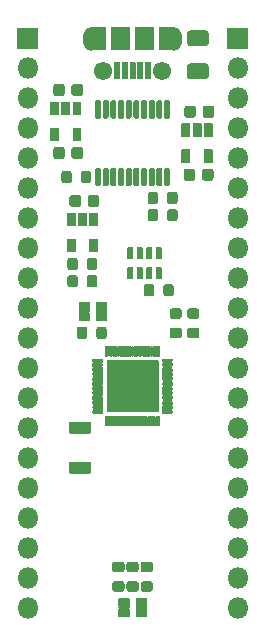
<source format=gts>
%TF.GenerationSoftware,KiCad,Pcbnew,5.1.9*%
%TF.CreationDate,2021-02-13T19:17:24+03:00*%
%TF.ProjectId,gw1ns2c-board,6777316e-7332-4632-9d62-6f6172642e6b,rev?*%
%TF.SameCoordinates,Original*%
%TF.FileFunction,Soldermask,Top*%
%TF.FilePolarity,Negative*%
%FSLAX46Y46*%
G04 Gerber Fmt 4.6, Leading zero omitted, Abs format (unit mm)*
G04 Created by KiCad (PCBNEW 5.1.9) date 2021-02-13 19:17:24*
%MOMM*%
%LPD*%
G01*
G04 APERTURE LIST*
%ADD10O,1.800000X1.800000*%
%ADD11O,1.300000X2.000000*%
%ADD12C,1.550000*%
%ADD13C,0.100000*%
G04 APERTURE END LIST*
%TO.C,D3*%
G36*
G01*
X39159500Y-27522000D02*
X40469500Y-27522000D01*
G75*
G02*
X40739500Y-27792000I0J-270000D01*
G01*
X40739500Y-28602000D01*
G75*
G02*
X40469500Y-28872000I-270000J0D01*
G01*
X39159500Y-28872000D01*
G75*
G02*
X38889500Y-28602000I0J270000D01*
G01*
X38889500Y-27792000D01*
G75*
G02*
X39159500Y-27522000I270000J0D01*
G01*
G37*
G36*
G01*
X39159500Y-24722000D02*
X40469500Y-24722000D01*
G75*
G02*
X40739500Y-24992000I0J-270000D01*
G01*
X40739500Y-25802000D01*
G75*
G02*
X40469500Y-26072000I-270000J0D01*
G01*
X39159500Y-26072000D01*
G75*
G02*
X38889500Y-25802000I0J270000D01*
G01*
X38889500Y-24992000D01*
G75*
G02*
X39159500Y-24722000I270000J0D01*
G01*
G37*
%TD*%
%TO.C,SW1*%
G36*
G01*
X28995000Y-61271000D02*
X30695000Y-61271000D01*
G75*
G02*
X30745000Y-61321000I0J-50000D01*
G01*
X30745000Y-62221000D01*
G75*
G02*
X30695000Y-62271000I-50000J0D01*
G01*
X28995000Y-62271000D01*
G75*
G02*
X28945000Y-62221000I0J50000D01*
G01*
X28945000Y-61321000D01*
G75*
G02*
X28995000Y-61271000I50000J0D01*
G01*
G37*
G36*
G01*
X28995000Y-57871000D02*
X30695000Y-57871000D01*
G75*
G02*
X30745000Y-57921000I0J-50000D01*
G01*
X30745000Y-58821000D01*
G75*
G02*
X30695000Y-58871000I-50000J0D01*
G01*
X28995000Y-58871000D01*
G75*
G02*
X28945000Y-58821000I0J50000D01*
G01*
X28945000Y-57921000D01*
G75*
G02*
X28995000Y-57871000I50000J0D01*
G01*
G37*
%TD*%
%TO.C,R12*%
G36*
G01*
X36455000Y-40086000D02*
X36455000Y-40686000D01*
G75*
G02*
X36230000Y-40911000I-225000J0D01*
G01*
X35780000Y-40911000D01*
G75*
G02*
X35555000Y-40686000I0J225000D01*
G01*
X35555000Y-40086000D01*
G75*
G02*
X35780000Y-39861000I225000J0D01*
G01*
X36230000Y-39861000D01*
G75*
G02*
X36455000Y-40086000I0J-225000D01*
G01*
G37*
G36*
G01*
X38105000Y-40086000D02*
X38105000Y-40686000D01*
G75*
G02*
X37880000Y-40911000I-225000J0D01*
G01*
X37430000Y-40911000D01*
G75*
G02*
X37205000Y-40686000I0J225000D01*
G01*
X37205000Y-40086000D01*
G75*
G02*
X37430000Y-39861000I225000J0D01*
G01*
X37880000Y-39861000D01*
G75*
G02*
X38105000Y-40086000I0J-225000D01*
G01*
G37*
%TD*%
%TO.C,R11*%
G36*
G01*
X36455000Y-38625500D02*
X36455000Y-39225500D01*
G75*
G02*
X36230000Y-39450500I-225000J0D01*
G01*
X35780000Y-39450500D01*
G75*
G02*
X35555000Y-39225500I0J225000D01*
G01*
X35555000Y-38625500D01*
G75*
G02*
X35780000Y-38400500I225000J0D01*
G01*
X36230000Y-38400500D01*
G75*
G02*
X36455000Y-38625500I0J-225000D01*
G01*
G37*
G36*
G01*
X38105000Y-38625500D02*
X38105000Y-39225500D01*
G75*
G02*
X37880000Y-39450500I-225000J0D01*
G01*
X37430000Y-39450500D01*
G75*
G02*
X37205000Y-39225500I0J225000D01*
G01*
X37205000Y-38625500D01*
G75*
G02*
X37430000Y-38400500I225000J0D01*
G01*
X37880000Y-38400500D01*
G75*
G02*
X38105000Y-38625500I0J-225000D01*
G01*
G37*
%TD*%
%TO.C,U2*%
G36*
G01*
X32140000Y-52664000D02*
X36440000Y-52664000D01*
G75*
G02*
X36490000Y-52714000I0J-50000D01*
G01*
X36490000Y-57014000D01*
G75*
G02*
X36440000Y-57064000I-50000J0D01*
G01*
X32140000Y-57064000D01*
G75*
G02*
X32090000Y-57014000I0J50000D01*
G01*
X32090000Y-52714000D01*
G75*
G02*
X32140000Y-52664000I50000J0D01*
G01*
G37*
G36*
G01*
X36865000Y-52514000D02*
X37615000Y-52514000D01*
G75*
G02*
X37690000Y-52589000I0J-75000D01*
G01*
X37690000Y-52739000D01*
G75*
G02*
X37615000Y-52814000I-75000J0D01*
G01*
X36865000Y-52814000D01*
G75*
G02*
X36790000Y-52739000I0J75000D01*
G01*
X36790000Y-52589000D01*
G75*
G02*
X36865000Y-52514000I75000J0D01*
G01*
G37*
G36*
G01*
X36865000Y-52914000D02*
X37615000Y-52914000D01*
G75*
G02*
X37690000Y-52989000I0J-75000D01*
G01*
X37690000Y-53139000D01*
G75*
G02*
X37615000Y-53214000I-75000J0D01*
G01*
X36865000Y-53214000D01*
G75*
G02*
X36790000Y-53139000I0J75000D01*
G01*
X36790000Y-52989000D01*
G75*
G02*
X36865000Y-52914000I75000J0D01*
G01*
G37*
G36*
G01*
X36865000Y-53314000D02*
X37615000Y-53314000D01*
G75*
G02*
X37690000Y-53389000I0J-75000D01*
G01*
X37690000Y-53539000D01*
G75*
G02*
X37615000Y-53614000I-75000J0D01*
G01*
X36865000Y-53614000D01*
G75*
G02*
X36790000Y-53539000I0J75000D01*
G01*
X36790000Y-53389000D01*
G75*
G02*
X36865000Y-53314000I75000J0D01*
G01*
G37*
G36*
G01*
X36865000Y-53714000D02*
X37615000Y-53714000D01*
G75*
G02*
X37690000Y-53789000I0J-75000D01*
G01*
X37690000Y-53939000D01*
G75*
G02*
X37615000Y-54014000I-75000J0D01*
G01*
X36865000Y-54014000D01*
G75*
G02*
X36790000Y-53939000I0J75000D01*
G01*
X36790000Y-53789000D01*
G75*
G02*
X36865000Y-53714000I75000J0D01*
G01*
G37*
G36*
G01*
X36865000Y-54114000D02*
X37615000Y-54114000D01*
G75*
G02*
X37690000Y-54189000I0J-75000D01*
G01*
X37690000Y-54339000D01*
G75*
G02*
X37615000Y-54414000I-75000J0D01*
G01*
X36865000Y-54414000D01*
G75*
G02*
X36790000Y-54339000I0J75000D01*
G01*
X36790000Y-54189000D01*
G75*
G02*
X36865000Y-54114000I75000J0D01*
G01*
G37*
G36*
G01*
X36865000Y-54514000D02*
X37615000Y-54514000D01*
G75*
G02*
X37690000Y-54589000I0J-75000D01*
G01*
X37690000Y-54739000D01*
G75*
G02*
X37615000Y-54814000I-75000J0D01*
G01*
X36865000Y-54814000D01*
G75*
G02*
X36790000Y-54739000I0J75000D01*
G01*
X36790000Y-54589000D01*
G75*
G02*
X36865000Y-54514000I75000J0D01*
G01*
G37*
G36*
G01*
X36865000Y-54914000D02*
X37615000Y-54914000D01*
G75*
G02*
X37690000Y-54989000I0J-75000D01*
G01*
X37690000Y-55139000D01*
G75*
G02*
X37615000Y-55214000I-75000J0D01*
G01*
X36865000Y-55214000D01*
G75*
G02*
X36790000Y-55139000I0J75000D01*
G01*
X36790000Y-54989000D01*
G75*
G02*
X36865000Y-54914000I75000J0D01*
G01*
G37*
G36*
G01*
X36865000Y-55314000D02*
X37615000Y-55314000D01*
G75*
G02*
X37690000Y-55389000I0J-75000D01*
G01*
X37690000Y-55539000D01*
G75*
G02*
X37615000Y-55614000I-75000J0D01*
G01*
X36865000Y-55614000D01*
G75*
G02*
X36790000Y-55539000I0J75000D01*
G01*
X36790000Y-55389000D01*
G75*
G02*
X36865000Y-55314000I75000J0D01*
G01*
G37*
G36*
G01*
X36865000Y-55714000D02*
X37615000Y-55714000D01*
G75*
G02*
X37690000Y-55789000I0J-75000D01*
G01*
X37690000Y-55939000D01*
G75*
G02*
X37615000Y-56014000I-75000J0D01*
G01*
X36865000Y-56014000D01*
G75*
G02*
X36790000Y-55939000I0J75000D01*
G01*
X36790000Y-55789000D01*
G75*
G02*
X36865000Y-55714000I75000J0D01*
G01*
G37*
G36*
G01*
X36865000Y-56114000D02*
X37615000Y-56114000D01*
G75*
G02*
X37690000Y-56189000I0J-75000D01*
G01*
X37690000Y-56339000D01*
G75*
G02*
X37615000Y-56414000I-75000J0D01*
G01*
X36865000Y-56414000D01*
G75*
G02*
X36790000Y-56339000I0J75000D01*
G01*
X36790000Y-56189000D01*
G75*
G02*
X36865000Y-56114000I75000J0D01*
G01*
G37*
G36*
G01*
X36865000Y-56514000D02*
X37615000Y-56514000D01*
G75*
G02*
X37690000Y-56589000I0J-75000D01*
G01*
X37690000Y-56739000D01*
G75*
G02*
X37615000Y-56814000I-75000J0D01*
G01*
X36865000Y-56814000D01*
G75*
G02*
X36790000Y-56739000I0J75000D01*
G01*
X36790000Y-56589000D01*
G75*
G02*
X36865000Y-56514000I75000J0D01*
G01*
G37*
G36*
G01*
X36865000Y-56914000D02*
X37615000Y-56914000D01*
G75*
G02*
X37690000Y-56989000I0J-75000D01*
G01*
X37690000Y-57139000D01*
G75*
G02*
X37615000Y-57214000I-75000J0D01*
G01*
X36865000Y-57214000D01*
G75*
G02*
X36790000Y-57139000I0J75000D01*
G01*
X36790000Y-56989000D01*
G75*
G02*
X36865000Y-56914000I75000J0D01*
G01*
G37*
G36*
G01*
X36415000Y-57364000D02*
X36565000Y-57364000D01*
G75*
G02*
X36640000Y-57439000I0J-75000D01*
G01*
X36640000Y-58189000D01*
G75*
G02*
X36565000Y-58264000I-75000J0D01*
G01*
X36415000Y-58264000D01*
G75*
G02*
X36340000Y-58189000I0J75000D01*
G01*
X36340000Y-57439000D01*
G75*
G02*
X36415000Y-57364000I75000J0D01*
G01*
G37*
G36*
G01*
X36015000Y-57364000D02*
X36165000Y-57364000D01*
G75*
G02*
X36240000Y-57439000I0J-75000D01*
G01*
X36240000Y-58189000D01*
G75*
G02*
X36165000Y-58264000I-75000J0D01*
G01*
X36015000Y-58264000D01*
G75*
G02*
X35940000Y-58189000I0J75000D01*
G01*
X35940000Y-57439000D01*
G75*
G02*
X36015000Y-57364000I75000J0D01*
G01*
G37*
G36*
G01*
X35615000Y-57364000D02*
X35765000Y-57364000D01*
G75*
G02*
X35840000Y-57439000I0J-75000D01*
G01*
X35840000Y-58189000D01*
G75*
G02*
X35765000Y-58264000I-75000J0D01*
G01*
X35615000Y-58264000D01*
G75*
G02*
X35540000Y-58189000I0J75000D01*
G01*
X35540000Y-57439000D01*
G75*
G02*
X35615000Y-57364000I75000J0D01*
G01*
G37*
G36*
G01*
X35215000Y-57364000D02*
X35365000Y-57364000D01*
G75*
G02*
X35440000Y-57439000I0J-75000D01*
G01*
X35440000Y-58189000D01*
G75*
G02*
X35365000Y-58264000I-75000J0D01*
G01*
X35215000Y-58264000D01*
G75*
G02*
X35140000Y-58189000I0J75000D01*
G01*
X35140000Y-57439000D01*
G75*
G02*
X35215000Y-57364000I75000J0D01*
G01*
G37*
G36*
G01*
X34815000Y-57364000D02*
X34965000Y-57364000D01*
G75*
G02*
X35040000Y-57439000I0J-75000D01*
G01*
X35040000Y-58189000D01*
G75*
G02*
X34965000Y-58264000I-75000J0D01*
G01*
X34815000Y-58264000D01*
G75*
G02*
X34740000Y-58189000I0J75000D01*
G01*
X34740000Y-57439000D01*
G75*
G02*
X34815000Y-57364000I75000J0D01*
G01*
G37*
G36*
G01*
X34415000Y-57364000D02*
X34565000Y-57364000D01*
G75*
G02*
X34640000Y-57439000I0J-75000D01*
G01*
X34640000Y-58189000D01*
G75*
G02*
X34565000Y-58264000I-75000J0D01*
G01*
X34415000Y-58264000D01*
G75*
G02*
X34340000Y-58189000I0J75000D01*
G01*
X34340000Y-57439000D01*
G75*
G02*
X34415000Y-57364000I75000J0D01*
G01*
G37*
G36*
G01*
X34015000Y-57364000D02*
X34165000Y-57364000D01*
G75*
G02*
X34240000Y-57439000I0J-75000D01*
G01*
X34240000Y-58189000D01*
G75*
G02*
X34165000Y-58264000I-75000J0D01*
G01*
X34015000Y-58264000D01*
G75*
G02*
X33940000Y-58189000I0J75000D01*
G01*
X33940000Y-57439000D01*
G75*
G02*
X34015000Y-57364000I75000J0D01*
G01*
G37*
G36*
G01*
X33615000Y-57364000D02*
X33765000Y-57364000D01*
G75*
G02*
X33840000Y-57439000I0J-75000D01*
G01*
X33840000Y-58189000D01*
G75*
G02*
X33765000Y-58264000I-75000J0D01*
G01*
X33615000Y-58264000D01*
G75*
G02*
X33540000Y-58189000I0J75000D01*
G01*
X33540000Y-57439000D01*
G75*
G02*
X33615000Y-57364000I75000J0D01*
G01*
G37*
G36*
G01*
X33215000Y-57364000D02*
X33365000Y-57364000D01*
G75*
G02*
X33440000Y-57439000I0J-75000D01*
G01*
X33440000Y-58189000D01*
G75*
G02*
X33365000Y-58264000I-75000J0D01*
G01*
X33215000Y-58264000D01*
G75*
G02*
X33140000Y-58189000I0J75000D01*
G01*
X33140000Y-57439000D01*
G75*
G02*
X33215000Y-57364000I75000J0D01*
G01*
G37*
G36*
G01*
X32815000Y-57364000D02*
X32965000Y-57364000D01*
G75*
G02*
X33040000Y-57439000I0J-75000D01*
G01*
X33040000Y-58189000D01*
G75*
G02*
X32965000Y-58264000I-75000J0D01*
G01*
X32815000Y-58264000D01*
G75*
G02*
X32740000Y-58189000I0J75000D01*
G01*
X32740000Y-57439000D01*
G75*
G02*
X32815000Y-57364000I75000J0D01*
G01*
G37*
G36*
G01*
X32415000Y-57364000D02*
X32565000Y-57364000D01*
G75*
G02*
X32640000Y-57439000I0J-75000D01*
G01*
X32640000Y-58189000D01*
G75*
G02*
X32565000Y-58264000I-75000J0D01*
G01*
X32415000Y-58264000D01*
G75*
G02*
X32340000Y-58189000I0J75000D01*
G01*
X32340000Y-57439000D01*
G75*
G02*
X32415000Y-57364000I75000J0D01*
G01*
G37*
G36*
G01*
X32015000Y-57364000D02*
X32165000Y-57364000D01*
G75*
G02*
X32240000Y-57439000I0J-75000D01*
G01*
X32240000Y-58189000D01*
G75*
G02*
X32165000Y-58264000I-75000J0D01*
G01*
X32015000Y-58264000D01*
G75*
G02*
X31940000Y-58189000I0J75000D01*
G01*
X31940000Y-57439000D01*
G75*
G02*
X32015000Y-57364000I75000J0D01*
G01*
G37*
G36*
G01*
X30965000Y-56914000D02*
X31715000Y-56914000D01*
G75*
G02*
X31790000Y-56989000I0J-75000D01*
G01*
X31790000Y-57139000D01*
G75*
G02*
X31715000Y-57214000I-75000J0D01*
G01*
X30965000Y-57214000D01*
G75*
G02*
X30890000Y-57139000I0J75000D01*
G01*
X30890000Y-56989000D01*
G75*
G02*
X30965000Y-56914000I75000J0D01*
G01*
G37*
G36*
G01*
X30965000Y-56514000D02*
X31715000Y-56514000D01*
G75*
G02*
X31790000Y-56589000I0J-75000D01*
G01*
X31790000Y-56739000D01*
G75*
G02*
X31715000Y-56814000I-75000J0D01*
G01*
X30965000Y-56814000D01*
G75*
G02*
X30890000Y-56739000I0J75000D01*
G01*
X30890000Y-56589000D01*
G75*
G02*
X30965000Y-56514000I75000J0D01*
G01*
G37*
G36*
G01*
X30965000Y-56114000D02*
X31715000Y-56114000D01*
G75*
G02*
X31790000Y-56189000I0J-75000D01*
G01*
X31790000Y-56339000D01*
G75*
G02*
X31715000Y-56414000I-75000J0D01*
G01*
X30965000Y-56414000D01*
G75*
G02*
X30890000Y-56339000I0J75000D01*
G01*
X30890000Y-56189000D01*
G75*
G02*
X30965000Y-56114000I75000J0D01*
G01*
G37*
G36*
G01*
X30965000Y-55714000D02*
X31715000Y-55714000D01*
G75*
G02*
X31790000Y-55789000I0J-75000D01*
G01*
X31790000Y-55939000D01*
G75*
G02*
X31715000Y-56014000I-75000J0D01*
G01*
X30965000Y-56014000D01*
G75*
G02*
X30890000Y-55939000I0J75000D01*
G01*
X30890000Y-55789000D01*
G75*
G02*
X30965000Y-55714000I75000J0D01*
G01*
G37*
G36*
G01*
X30965000Y-55314000D02*
X31715000Y-55314000D01*
G75*
G02*
X31790000Y-55389000I0J-75000D01*
G01*
X31790000Y-55539000D01*
G75*
G02*
X31715000Y-55614000I-75000J0D01*
G01*
X30965000Y-55614000D01*
G75*
G02*
X30890000Y-55539000I0J75000D01*
G01*
X30890000Y-55389000D01*
G75*
G02*
X30965000Y-55314000I75000J0D01*
G01*
G37*
G36*
G01*
X30965000Y-54914000D02*
X31715000Y-54914000D01*
G75*
G02*
X31790000Y-54989000I0J-75000D01*
G01*
X31790000Y-55139000D01*
G75*
G02*
X31715000Y-55214000I-75000J0D01*
G01*
X30965000Y-55214000D01*
G75*
G02*
X30890000Y-55139000I0J75000D01*
G01*
X30890000Y-54989000D01*
G75*
G02*
X30965000Y-54914000I75000J0D01*
G01*
G37*
G36*
G01*
X30965000Y-54514000D02*
X31715000Y-54514000D01*
G75*
G02*
X31790000Y-54589000I0J-75000D01*
G01*
X31790000Y-54739000D01*
G75*
G02*
X31715000Y-54814000I-75000J0D01*
G01*
X30965000Y-54814000D01*
G75*
G02*
X30890000Y-54739000I0J75000D01*
G01*
X30890000Y-54589000D01*
G75*
G02*
X30965000Y-54514000I75000J0D01*
G01*
G37*
G36*
G01*
X30965000Y-54114000D02*
X31715000Y-54114000D01*
G75*
G02*
X31790000Y-54189000I0J-75000D01*
G01*
X31790000Y-54339000D01*
G75*
G02*
X31715000Y-54414000I-75000J0D01*
G01*
X30965000Y-54414000D01*
G75*
G02*
X30890000Y-54339000I0J75000D01*
G01*
X30890000Y-54189000D01*
G75*
G02*
X30965000Y-54114000I75000J0D01*
G01*
G37*
G36*
G01*
X30965000Y-53714000D02*
X31715000Y-53714000D01*
G75*
G02*
X31790000Y-53789000I0J-75000D01*
G01*
X31790000Y-53939000D01*
G75*
G02*
X31715000Y-54014000I-75000J0D01*
G01*
X30965000Y-54014000D01*
G75*
G02*
X30890000Y-53939000I0J75000D01*
G01*
X30890000Y-53789000D01*
G75*
G02*
X30965000Y-53714000I75000J0D01*
G01*
G37*
G36*
G01*
X30965000Y-53314000D02*
X31715000Y-53314000D01*
G75*
G02*
X31790000Y-53389000I0J-75000D01*
G01*
X31790000Y-53539000D01*
G75*
G02*
X31715000Y-53614000I-75000J0D01*
G01*
X30965000Y-53614000D01*
G75*
G02*
X30890000Y-53539000I0J75000D01*
G01*
X30890000Y-53389000D01*
G75*
G02*
X30965000Y-53314000I75000J0D01*
G01*
G37*
G36*
G01*
X30965000Y-52914000D02*
X31715000Y-52914000D01*
G75*
G02*
X31790000Y-52989000I0J-75000D01*
G01*
X31790000Y-53139000D01*
G75*
G02*
X31715000Y-53214000I-75000J0D01*
G01*
X30965000Y-53214000D01*
G75*
G02*
X30890000Y-53139000I0J75000D01*
G01*
X30890000Y-52989000D01*
G75*
G02*
X30965000Y-52914000I75000J0D01*
G01*
G37*
G36*
G01*
X30965000Y-52514000D02*
X31715000Y-52514000D01*
G75*
G02*
X31790000Y-52589000I0J-75000D01*
G01*
X31790000Y-52739000D01*
G75*
G02*
X31715000Y-52814000I-75000J0D01*
G01*
X30965000Y-52814000D01*
G75*
G02*
X30890000Y-52739000I0J75000D01*
G01*
X30890000Y-52589000D01*
G75*
G02*
X30965000Y-52514000I75000J0D01*
G01*
G37*
G36*
G01*
X32015000Y-51464000D02*
X32165000Y-51464000D01*
G75*
G02*
X32240000Y-51539000I0J-75000D01*
G01*
X32240000Y-52289000D01*
G75*
G02*
X32165000Y-52364000I-75000J0D01*
G01*
X32015000Y-52364000D01*
G75*
G02*
X31940000Y-52289000I0J75000D01*
G01*
X31940000Y-51539000D01*
G75*
G02*
X32015000Y-51464000I75000J0D01*
G01*
G37*
G36*
G01*
X32415000Y-51464000D02*
X32565000Y-51464000D01*
G75*
G02*
X32640000Y-51539000I0J-75000D01*
G01*
X32640000Y-52289000D01*
G75*
G02*
X32565000Y-52364000I-75000J0D01*
G01*
X32415000Y-52364000D01*
G75*
G02*
X32340000Y-52289000I0J75000D01*
G01*
X32340000Y-51539000D01*
G75*
G02*
X32415000Y-51464000I75000J0D01*
G01*
G37*
G36*
G01*
X32815000Y-51464000D02*
X32965000Y-51464000D01*
G75*
G02*
X33040000Y-51539000I0J-75000D01*
G01*
X33040000Y-52289000D01*
G75*
G02*
X32965000Y-52364000I-75000J0D01*
G01*
X32815000Y-52364000D01*
G75*
G02*
X32740000Y-52289000I0J75000D01*
G01*
X32740000Y-51539000D01*
G75*
G02*
X32815000Y-51464000I75000J0D01*
G01*
G37*
G36*
G01*
X33215000Y-51464000D02*
X33365000Y-51464000D01*
G75*
G02*
X33440000Y-51539000I0J-75000D01*
G01*
X33440000Y-52289000D01*
G75*
G02*
X33365000Y-52364000I-75000J0D01*
G01*
X33215000Y-52364000D01*
G75*
G02*
X33140000Y-52289000I0J75000D01*
G01*
X33140000Y-51539000D01*
G75*
G02*
X33215000Y-51464000I75000J0D01*
G01*
G37*
G36*
G01*
X33615000Y-51464000D02*
X33765000Y-51464000D01*
G75*
G02*
X33840000Y-51539000I0J-75000D01*
G01*
X33840000Y-52289000D01*
G75*
G02*
X33765000Y-52364000I-75000J0D01*
G01*
X33615000Y-52364000D01*
G75*
G02*
X33540000Y-52289000I0J75000D01*
G01*
X33540000Y-51539000D01*
G75*
G02*
X33615000Y-51464000I75000J0D01*
G01*
G37*
G36*
G01*
X34015000Y-51464000D02*
X34165000Y-51464000D01*
G75*
G02*
X34240000Y-51539000I0J-75000D01*
G01*
X34240000Y-52289000D01*
G75*
G02*
X34165000Y-52364000I-75000J0D01*
G01*
X34015000Y-52364000D01*
G75*
G02*
X33940000Y-52289000I0J75000D01*
G01*
X33940000Y-51539000D01*
G75*
G02*
X34015000Y-51464000I75000J0D01*
G01*
G37*
G36*
G01*
X34415000Y-51464000D02*
X34565000Y-51464000D01*
G75*
G02*
X34640000Y-51539000I0J-75000D01*
G01*
X34640000Y-52289000D01*
G75*
G02*
X34565000Y-52364000I-75000J0D01*
G01*
X34415000Y-52364000D01*
G75*
G02*
X34340000Y-52289000I0J75000D01*
G01*
X34340000Y-51539000D01*
G75*
G02*
X34415000Y-51464000I75000J0D01*
G01*
G37*
G36*
G01*
X34815000Y-51464000D02*
X34965000Y-51464000D01*
G75*
G02*
X35040000Y-51539000I0J-75000D01*
G01*
X35040000Y-52289000D01*
G75*
G02*
X34965000Y-52364000I-75000J0D01*
G01*
X34815000Y-52364000D01*
G75*
G02*
X34740000Y-52289000I0J75000D01*
G01*
X34740000Y-51539000D01*
G75*
G02*
X34815000Y-51464000I75000J0D01*
G01*
G37*
G36*
G01*
X35215000Y-51464000D02*
X35365000Y-51464000D01*
G75*
G02*
X35440000Y-51539000I0J-75000D01*
G01*
X35440000Y-52289000D01*
G75*
G02*
X35365000Y-52364000I-75000J0D01*
G01*
X35215000Y-52364000D01*
G75*
G02*
X35140000Y-52289000I0J75000D01*
G01*
X35140000Y-51539000D01*
G75*
G02*
X35215000Y-51464000I75000J0D01*
G01*
G37*
G36*
G01*
X35615000Y-51464000D02*
X35765000Y-51464000D01*
G75*
G02*
X35840000Y-51539000I0J-75000D01*
G01*
X35840000Y-52289000D01*
G75*
G02*
X35765000Y-52364000I-75000J0D01*
G01*
X35615000Y-52364000D01*
G75*
G02*
X35540000Y-52289000I0J75000D01*
G01*
X35540000Y-51539000D01*
G75*
G02*
X35615000Y-51464000I75000J0D01*
G01*
G37*
G36*
G01*
X36015000Y-51464000D02*
X36165000Y-51464000D01*
G75*
G02*
X36240000Y-51539000I0J-75000D01*
G01*
X36240000Y-52289000D01*
G75*
G02*
X36165000Y-52364000I-75000J0D01*
G01*
X36015000Y-52364000D01*
G75*
G02*
X35940000Y-52289000I0J75000D01*
G01*
X35940000Y-51539000D01*
G75*
G02*
X36015000Y-51464000I75000J0D01*
G01*
G37*
G36*
G01*
X36415000Y-51464000D02*
X36565000Y-51464000D01*
G75*
G02*
X36640000Y-51539000I0J-75000D01*
G01*
X36640000Y-52289000D01*
G75*
G02*
X36565000Y-52364000I-75000J0D01*
G01*
X36415000Y-52364000D01*
G75*
G02*
X36340000Y-52289000I0J75000D01*
G01*
X36340000Y-51539000D01*
G75*
G02*
X36415000Y-51464000I75000J0D01*
G01*
G37*
%TD*%
%TO.C,D2*%
G36*
G01*
X35440000Y-74400000D02*
X34590000Y-74400000D01*
G75*
G02*
X34540000Y-74350000I0J50000D01*
G01*
X34540000Y-73700000D01*
G75*
G02*
X34590000Y-73650000I50000J0D01*
G01*
X35440000Y-73650000D01*
G75*
G02*
X35490000Y-73700000I0J-50000D01*
G01*
X35490000Y-74350000D01*
G75*
G02*
X35440000Y-74400000I-50000J0D01*
G01*
G37*
G36*
G01*
X35440000Y-73550000D02*
X34590000Y-73550000D01*
G75*
G02*
X34540000Y-73500000I0J50000D01*
G01*
X34540000Y-72850000D01*
G75*
G02*
X34590000Y-72800000I50000J0D01*
G01*
X35440000Y-72800000D01*
G75*
G02*
X35490000Y-72850000I0J-50000D01*
G01*
X35490000Y-73500000D01*
G75*
G02*
X35440000Y-73550000I-50000J0D01*
G01*
G37*
G36*
G01*
X33990000Y-73550000D02*
X33140000Y-73550000D01*
G75*
G02*
X33090000Y-73500000I0J50000D01*
G01*
X33090000Y-72850000D01*
G75*
G02*
X33140000Y-72800000I50000J0D01*
G01*
X33990000Y-72800000D01*
G75*
G02*
X34040000Y-72850000I0J-50000D01*
G01*
X34040000Y-73500000D01*
G75*
G02*
X33990000Y-73550000I-50000J0D01*
G01*
G37*
G36*
G01*
X33990000Y-74400000D02*
X33140000Y-74400000D01*
G75*
G02*
X33090000Y-74350000I0J50000D01*
G01*
X33090000Y-73700000D01*
G75*
G02*
X33140000Y-73650000I50000J0D01*
G01*
X33990000Y-73650000D01*
G75*
G02*
X34040000Y-73700000I0J-50000D01*
G01*
X34040000Y-74350000D01*
G75*
G02*
X33990000Y-74400000I-50000J0D01*
G01*
G37*
%TD*%
%TO.C,D1*%
G36*
G01*
X32087200Y-49364800D02*
X31237200Y-49364800D01*
G75*
G02*
X31187200Y-49314800I0J50000D01*
G01*
X31187200Y-48664800D01*
G75*
G02*
X31237200Y-48614800I50000J0D01*
G01*
X32087200Y-48614800D01*
G75*
G02*
X32137200Y-48664800I0J-50000D01*
G01*
X32137200Y-49314800D01*
G75*
G02*
X32087200Y-49364800I-50000J0D01*
G01*
G37*
G36*
G01*
X32087200Y-48514800D02*
X31237200Y-48514800D01*
G75*
G02*
X31187200Y-48464800I0J50000D01*
G01*
X31187200Y-47814800D01*
G75*
G02*
X31237200Y-47764800I50000J0D01*
G01*
X32087200Y-47764800D01*
G75*
G02*
X32137200Y-47814800I0J-50000D01*
G01*
X32137200Y-48464800D01*
G75*
G02*
X32087200Y-48514800I-50000J0D01*
G01*
G37*
G36*
G01*
X30637200Y-48514800D02*
X29787200Y-48514800D01*
G75*
G02*
X29737200Y-48464800I0J50000D01*
G01*
X29737200Y-47814800D01*
G75*
G02*
X29787200Y-47764800I50000J0D01*
G01*
X30637200Y-47764800D01*
G75*
G02*
X30687200Y-47814800I0J-50000D01*
G01*
X30687200Y-48464800D01*
G75*
G02*
X30637200Y-48514800I-50000J0D01*
G01*
G37*
G36*
G01*
X30637200Y-49364800D02*
X29787200Y-49364800D01*
G75*
G02*
X29737200Y-49314800I0J50000D01*
G01*
X29737200Y-48664800D01*
G75*
G02*
X29787200Y-48614800I50000J0D01*
G01*
X30637200Y-48614800D01*
G75*
G02*
X30687200Y-48664800I0J-50000D01*
G01*
X30687200Y-49314800D01*
G75*
G02*
X30637200Y-49364800I-50000J0D01*
G01*
G37*
%TD*%
%TO.C,RN1*%
G36*
G01*
X33906000Y-44800000D02*
X34306000Y-44800000D01*
G75*
G02*
X34356000Y-44850000I0J-50000D01*
G01*
X34356000Y-45750000D01*
G75*
G02*
X34306000Y-45800000I-50000J0D01*
G01*
X33906000Y-45800000D01*
G75*
G02*
X33856000Y-45750000I0J50000D01*
G01*
X33856000Y-44850000D01*
G75*
G02*
X33906000Y-44800000I50000J0D01*
G01*
G37*
G36*
G01*
X34706000Y-44800000D02*
X35106000Y-44800000D01*
G75*
G02*
X35156000Y-44850000I0J-50000D01*
G01*
X35156000Y-45750000D01*
G75*
G02*
X35106000Y-45800000I-50000J0D01*
G01*
X34706000Y-45800000D01*
G75*
G02*
X34656000Y-45750000I0J50000D01*
G01*
X34656000Y-44850000D01*
G75*
G02*
X34706000Y-44800000I50000J0D01*
G01*
G37*
G36*
G01*
X35506000Y-44800000D02*
X35906000Y-44800000D01*
G75*
G02*
X35956000Y-44850000I0J-50000D01*
G01*
X35956000Y-45750000D01*
G75*
G02*
X35906000Y-45800000I-50000J0D01*
G01*
X35506000Y-45800000D01*
G75*
G02*
X35456000Y-45750000I0J50000D01*
G01*
X35456000Y-44850000D01*
G75*
G02*
X35506000Y-44800000I50000J0D01*
G01*
G37*
G36*
G01*
X36306000Y-44800000D02*
X36706000Y-44800000D01*
G75*
G02*
X36756000Y-44850000I0J-50000D01*
G01*
X36756000Y-45750000D01*
G75*
G02*
X36706000Y-45800000I-50000J0D01*
G01*
X36306000Y-45800000D01*
G75*
G02*
X36256000Y-45750000I0J50000D01*
G01*
X36256000Y-44850000D01*
G75*
G02*
X36306000Y-44800000I50000J0D01*
G01*
G37*
G36*
G01*
X33906000Y-43100000D02*
X34306000Y-43100000D01*
G75*
G02*
X34356000Y-43150000I0J-50000D01*
G01*
X34356000Y-44050000D01*
G75*
G02*
X34306000Y-44100000I-50000J0D01*
G01*
X33906000Y-44100000D01*
G75*
G02*
X33856000Y-44050000I0J50000D01*
G01*
X33856000Y-43150000D01*
G75*
G02*
X33906000Y-43100000I50000J0D01*
G01*
G37*
G36*
G01*
X36306000Y-43100000D02*
X36706000Y-43100000D01*
G75*
G02*
X36756000Y-43150000I0J-50000D01*
G01*
X36756000Y-44050000D01*
G75*
G02*
X36706000Y-44100000I-50000J0D01*
G01*
X36306000Y-44100000D01*
G75*
G02*
X36256000Y-44050000I0J50000D01*
G01*
X36256000Y-43150000D01*
G75*
G02*
X36306000Y-43100000I50000J0D01*
G01*
G37*
G36*
G01*
X34706000Y-43100000D02*
X35106000Y-43100000D01*
G75*
G02*
X35156000Y-43150000I0J-50000D01*
G01*
X35156000Y-44050000D01*
G75*
G02*
X35106000Y-44100000I-50000J0D01*
G01*
X34706000Y-44100000D01*
G75*
G02*
X34656000Y-44050000I0J50000D01*
G01*
X34656000Y-43150000D01*
G75*
G02*
X34706000Y-43100000I50000J0D01*
G01*
G37*
G36*
G01*
X35506000Y-43100000D02*
X35906000Y-43100000D01*
G75*
G02*
X35956000Y-43150000I0J-50000D01*
G01*
X35956000Y-44050000D01*
G75*
G02*
X35906000Y-44100000I-50000J0D01*
G01*
X35506000Y-44100000D01*
G75*
G02*
X35456000Y-44050000I0J50000D01*
G01*
X35456000Y-43150000D01*
G75*
G02*
X35506000Y-43100000I50000J0D01*
G01*
G37*
%TD*%
%TO.C,U5*%
G36*
G01*
X30660500Y-42366500D02*
X31310500Y-42366500D01*
G75*
G02*
X31360500Y-42416500I0J-50000D01*
G01*
X31360500Y-43476500D01*
G75*
G02*
X31310500Y-43526500I-50000J0D01*
G01*
X30660500Y-43526500D01*
G75*
G02*
X30610500Y-43476500I0J50000D01*
G01*
X30610500Y-42416500D01*
G75*
G02*
X30660500Y-42366500I50000J0D01*
G01*
G37*
G36*
G01*
X28760500Y-42366500D02*
X29410500Y-42366500D01*
G75*
G02*
X29460500Y-42416500I0J-50000D01*
G01*
X29460500Y-43476500D01*
G75*
G02*
X29410500Y-43526500I-50000J0D01*
G01*
X28760500Y-43526500D01*
G75*
G02*
X28710500Y-43476500I0J50000D01*
G01*
X28710500Y-42416500D01*
G75*
G02*
X28760500Y-42366500I50000J0D01*
G01*
G37*
G36*
G01*
X28760500Y-40166500D02*
X29410500Y-40166500D01*
G75*
G02*
X29460500Y-40216500I0J-50000D01*
G01*
X29460500Y-41276500D01*
G75*
G02*
X29410500Y-41326500I-50000J0D01*
G01*
X28760500Y-41326500D01*
G75*
G02*
X28710500Y-41276500I0J50000D01*
G01*
X28710500Y-40216500D01*
G75*
G02*
X28760500Y-40166500I50000J0D01*
G01*
G37*
G36*
G01*
X29710500Y-40166500D02*
X30360500Y-40166500D01*
G75*
G02*
X30410500Y-40216500I0J-50000D01*
G01*
X30410500Y-41276500D01*
G75*
G02*
X30360500Y-41326500I-50000J0D01*
G01*
X29710500Y-41326500D01*
G75*
G02*
X29660500Y-41276500I0J50000D01*
G01*
X29660500Y-40216500D01*
G75*
G02*
X29710500Y-40166500I50000J0D01*
G01*
G37*
G36*
G01*
X30660500Y-40166500D02*
X31310500Y-40166500D01*
G75*
G02*
X31360500Y-40216500I0J-50000D01*
G01*
X31360500Y-41276500D01*
G75*
G02*
X31310500Y-41326500I-50000J0D01*
G01*
X30660500Y-41326500D01*
G75*
G02*
X30610500Y-41276500I0J50000D01*
G01*
X30610500Y-40216500D01*
G75*
G02*
X30660500Y-40166500I50000J0D01*
G01*
G37*
%TD*%
%TO.C,U4*%
G36*
G01*
X29263500Y-32968500D02*
X29913500Y-32968500D01*
G75*
G02*
X29963500Y-33018500I0J-50000D01*
G01*
X29963500Y-34078500D01*
G75*
G02*
X29913500Y-34128500I-50000J0D01*
G01*
X29263500Y-34128500D01*
G75*
G02*
X29213500Y-34078500I0J50000D01*
G01*
X29213500Y-33018500D01*
G75*
G02*
X29263500Y-32968500I50000J0D01*
G01*
G37*
G36*
G01*
X27363500Y-32968500D02*
X28013500Y-32968500D01*
G75*
G02*
X28063500Y-33018500I0J-50000D01*
G01*
X28063500Y-34078500D01*
G75*
G02*
X28013500Y-34128500I-50000J0D01*
G01*
X27363500Y-34128500D01*
G75*
G02*
X27313500Y-34078500I0J50000D01*
G01*
X27313500Y-33018500D01*
G75*
G02*
X27363500Y-32968500I50000J0D01*
G01*
G37*
G36*
G01*
X27363500Y-30768500D02*
X28013500Y-30768500D01*
G75*
G02*
X28063500Y-30818500I0J-50000D01*
G01*
X28063500Y-31878500D01*
G75*
G02*
X28013500Y-31928500I-50000J0D01*
G01*
X27363500Y-31928500D01*
G75*
G02*
X27313500Y-31878500I0J50000D01*
G01*
X27313500Y-30818500D01*
G75*
G02*
X27363500Y-30768500I50000J0D01*
G01*
G37*
G36*
G01*
X28313500Y-30768500D02*
X28963500Y-30768500D01*
G75*
G02*
X29013500Y-30818500I0J-50000D01*
G01*
X29013500Y-31878500D01*
G75*
G02*
X28963500Y-31928500I-50000J0D01*
G01*
X28313500Y-31928500D01*
G75*
G02*
X28263500Y-31878500I0J50000D01*
G01*
X28263500Y-30818500D01*
G75*
G02*
X28313500Y-30768500I50000J0D01*
G01*
G37*
G36*
G01*
X29263500Y-30768500D02*
X29913500Y-30768500D01*
G75*
G02*
X29963500Y-30818500I0J-50000D01*
G01*
X29963500Y-31878500D01*
G75*
G02*
X29913500Y-31928500I-50000J0D01*
G01*
X29263500Y-31928500D01*
G75*
G02*
X29213500Y-31878500I0J50000D01*
G01*
X29213500Y-30818500D01*
G75*
G02*
X29263500Y-30768500I50000J0D01*
G01*
G37*
%TD*%
%TO.C,U3*%
G36*
G01*
X40376000Y-34810000D02*
X41026000Y-34810000D01*
G75*
G02*
X41076000Y-34860000I0J-50000D01*
G01*
X41076000Y-35920000D01*
G75*
G02*
X41026000Y-35970000I-50000J0D01*
G01*
X40376000Y-35970000D01*
G75*
G02*
X40326000Y-35920000I0J50000D01*
G01*
X40326000Y-34860000D01*
G75*
G02*
X40376000Y-34810000I50000J0D01*
G01*
G37*
G36*
G01*
X38476000Y-34810000D02*
X39126000Y-34810000D01*
G75*
G02*
X39176000Y-34860000I0J-50000D01*
G01*
X39176000Y-35920000D01*
G75*
G02*
X39126000Y-35970000I-50000J0D01*
G01*
X38476000Y-35970000D01*
G75*
G02*
X38426000Y-35920000I0J50000D01*
G01*
X38426000Y-34860000D01*
G75*
G02*
X38476000Y-34810000I50000J0D01*
G01*
G37*
G36*
G01*
X38476000Y-32610000D02*
X39126000Y-32610000D01*
G75*
G02*
X39176000Y-32660000I0J-50000D01*
G01*
X39176000Y-33720000D01*
G75*
G02*
X39126000Y-33770000I-50000J0D01*
G01*
X38476000Y-33770000D01*
G75*
G02*
X38426000Y-33720000I0J50000D01*
G01*
X38426000Y-32660000D01*
G75*
G02*
X38476000Y-32610000I50000J0D01*
G01*
G37*
G36*
G01*
X39426000Y-32610000D02*
X40076000Y-32610000D01*
G75*
G02*
X40126000Y-32660000I0J-50000D01*
G01*
X40126000Y-33720000D01*
G75*
G02*
X40076000Y-33770000I-50000J0D01*
G01*
X39426000Y-33770000D01*
G75*
G02*
X39376000Y-33720000I0J50000D01*
G01*
X39376000Y-32660000D01*
G75*
G02*
X39426000Y-32610000I50000J0D01*
G01*
G37*
G36*
G01*
X40376000Y-32610000D02*
X41026000Y-32610000D01*
G75*
G02*
X41076000Y-32660000I0J-50000D01*
G01*
X41076000Y-33720000D01*
G75*
G02*
X41026000Y-33770000I-50000J0D01*
G01*
X40376000Y-33770000D01*
G75*
G02*
X40326000Y-33720000I0J50000D01*
G01*
X40326000Y-32660000D01*
G75*
G02*
X40376000Y-32610000I50000J0D01*
G01*
G37*
%TD*%
%TO.C,U1*%
G36*
G01*
X31490000Y-32215000D02*
X31240000Y-32215000D01*
G75*
G02*
X31115000Y-32090000I0J125000D01*
G01*
X31115000Y-30765000D01*
G75*
G02*
X31240000Y-30640000I125000J0D01*
G01*
X31490000Y-30640000D01*
G75*
G02*
X31615000Y-30765000I0J-125000D01*
G01*
X31615000Y-32090000D01*
G75*
G02*
X31490000Y-32215000I-125000J0D01*
G01*
G37*
G36*
G01*
X32140000Y-32215000D02*
X31890000Y-32215000D01*
G75*
G02*
X31765000Y-32090000I0J125000D01*
G01*
X31765000Y-30765000D01*
G75*
G02*
X31890000Y-30640000I125000J0D01*
G01*
X32140000Y-30640000D01*
G75*
G02*
X32265000Y-30765000I0J-125000D01*
G01*
X32265000Y-32090000D01*
G75*
G02*
X32140000Y-32215000I-125000J0D01*
G01*
G37*
G36*
G01*
X32790000Y-32215000D02*
X32540000Y-32215000D01*
G75*
G02*
X32415000Y-32090000I0J125000D01*
G01*
X32415000Y-30765000D01*
G75*
G02*
X32540000Y-30640000I125000J0D01*
G01*
X32790000Y-30640000D01*
G75*
G02*
X32915000Y-30765000I0J-125000D01*
G01*
X32915000Y-32090000D01*
G75*
G02*
X32790000Y-32215000I-125000J0D01*
G01*
G37*
G36*
G01*
X33440000Y-32215000D02*
X33190000Y-32215000D01*
G75*
G02*
X33065000Y-32090000I0J125000D01*
G01*
X33065000Y-30765000D01*
G75*
G02*
X33190000Y-30640000I125000J0D01*
G01*
X33440000Y-30640000D01*
G75*
G02*
X33565000Y-30765000I0J-125000D01*
G01*
X33565000Y-32090000D01*
G75*
G02*
X33440000Y-32215000I-125000J0D01*
G01*
G37*
G36*
G01*
X34090000Y-32215000D02*
X33840000Y-32215000D01*
G75*
G02*
X33715000Y-32090000I0J125000D01*
G01*
X33715000Y-30765000D01*
G75*
G02*
X33840000Y-30640000I125000J0D01*
G01*
X34090000Y-30640000D01*
G75*
G02*
X34215000Y-30765000I0J-125000D01*
G01*
X34215000Y-32090000D01*
G75*
G02*
X34090000Y-32215000I-125000J0D01*
G01*
G37*
G36*
G01*
X34740000Y-32215000D02*
X34490000Y-32215000D01*
G75*
G02*
X34365000Y-32090000I0J125000D01*
G01*
X34365000Y-30765000D01*
G75*
G02*
X34490000Y-30640000I125000J0D01*
G01*
X34740000Y-30640000D01*
G75*
G02*
X34865000Y-30765000I0J-125000D01*
G01*
X34865000Y-32090000D01*
G75*
G02*
X34740000Y-32215000I-125000J0D01*
G01*
G37*
G36*
G01*
X35390000Y-32215000D02*
X35140000Y-32215000D01*
G75*
G02*
X35015000Y-32090000I0J125000D01*
G01*
X35015000Y-30765000D01*
G75*
G02*
X35140000Y-30640000I125000J0D01*
G01*
X35390000Y-30640000D01*
G75*
G02*
X35515000Y-30765000I0J-125000D01*
G01*
X35515000Y-32090000D01*
G75*
G02*
X35390000Y-32215000I-125000J0D01*
G01*
G37*
G36*
G01*
X36040000Y-32215000D02*
X35790000Y-32215000D01*
G75*
G02*
X35665000Y-32090000I0J125000D01*
G01*
X35665000Y-30765000D01*
G75*
G02*
X35790000Y-30640000I125000J0D01*
G01*
X36040000Y-30640000D01*
G75*
G02*
X36165000Y-30765000I0J-125000D01*
G01*
X36165000Y-32090000D01*
G75*
G02*
X36040000Y-32215000I-125000J0D01*
G01*
G37*
G36*
G01*
X36690000Y-32215000D02*
X36440000Y-32215000D01*
G75*
G02*
X36315000Y-32090000I0J125000D01*
G01*
X36315000Y-30765000D01*
G75*
G02*
X36440000Y-30640000I125000J0D01*
G01*
X36690000Y-30640000D01*
G75*
G02*
X36815000Y-30765000I0J-125000D01*
G01*
X36815000Y-32090000D01*
G75*
G02*
X36690000Y-32215000I-125000J0D01*
G01*
G37*
G36*
G01*
X37340000Y-32215000D02*
X37090000Y-32215000D01*
G75*
G02*
X36965000Y-32090000I0J125000D01*
G01*
X36965000Y-30765000D01*
G75*
G02*
X37090000Y-30640000I125000J0D01*
G01*
X37340000Y-30640000D01*
G75*
G02*
X37465000Y-30765000I0J-125000D01*
G01*
X37465000Y-32090000D01*
G75*
G02*
X37340000Y-32215000I-125000J0D01*
G01*
G37*
G36*
G01*
X37340000Y-37940000D02*
X37090000Y-37940000D01*
G75*
G02*
X36965000Y-37815000I0J125000D01*
G01*
X36965000Y-36490000D01*
G75*
G02*
X37090000Y-36365000I125000J0D01*
G01*
X37340000Y-36365000D01*
G75*
G02*
X37465000Y-36490000I0J-125000D01*
G01*
X37465000Y-37815000D01*
G75*
G02*
X37340000Y-37940000I-125000J0D01*
G01*
G37*
G36*
G01*
X36690000Y-37940000D02*
X36440000Y-37940000D01*
G75*
G02*
X36315000Y-37815000I0J125000D01*
G01*
X36315000Y-36490000D01*
G75*
G02*
X36440000Y-36365000I125000J0D01*
G01*
X36690000Y-36365000D01*
G75*
G02*
X36815000Y-36490000I0J-125000D01*
G01*
X36815000Y-37815000D01*
G75*
G02*
X36690000Y-37940000I-125000J0D01*
G01*
G37*
G36*
G01*
X36040000Y-37940000D02*
X35790000Y-37940000D01*
G75*
G02*
X35665000Y-37815000I0J125000D01*
G01*
X35665000Y-36490000D01*
G75*
G02*
X35790000Y-36365000I125000J0D01*
G01*
X36040000Y-36365000D01*
G75*
G02*
X36165000Y-36490000I0J-125000D01*
G01*
X36165000Y-37815000D01*
G75*
G02*
X36040000Y-37940000I-125000J0D01*
G01*
G37*
G36*
G01*
X35390000Y-37940000D02*
X35140000Y-37940000D01*
G75*
G02*
X35015000Y-37815000I0J125000D01*
G01*
X35015000Y-36490000D01*
G75*
G02*
X35140000Y-36365000I125000J0D01*
G01*
X35390000Y-36365000D01*
G75*
G02*
X35515000Y-36490000I0J-125000D01*
G01*
X35515000Y-37815000D01*
G75*
G02*
X35390000Y-37940000I-125000J0D01*
G01*
G37*
G36*
G01*
X34740000Y-37940000D02*
X34490000Y-37940000D01*
G75*
G02*
X34365000Y-37815000I0J125000D01*
G01*
X34365000Y-36490000D01*
G75*
G02*
X34490000Y-36365000I125000J0D01*
G01*
X34740000Y-36365000D01*
G75*
G02*
X34865000Y-36490000I0J-125000D01*
G01*
X34865000Y-37815000D01*
G75*
G02*
X34740000Y-37940000I-125000J0D01*
G01*
G37*
G36*
G01*
X34090000Y-37940000D02*
X33840000Y-37940000D01*
G75*
G02*
X33715000Y-37815000I0J125000D01*
G01*
X33715000Y-36490000D01*
G75*
G02*
X33840000Y-36365000I125000J0D01*
G01*
X34090000Y-36365000D01*
G75*
G02*
X34215000Y-36490000I0J-125000D01*
G01*
X34215000Y-37815000D01*
G75*
G02*
X34090000Y-37940000I-125000J0D01*
G01*
G37*
G36*
G01*
X33440000Y-37940000D02*
X33190000Y-37940000D01*
G75*
G02*
X33065000Y-37815000I0J125000D01*
G01*
X33065000Y-36490000D01*
G75*
G02*
X33190000Y-36365000I125000J0D01*
G01*
X33440000Y-36365000D01*
G75*
G02*
X33565000Y-36490000I0J-125000D01*
G01*
X33565000Y-37815000D01*
G75*
G02*
X33440000Y-37940000I-125000J0D01*
G01*
G37*
G36*
G01*
X32790000Y-37940000D02*
X32540000Y-37940000D01*
G75*
G02*
X32415000Y-37815000I0J125000D01*
G01*
X32415000Y-36490000D01*
G75*
G02*
X32540000Y-36365000I125000J0D01*
G01*
X32790000Y-36365000D01*
G75*
G02*
X32915000Y-36490000I0J-125000D01*
G01*
X32915000Y-37815000D01*
G75*
G02*
X32790000Y-37940000I-125000J0D01*
G01*
G37*
G36*
G01*
X32140000Y-37940000D02*
X31890000Y-37940000D01*
G75*
G02*
X31765000Y-37815000I0J125000D01*
G01*
X31765000Y-36490000D01*
G75*
G02*
X31890000Y-36365000I125000J0D01*
G01*
X32140000Y-36365000D01*
G75*
G02*
X32265000Y-36490000I0J-125000D01*
G01*
X32265000Y-37815000D01*
G75*
G02*
X32140000Y-37940000I-125000J0D01*
G01*
G37*
G36*
G01*
X31490000Y-37940000D02*
X31240000Y-37940000D01*
G75*
G02*
X31115000Y-37815000I0J125000D01*
G01*
X31115000Y-36490000D01*
G75*
G02*
X31240000Y-36365000I125000J0D01*
G01*
X31490000Y-36365000D01*
G75*
G02*
X31615000Y-36490000I0J-125000D01*
G01*
X31615000Y-37815000D01*
G75*
G02*
X31490000Y-37940000I-125000J0D01*
G01*
G37*
%TD*%
%TO.C,R10*%
G36*
G01*
X29660500Y-45674000D02*
X29660500Y-46274000D01*
G75*
G02*
X29435500Y-46499000I-225000J0D01*
G01*
X28985500Y-46499000D01*
G75*
G02*
X28760500Y-46274000I0J225000D01*
G01*
X28760500Y-45674000D01*
G75*
G02*
X28985500Y-45449000I225000J0D01*
G01*
X29435500Y-45449000D01*
G75*
G02*
X29660500Y-45674000I0J-225000D01*
G01*
G37*
G36*
G01*
X31310500Y-45674000D02*
X31310500Y-46274000D01*
G75*
G02*
X31085500Y-46499000I-225000J0D01*
G01*
X30635500Y-46499000D01*
G75*
G02*
X30410500Y-46274000I0J225000D01*
G01*
X30410500Y-45674000D01*
G75*
G02*
X30635500Y-45449000I225000J0D01*
G01*
X31085500Y-45449000D01*
G75*
G02*
X31310500Y-45674000I0J-225000D01*
G01*
G37*
%TD*%
%TO.C,R9*%
G36*
G01*
X30410500Y-44813500D02*
X30410500Y-44213500D01*
G75*
G02*
X30635500Y-43988500I225000J0D01*
G01*
X31085500Y-43988500D01*
G75*
G02*
X31310500Y-44213500I0J-225000D01*
G01*
X31310500Y-44813500D01*
G75*
G02*
X31085500Y-45038500I-225000J0D01*
G01*
X30635500Y-45038500D01*
G75*
G02*
X30410500Y-44813500I0J225000D01*
G01*
G37*
G36*
G01*
X28760500Y-44813500D02*
X28760500Y-44213500D01*
G75*
G02*
X28985500Y-43988500I225000J0D01*
G01*
X29435500Y-43988500D01*
G75*
G02*
X29660500Y-44213500I0J-225000D01*
G01*
X29660500Y-44813500D01*
G75*
G02*
X29435500Y-45038500I-225000J0D01*
G01*
X28985500Y-45038500D01*
G75*
G02*
X28760500Y-44813500I0J225000D01*
G01*
G37*
%TD*%
%TO.C,R8*%
G36*
G01*
X35796500Y-70618000D02*
X35196500Y-70618000D01*
G75*
G02*
X34971500Y-70393000I0J225000D01*
G01*
X34971500Y-69943000D01*
G75*
G02*
X35196500Y-69718000I225000J0D01*
G01*
X35796500Y-69718000D01*
G75*
G02*
X36021500Y-69943000I0J-225000D01*
G01*
X36021500Y-70393000D01*
G75*
G02*
X35796500Y-70618000I-225000J0D01*
G01*
G37*
G36*
G01*
X35796500Y-72268000D02*
X35196500Y-72268000D01*
G75*
G02*
X34971500Y-72043000I0J225000D01*
G01*
X34971500Y-71593000D01*
G75*
G02*
X35196500Y-71368000I225000J0D01*
G01*
X35796500Y-71368000D01*
G75*
G02*
X36021500Y-71593000I0J-225000D01*
G01*
X36021500Y-72043000D01*
G75*
G02*
X35796500Y-72268000I-225000J0D01*
G01*
G37*
%TD*%
%TO.C,R7*%
G36*
G01*
X33383500Y-70618000D02*
X32783500Y-70618000D01*
G75*
G02*
X32558500Y-70393000I0J225000D01*
G01*
X32558500Y-69943000D01*
G75*
G02*
X32783500Y-69718000I225000J0D01*
G01*
X33383500Y-69718000D01*
G75*
G02*
X33608500Y-69943000I0J-225000D01*
G01*
X33608500Y-70393000D01*
G75*
G02*
X33383500Y-70618000I-225000J0D01*
G01*
G37*
G36*
G01*
X33383500Y-72268000D02*
X32783500Y-72268000D01*
G75*
G02*
X32558500Y-72043000I0J225000D01*
G01*
X32558500Y-71593000D01*
G75*
G02*
X32783500Y-71368000I225000J0D01*
G01*
X33383500Y-71368000D01*
G75*
G02*
X33608500Y-71593000I0J-225000D01*
G01*
X33608500Y-72043000D01*
G75*
G02*
X33383500Y-72268000I-225000J0D01*
G01*
G37*
%TD*%
%TO.C,R6*%
G36*
G01*
X34590000Y-70618000D02*
X33990000Y-70618000D01*
G75*
G02*
X33765000Y-70393000I0J225000D01*
G01*
X33765000Y-69943000D01*
G75*
G02*
X33990000Y-69718000I225000J0D01*
G01*
X34590000Y-69718000D01*
G75*
G02*
X34815000Y-69943000I0J-225000D01*
G01*
X34815000Y-70393000D01*
G75*
G02*
X34590000Y-70618000I-225000J0D01*
G01*
G37*
G36*
G01*
X34590000Y-72268000D02*
X33990000Y-72268000D01*
G75*
G02*
X33765000Y-72043000I0J225000D01*
G01*
X33765000Y-71593000D01*
G75*
G02*
X33990000Y-71368000I225000J0D01*
G01*
X34590000Y-71368000D01*
G75*
G02*
X34815000Y-71593000I0J-225000D01*
G01*
X34815000Y-72043000D01*
G75*
G02*
X34590000Y-72268000I-225000J0D01*
G01*
G37*
%TD*%
%TO.C,R5*%
G36*
G01*
X31210600Y-50642800D02*
X31210600Y-50042800D01*
G75*
G02*
X31435600Y-49817800I225000J0D01*
G01*
X31885600Y-49817800D01*
G75*
G02*
X32110600Y-50042800I0J-225000D01*
G01*
X32110600Y-50642800D01*
G75*
G02*
X31885600Y-50867800I-225000J0D01*
G01*
X31435600Y-50867800D01*
G75*
G02*
X31210600Y-50642800I0J225000D01*
G01*
G37*
G36*
G01*
X29560600Y-50642800D02*
X29560600Y-50042800D01*
G75*
G02*
X29785600Y-49817800I225000J0D01*
G01*
X30235600Y-49817800D01*
G75*
G02*
X30460600Y-50042800I0J-225000D01*
G01*
X30460600Y-50642800D01*
G75*
G02*
X30235600Y-50867800I-225000J0D01*
G01*
X29785600Y-50867800D01*
G75*
G02*
X29560600Y-50642800I0J225000D01*
G01*
G37*
%TD*%
%TO.C,R4*%
G36*
G01*
X37647600Y-49905000D02*
X38247600Y-49905000D01*
G75*
G02*
X38472600Y-50130000I0J-225000D01*
G01*
X38472600Y-50580000D01*
G75*
G02*
X38247600Y-50805000I-225000J0D01*
G01*
X37647600Y-50805000D01*
G75*
G02*
X37422600Y-50580000I0J225000D01*
G01*
X37422600Y-50130000D01*
G75*
G02*
X37647600Y-49905000I225000J0D01*
G01*
G37*
G36*
G01*
X37647600Y-48255000D02*
X38247600Y-48255000D01*
G75*
G02*
X38472600Y-48480000I0J-225000D01*
G01*
X38472600Y-48930000D01*
G75*
G02*
X38247600Y-49155000I-225000J0D01*
G01*
X37647600Y-49155000D01*
G75*
G02*
X37422600Y-48930000I0J225000D01*
G01*
X37422600Y-48480000D01*
G75*
G02*
X37647600Y-48255000I225000J0D01*
G01*
G37*
%TD*%
%TO.C,R3*%
G36*
G01*
X36887500Y-47036000D02*
X36887500Y-46436000D01*
G75*
G02*
X37112500Y-46211000I225000J0D01*
G01*
X37562500Y-46211000D01*
G75*
G02*
X37787500Y-46436000I0J-225000D01*
G01*
X37787500Y-47036000D01*
G75*
G02*
X37562500Y-47261000I-225000J0D01*
G01*
X37112500Y-47261000D01*
G75*
G02*
X36887500Y-47036000I0J225000D01*
G01*
G37*
G36*
G01*
X35237500Y-47036000D02*
X35237500Y-46436000D01*
G75*
G02*
X35462500Y-46211000I225000J0D01*
G01*
X35912500Y-46211000D01*
G75*
G02*
X36137500Y-46436000I0J-225000D01*
G01*
X36137500Y-47036000D01*
G75*
G02*
X35912500Y-47261000I-225000J0D01*
G01*
X35462500Y-47261000D01*
G75*
G02*
X35237500Y-47036000I0J225000D01*
G01*
G37*
%TD*%
%TO.C,R2*%
G36*
G01*
X29152500Y-36847500D02*
X29152500Y-37447500D01*
G75*
G02*
X28927500Y-37672500I-225000J0D01*
G01*
X28477500Y-37672500D01*
G75*
G02*
X28252500Y-37447500I0J225000D01*
G01*
X28252500Y-36847500D01*
G75*
G02*
X28477500Y-36622500I225000J0D01*
G01*
X28927500Y-36622500D01*
G75*
G02*
X29152500Y-36847500I0J-225000D01*
G01*
G37*
G36*
G01*
X30802500Y-36847500D02*
X30802500Y-37447500D01*
G75*
G02*
X30577500Y-37672500I-225000J0D01*
G01*
X30127500Y-37672500D01*
G75*
G02*
X29902500Y-37447500I0J225000D01*
G01*
X29902500Y-36847500D01*
G75*
G02*
X30127500Y-36622500I225000J0D01*
G01*
X30577500Y-36622500D01*
G75*
G02*
X30802500Y-36847500I0J-225000D01*
G01*
G37*
%TD*%
%TO.C,R1*%
G36*
G01*
X39120800Y-49905000D02*
X39720800Y-49905000D01*
G75*
G02*
X39945800Y-50130000I0J-225000D01*
G01*
X39945800Y-50580000D01*
G75*
G02*
X39720800Y-50805000I-225000J0D01*
G01*
X39120800Y-50805000D01*
G75*
G02*
X38895800Y-50580000I0J225000D01*
G01*
X38895800Y-50130000D01*
G75*
G02*
X39120800Y-49905000I225000J0D01*
G01*
G37*
G36*
G01*
X39120800Y-48255000D02*
X39720800Y-48255000D01*
G75*
G02*
X39945800Y-48480000I0J-225000D01*
G01*
X39945800Y-48930000D01*
G75*
G02*
X39720800Y-49155000I-225000J0D01*
G01*
X39120800Y-49155000D01*
G75*
G02*
X38895800Y-48930000I0J225000D01*
G01*
X38895800Y-48480000D01*
G75*
G02*
X39120800Y-48255000I225000J0D01*
G01*
G37*
%TD*%
D10*
%TO.C,J3*%
X43180000Y-73660000D03*
X43180000Y-71120000D03*
X43180000Y-68580000D03*
X43180000Y-66040000D03*
X43180000Y-63500000D03*
X43180000Y-60960000D03*
X43180000Y-58420000D03*
X43180000Y-55880000D03*
X43180000Y-53340000D03*
X43180000Y-50800000D03*
X43180000Y-48260000D03*
X43180000Y-45720000D03*
X43180000Y-43180000D03*
X43180000Y-40640000D03*
X43180000Y-38100000D03*
X43180000Y-35560000D03*
X43180000Y-33020000D03*
X43180000Y-30480000D03*
X43180000Y-27940000D03*
G36*
G01*
X44080000Y-24550000D02*
X44080000Y-26250000D01*
G75*
G02*
X44030000Y-26300000I-50000J0D01*
G01*
X42330000Y-26300000D01*
G75*
G02*
X42280000Y-26250000I0J50000D01*
G01*
X42280000Y-24550000D01*
G75*
G02*
X42330000Y-24500000I50000J0D01*
G01*
X44030000Y-24500000D01*
G75*
G02*
X44080000Y-24550000I0J-50000D01*
G01*
G37*
%TD*%
%TO.C,J2*%
X25400000Y-73660000D03*
X25400000Y-71120000D03*
X25400000Y-68580000D03*
X25400000Y-66040000D03*
X25400000Y-63500000D03*
X25400000Y-60960000D03*
X25400000Y-58420000D03*
X25400000Y-55880000D03*
X25400000Y-53340000D03*
X25400000Y-50800000D03*
X25400000Y-48260000D03*
X25400000Y-45720000D03*
X25400000Y-43180000D03*
X25400000Y-40640000D03*
X25400000Y-38100000D03*
X25400000Y-35560000D03*
X25400000Y-33020000D03*
X25400000Y-30480000D03*
X25400000Y-27940000D03*
G36*
G01*
X26300000Y-24550000D02*
X26300000Y-26250000D01*
G75*
G02*
X26250000Y-26300000I-50000J0D01*
G01*
X24550000Y-26300000D01*
G75*
G02*
X24500000Y-26250000I0J50000D01*
G01*
X24500000Y-24550000D01*
G75*
G02*
X24550000Y-24500000I50000J0D01*
G01*
X26250000Y-24500000D01*
G75*
G02*
X26300000Y-24550000I0J-50000D01*
G01*
G37*
%TD*%
%TO.C,J1*%
G36*
G01*
X37840000Y-24482500D02*
X37840000Y-26382500D01*
G75*
G02*
X37790000Y-26432500I-50000J0D01*
G01*
X36590000Y-26432500D01*
G75*
G02*
X36540000Y-26382500I0J50000D01*
G01*
X36540000Y-24482500D01*
G75*
G02*
X36590000Y-24432500I50000J0D01*
G01*
X37790000Y-24432500D01*
G75*
G02*
X37840000Y-24482500I0J-50000D01*
G01*
G37*
G36*
G01*
X32040000Y-24482500D02*
X32040000Y-26382500D01*
G75*
G02*
X31990000Y-26432500I-50000J0D01*
G01*
X30790000Y-26432500D01*
G75*
G02*
X30740000Y-26382500I0J50000D01*
G01*
X30740000Y-24482500D01*
G75*
G02*
X30790000Y-24432500I50000J0D01*
G01*
X31990000Y-24432500D01*
G75*
G02*
X32040000Y-24482500I0J-50000D01*
G01*
G37*
D11*
X30790000Y-25432500D03*
X37790000Y-25432500D03*
G36*
G01*
X36090000Y-24482500D02*
X36090000Y-26382500D01*
G75*
G02*
X36040000Y-26432500I-50000J0D01*
G01*
X34540000Y-26432500D01*
G75*
G02*
X34490000Y-26382500I0J50000D01*
G01*
X34490000Y-24482500D01*
G75*
G02*
X34540000Y-24432500I50000J0D01*
G01*
X36040000Y-24432500D01*
G75*
G02*
X36090000Y-24482500I0J-50000D01*
G01*
G37*
D12*
X31790000Y-28132500D03*
G36*
G01*
X34540000Y-27457500D02*
X34540000Y-28807500D01*
G75*
G02*
X34490000Y-28857500I-50000J0D01*
G01*
X34090000Y-28857500D01*
G75*
G02*
X34040000Y-28807500I0J50000D01*
G01*
X34040000Y-27457500D01*
G75*
G02*
X34090000Y-27407500I50000J0D01*
G01*
X34490000Y-27407500D01*
G75*
G02*
X34540000Y-27457500I0J-50000D01*
G01*
G37*
G36*
G01*
X33890000Y-27457500D02*
X33890000Y-28807500D01*
G75*
G02*
X33840000Y-28857500I-50000J0D01*
G01*
X33440000Y-28857500D01*
G75*
G02*
X33390000Y-28807500I0J50000D01*
G01*
X33390000Y-27457500D01*
G75*
G02*
X33440000Y-27407500I50000J0D01*
G01*
X33840000Y-27407500D01*
G75*
G02*
X33890000Y-27457500I0J-50000D01*
G01*
G37*
G36*
G01*
X33240000Y-27457500D02*
X33240000Y-28807500D01*
G75*
G02*
X33190000Y-28857500I-50000J0D01*
G01*
X32790000Y-28857500D01*
G75*
G02*
X32740000Y-28807500I0J50000D01*
G01*
X32740000Y-27457500D01*
G75*
G02*
X32790000Y-27407500I50000J0D01*
G01*
X33190000Y-27407500D01*
G75*
G02*
X33240000Y-27457500I0J-50000D01*
G01*
G37*
G36*
G01*
X35840000Y-27457500D02*
X35840000Y-28807500D01*
G75*
G02*
X35790000Y-28857500I-50000J0D01*
G01*
X35390000Y-28857500D01*
G75*
G02*
X35340000Y-28807500I0J50000D01*
G01*
X35340000Y-27457500D01*
G75*
G02*
X35390000Y-27407500I50000J0D01*
G01*
X35790000Y-27407500D01*
G75*
G02*
X35840000Y-27457500I0J-50000D01*
G01*
G37*
G36*
G01*
X35190000Y-27457500D02*
X35190000Y-28807500D01*
G75*
G02*
X35140000Y-28857500I-50000J0D01*
G01*
X34740000Y-28857500D01*
G75*
G02*
X34690000Y-28807500I0J50000D01*
G01*
X34690000Y-27457500D01*
G75*
G02*
X34740000Y-27407500I50000J0D01*
G01*
X35140000Y-27407500D01*
G75*
G02*
X35190000Y-27457500I0J-50000D01*
G01*
G37*
X36790000Y-28132500D03*
G36*
G01*
X34090000Y-24482500D02*
X34090000Y-26382500D01*
G75*
G02*
X34040000Y-26432500I-50000J0D01*
G01*
X32540000Y-26432500D01*
G75*
G02*
X32490000Y-26382500I0J50000D01*
G01*
X32490000Y-24482500D01*
G75*
G02*
X32540000Y-24432500I50000J0D01*
G01*
X34040000Y-24432500D01*
G75*
G02*
X34090000Y-24482500I0J-50000D01*
G01*
G37*
%TD*%
%TO.C,C10*%
G36*
G01*
X28554000Y-34840500D02*
X28554000Y-35390500D01*
G75*
G02*
X28304000Y-35640500I-250000J0D01*
G01*
X27804000Y-35640500D01*
G75*
G02*
X27554000Y-35390500I0J250000D01*
G01*
X27554000Y-34840500D01*
G75*
G02*
X27804000Y-34590500I250000J0D01*
G01*
X28304000Y-34590500D01*
G75*
G02*
X28554000Y-34840500I0J-250000D01*
G01*
G37*
G36*
G01*
X30104000Y-34840500D02*
X30104000Y-35390500D01*
G75*
G02*
X29854000Y-35640500I-250000J0D01*
G01*
X29354000Y-35640500D01*
G75*
G02*
X29104000Y-35390500I0J250000D01*
G01*
X29104000Y-34840500D01*
G75*
G02*
X29354000Y-34590500I250000J0D01*
G01*
X29854000Y-34590500D01*
G75*
G02*
X30104000Y-34840500I0J-250000D01*
G01*
G37*
%TD*%
%TO.C,C9*%
G36*
G01*
X28554000Y-29506500D02*
X28554000Y-30056500D01*
G75*
G02*
X28304000Y-30306500I-250000J0D01*
G01*
X27804000Y-30306500D01*
G75*
G02*
X27554000Y-30056500I0J250000D01*
G01*
X27554000Y-29506500D01*
G75*
G02*
X27804000Y-29256500I250000J0D01*
G01*
X28304000Y-29256500D01*
G75*
G02*
X28554000Y-29506500I0J-250000D01*
G01*
G37*
G36*
G01*
X30104000Y-29506500D02*
X30104000Y-30056500D01*
G75*
G02*
X29854000Y-30306500I-250000J0D01*
G01*
X29354000Y-30306500D01*
G75*
G02*
X29104000Y-30056500I0J250000D01*
G01*
X29104000Y-29506500D01*
G75*
G02*
X29354000Y-29256500I250000J0D01*
G01*
X29854000Y-29256500D01*
G75*
G02*
X30104000Y-29506500I0J-250000D01*
G01*
G37*
%TD*%
%TO.C,C8*%
G36*
G01*
X29938000Y-38904500D02*
X29938000Y-39454500D01*
G75*
G02*
X29688000Y-39704500I-250000J0D01*
G01*
X29188000Y-39704500D01*
G75*
G02*
X28938000Y-39454500I0J250000D01*
G01*
X28938000Y-38904500D01*
G75*
G02*
X29188000Y-38654500I250000J0D01*
G01*
X29688000Y-38654500D01*
G75*
G02*
X29938000Y-38904500I0J-250000D01*
G01*
G37*
G36*
G01*
X31488000Y-38904500D02*
X31488000Y-39454500D01*
G75*
G02*
X31238000Y-39704500I-250000J0D01*
G01*
X30738000Y-39704500D01*
G75*
G02*
X30488000Y-39454500I0J250000D01*
G01*
X30488000Y-38904500D01*
G75*
G02*
X30738000Y-38654500I250000J0D01*
G01*
X31238000Y-38654500D01*
G75*
G02*
X31488000Y-38904500I0J-250000D01*
G01*
G37*
%TD*%
%TO.C,C6*%
G36*
G01*
X39603000Y-36682000D02*
X39603000Y-37232000D01*
G75*
G02*
X39353000Y-37482000I-250000J0D01*
G01*
X38853000Y-37482000D01*
G75*
G02*
X38603000Y-37232000I0J250000D01*
G01*
X38603000Y-36682000D01*
G75*
G02*
X38853000Y-36432000I250000J0D01*
G01*
X39353000Y-36432000D01*
G75*
G02*
X39603000Y-36682000I0J-250000D01*
G01*
G37*
G36*
G01*
X41153000Y-36682000D02*
X41153000Y-37232000D01*
G75*
G02*
X40903000Y-37482000I-250000J0D01*
G01*
X40403000Y-37482000D01*
G75*
G02*
X40153000Y-37232000I0J250000D01*
G01*
X40153000Y-36682000D01*
G75*
G02*
X40403000Y-36432000I250000J0D01*
G01*
X40903000Y-36432000D01*
G75*
G02*
X41153000Y-36682000I0J-250000D01*
G01*
G37*
%TD*%
%TO.C,C5*%
G36*
G01*
X39666500Y-31348000D02*
X39666500Y-31898000D01*
G75*
G02*
X39416500Y-32148000I-250000J0D01*
G01*
X38916500Y-32148000D01*
G75*
G02*
X38666500Y-31898000I0J250000D01*
G01*
X38666500Y-31348000D01*
G75*
G02*
X38916500Y-31098000I250000J0D01*
G01*
X39416500Y-31098000D01*
G75*
G02*
X39666500Y-31348000I0J-250000D01*
G01*
G37*
G36*
G01*
X41216500Y-31348000D02*
X41216500Y-31898000D01*
G75*
G02*
X40966500Y-32148000I-250000J0D01*
G01*
X40466500Y-32148000D01*
G75*
G02*
X40216500Y-31898000I0J250000D01*
G01*
X40216500Y-31348000D01*
G75*
G02*
X40466500Y-31098000I250000J0D01*
G01*
X40966500Y-31098000D01*
G75*
G02*
X41216500Y-31348000I0J-250000D01*
G01*
G37*
%TD*%
D13*
G36*
X34041732Y-73549000D02*
G01*
X34042000Y-73550000D01*
X34042000Y-73650000D01*
X34041000Y-73651732D01*
X34040000Y-73652000D01*
X33090000Y-73652000D01*
X33088268Y-73651000D01*
X33088000Y-73650000D01*
X33088000Y-73550000D01*
X33089000Y-73548268D01*
X33090000Y-73548000D01*
X34040000Y-73548000D01*
X34041732Y-73549000D01*
G37*
G36*
X35491732Y-73549000D02*
G01*
X35492000Y-73550000D01*
X35492000Y-73650000D01*
X35491000Y-73651732D01*
X35490000Y-73652000D01*
X34540000Y-73652000D01*
X34538268Y-73651000D01*
X34538000Y-73650000D01*
X34538000Y-73550000D01*
X34539000Y-73548268D01*
X34540000Y-73548000D01*
X35490000Y-73548000D01*
X35491732Y-73549000D01*
G37*
G36*
X32199008Y-57362010D02*
G01*
X32209941Y-57363087D01*
X32210325Y-57363163D01*
X32217295Y-57365277D01*
X32217658Y-57365427D01*
X32224072Y-57368856D01*
X32224398Y-57369074D01*
X32230029Y-57373694D01*
X32230306Y-57373971D01*
X32233510Y-57377876D01*
X32243693Y-57388059D01*
X32255590Y-57396009D01*
X32268808Y-57401485D01*
X32282845Y-57404278D01*
X32297150Y-57404278D01*
X32311187Y-57401486D01*
X32324405Y-57396011D01*
X32336303Y-57388063D01*
X32346490Y-57377876D01*
X32349694Y-57373971D01*
X32349971Y-57373694D01*
X32355602Y-57369074D01*
X32355928Y-57368856D01*
X32362342Y-57365427D01*
X32362705Y-57365277D01*
X32369675Y-57363163D01*
X32370059Y-57363087D01*
X32380992Y-57362010D01*
X32381188Y-57362000D01*
X32415000Y-57362000D01*
X32416732Y-57363000D01*
X32416732Y-57365000D01*
X32415196Y-57365990D01*
X32400763Y-57367411D01*
X32387068Y-57371566D01*
X32374448Y-57378311D01*
X32363388Y-57387388D01*
X32354311Y-57398448D01*
X32347566Y-57411068D01*
X32343411Y-57424763D01*
X32342000Y-57439094D01*
X32342000Y-58188906D01*
X32343411Y-58203237D01*
X32347566Y-58216932D01*
X32354311Y-58229552D01*
X32363388Y-58240612D01*
X32374448Y-58249689D01*
X32387068Y-58256434D01*
X32400763Y-58260589D01*
X32415196Y-58262010D01*
X32416822Y-58263175D01*
X32416626Y-58265165D01*
X32415000Y-58266000D01*
X32381188Y-58266000D01*
X32380992Y-58265990D01*
X32370059Y-58264913D01*
X32369675Y-58264837D01*
X32362705Y-58262723D01*
X32362342Y-58262573D01*
X32355928Y-58259144D01*
X32355602Y-58258926D01*
X32349971Y-58254306D01*
X32349694Y-58254029D01*
X32346490Y-58250124D01*
X32336307Y-58239941D01*
X32324410Y-58231991D01*
X32311192Y-58226515D01*
X32297155Y-58223722D01*
X32282850Y-58223722D01*
X32268813Y-58226514D01*
X32255595Y-58231989D01*
X32243697Y-58239937D01*
X32233510Y-58250124D01*
X32230306Y-58254029D01*
X32230029Y-58254306D01*
X32224398Y-58258926D01*
X32224072Y-58259144D01*
X32217658Y-58262573D01*
X32217295Y-58262723D01*
X32210325Y-58264837D01*
X32209941Y-58264913D01*
X32199008Y-58265990D01*
X32198812Y-58266000D01*
X32165000Y-58266000D01*
X32163268Y-58265000D01*
X32163268Y-58263000D01*
X32164804Y-58262010D01*
X32179237Y-58260589D01*
X32192932Y-58256434D01*
X32205552Y-58249689D01*
X32216612Y-58240612D01*
X32225689Y-58229552D01*
X32232434Y-58216932D01*
X32236589Y-58203237D01*
X32238000Y-58188906D01*
X32238000Y-57439094D01*
X32236589Y-57424763D01*
X32232434Y-57411068D01*
X32225689Y-57398448D01*
X32216612Y-57387388D01*
X32205552Y-57378311D01*
X32192932Y-57371566D01*
X32179237Y-57367411D01*
X32164804Y-57365990D01*
X32163178Y-57364825D01*
X32163374Y-57362835D01*
X32165000Y-57362000D01*
X32198812Y-57362000D01*
X32199008Y-57362010D01*
G37*
G36*
X32599008Y-57362010D02*
G01*
X32609941Y-57363087D01*
X32610325Y-57363163D01*
X32617295Y-57365277D01*
X32617658Y-57365427D01*
X32624072Y-57368856D01*
X32624398Y-57369074D01*
X32630029Y-57373694D01*
X32630306Y-57373971D01*
X32633510Y-57377876D01*
X32643693Y-57388059D01*
X32655590Y-57396009D01*
X32668808Y-57401485D01*
X32682845Y-57404278D01*
X32697150Y-57404278D01*
X32711187Y-57401486D01*
X32724405Y-57396011D01*
X32736303Y-57388063D01*
X32746490Y-57377876D01*
X32749694Y-57373971D01*
X32749971Y-57373694D01*
X32755602Y-57369074D01*
X32755928Y-57368856D01*
X32762342Y-57365427D01*
X32762705Y-57365277D01*
X32769675Y-57363163D01*
X32770059Y-57363087D01*
X32780992Y-57362010D01*
X32781188Y-57362000D01*
X32815000Y-57362000D01*
X32816732Y-57363000D01*
X32816732Y-57365000D01*
X32815196Y-57365990D01*
X32800763Y-57367411D01*
X32787068Y-57371566D01*
X32774448Y-57378311D01*
X32763388Y-57387388D01*
X32754311Y-57398448D01*
X32747566Y-57411068D01*
X32743411Y-57424763D01*
X32742000Y-57439094D01*
X32742000Y-58188906D01*
X32743411Y-58203237D01*
X32747566Y-58216932D01*
X32754311Y-58229552D01*
X32763388Y-58240612D01*
X32774448Y-58249689D01*
X32787068Y-58256434D01*
X32800763Y-58260589D01*
X32815196Y-58262010D01*
X32816822Y-58263175D01*
X32816626Y-58265165D01*
X32815000Y-58266000D01*
X32781188Y-58266000D01*
X32780992Y-58265990D01*
X32770059Y-58264913D01*
X32769675Y-58264837D01*
X32762705Y-58262723D01*
X32762342Y-58262573D01*
X32755928Y-58259144D01*
X32755602Y-58258926D01*
X32749971Y-58254306D01*
X32749694Y-58254029D01*
X32746490Y-58250124D01*
X32736307Y-58239941D01*
X32724410Y-58231991D01*
X32711192Y-58226515D01*
X32697155Y-58223722D01*
X32682850Y-58223722D01*
X32668813Y-58226514D01*
X32655595Y-58231989D01*
X32643697Y-58239937D01*
X32633510Y-58250124D01*
X32630306Y-58254029D01*
X32630029Y-58254306D01*
X32624398Y-58258926D01*
X32624072Y-58259144D01*
X32617658Y-58262573D01*
X32617295Y-58262723D01*
X32610325Y-58264837D01*
X32609941Y-58264913D01*
X32599008Y-58265990D01*
X32598812Y-58266000D01*
X32565000Y-58266000D01*
X32563268Y-58265000D01*
X32563268Y-58263000D01*
X32564804Y-58262010D01*
X32579237Y-58260589D01*
X32592932Y-58256434D01*
X32605552Y-58249689D01*
X32616612Y-58240612D01*
X32625689Y-58229552D01*
X32632434Y-58216932D01*
X32636589Y-58203237D01*
X32638000Y-58188906D01*
X32638000Y-57439094D01*
X32636589Y-57424763D01*
X32632434Y-57411068D01*
X32625689Y-57398448D01*
X32616612Y-57387388D01*
X32605552Y-57378311D01*
X32592932Y-57371566D01*
X32579237Y-57367411D01*
X32564804Y-57365990D01*
X32563178Y-57364825D01*
X32563374Y-57362835D01*
X32565000Y-57362000D01*
X32598812Y-57362000D01*
X32599008Y-57362010D01*
G37*
G36*
X33799008Y-57362010D02*
G01*
X33809941Y-57363087D01*
X33810325Y-57363163D01*
X33817295Y-57365277D01*
X33817658Y-57365427D01*
X33824072Y-57368856D01*
X33824398Y-57369074D01*
X33830029Y-57373694D01*
X33830306Y-57373971D01*
X33833510Y-57377876D01*
X33843693Y-57388059D01*
X33855590Y-57396009D01*
X33868808Y-57401485D01*
X33882845Y-57404278D01*
X33897150Y-57404278D01*
X33911187Y-57401486D01*
X33924405Y-57396011D01*
X33936303Y-57388063D01*
X33946490Y-57377876D01*
X33949694Y-57373971D01*
X33949971Y-57373694D01*
X33955602Y-57369074D01*
X33955928Y-57368856D01*
X33962342Y-57365427D01*
X33962705Y-57365277D01*
X33969675Y-57363163D01*
X33970059Y-57363087D01*
X33980992Y-57362010D01*
X33981188Y-57362000D01*
X34015000Y-57362000D01*
X34016732Y-57363000D01*
X34016732Y-57365000D01*
X34015196Y-57365990D01*
X34000763Y-57367411D01*
X33987068Y-57371566D01*
X33974448Y-57378311D01*
X33963388Y-57387388D01*
X33954311Y-57398448D01*
X33947566Y-57411068D01*
X33943411Y-57424763D01*
X33942000Y-57439094D01*
X33942000Y-58188906D01*
X33943411Y-58203237D01*
X33947566Y-58216932D01*
X33954311Y-58229552D01*
X33963388Y-58240612D01*
X33974448Y-58249689D01*
X33987068Y-58256434D01*
X34000763Y-58260589D01*
X34015196Y-58262010D01*
X34016822Y-58263175D01*
X34016626Y-58265165D01*
X34015000Y-58266000D01*
X33981188Y-58266000D01*
X33980992Y-58265990D01*
X33970059Y-58264913D01*
X33969675Y-58264837D01*
X33962705Y-58262723D01*
X33962342Y-58262573D01*
X33955928Y-58259144D01*
X33955602Y-58258926D01*
X33949971Y-58254306D01*
X33949694Y-58254029D01*
X33946490Y-58250124D01*
X33936307Y-58239941D01*
X33924410Y-58231991D01*
X33911192Y-58226515D01*
X33897155Y-58223722D01*
X33882850Y-58223722D01*
X33868813Y-58226514D01*
X33855595Y-58231989D01*
X33843697Y-58239937D01*
X33833510Y-58250124D01*
X33830306Y-58254029D01*
X33830029Y-58254306D01*
X33824398Y-58258926D01*
X33824072Y-58259144D01*
X33817658Y-58262573D01*
X33817295Y-58262723D01*
X33810325Y-58264837D01*
X33809941Y-58264913D01*
X33799008Y-58265990D01*
X33798812Y-58266000D01*
X33765000Y-58266000D01*
X33763268Y-58265000D01*
X33763268Y-58263000D01*
X33764804Y-58262010D01*
X33779237Y-58260589D01*
X33792932Y-58256434D01*
X33805552Y-58249689D01*
X33816612Y-58240612D01*
X33825689Y-58229552D01*
X33832434Y-58216932D01*
X33836589Y-58203237D01*
X33838000Y-58188906D01*
X33838000Y-57439094D01*
X33836589Y-57424763D01*
X33832434Y-57411068D01*
X33825689Y-57398448D01*
X33816612Y-57387388D01*
X33805552Y-57378311D01*
X33792932Y-57371566D01*
X33779237Y-57367411D01*
X33764804Y-57365990D01*
X33763178Y-57364825D01*
X33763374Y-57362835D01*
X33765000Y-57362000D01*
X33798812Y-57362000D01*
X33799008Y-57362010D01*
G37*
G36*
X35399008Y-57362010D02*
G01*
X35409941Y-57363087D01*
X35410325Y-57363163D01*
X35417295Y-57365277D01*
X35417658Y-57365427D01*
X35424072Y-57368856D01*
X35424398Y-57369074D01*
X35430029Y-57373694D01*
X35430306Y-57373971D01*
X35433510Y-57377876D01*
X35443693Y-57388059D01*
X35455590Y-57396009D01*
X35468808Y-57401485D01*
X35482845Y-57404278D01*
X35497150Y-57404278D01*
X35511187Y-57401486D01*
X35524405Y-57396011D01*
X35536303Y-57388063D01*
X35546490Y-57377876D01*
X35549694Y-57373971D01*
X35549971Y-57373694D01*
X35555602Y-57369074D01*
X35555928Y-57368856D01*
X35562342Y-57365427D01*
X35562705Y-57365277D01*
X35569675Y-57363163D01*
X35570059Y-57363087D01*
X35580992Y-57362010D01*
X35581188Y-57362000D01*
X35615000Y-57362000D01*
X35616732Y-57363000D01*
X35616732Y-57365000D01*
X35615196Y-57365990D01*
X35600763Y-57367411D01*
X35587068Y-57371566D01*
X35574448Y-57378311D01*
X35563388Y-57387388D01*
X35554311Y-57398448D01*
X35547566Y-57411068D01*
X35543411Y-57424763D01*
X35542000Y-57439094D01*
X35542000Y-58188906D01*
X35543411Y-58203237D01*
X35547566Y-58216932D01*
X35554311Y-58229552D01*
X35563388Y-58240612D01*
X35574448Y-58249689D01*
X35587068Y-58256434D01*
X35600763Y-58260589D01*
X35615196Y-58262010D01*
X35616822Y-58263175D01*
X35616626Y-58265165D01*
X35615000Y-58266000D01*
X35581188Y-58266000D01*
X35580992Y-58265990D01*
X35570059Y-58264913D01*
X35569675Y-58264837D01*
X35562705Y-58262723D01*
X35562342Y-58262573D01*
X35555928Y-58259144D01*
X35555602Y-58258926D01*
X35549971Y-58254306D01*
X35549694Y-58254029D01*
X35546490Y-58250124D01*
X35536307Y-58239941D01*
X35524410Y-58231991D01*
X35511192Y-58226515D01*
X35497155Y-58223722D01*
X35482850Y-58223722D01*
X35468813Y-58226514D01*
X35455595Y-58231989D01*
X35443697Y-58239937D01*
X35433510Y-58250124D01*
X35430306Y-58254029D01*
X35430029Y-58254306D01*
X35424398Y-58258926D01*
X35424072Y-58259144D01*
X35417658Y-58262573D01*
X35417295Y-58262723D01*
X35410325Y-58264837D01*
X35409941Y-58264913D01*
X35399008Y-58265990D01*
X35398812Y-58266000D01*
X35365000Y-58266000D01*
X35363268Y-58265000D01*
X35363268Y-58263000D01*
X35364804Y-58262010D01*
X35379237Y-58260589D01*
X35392932Y-58256434D01*
X35405552Y-58249689D01*
X35416612Y-58240612D01*
X35425689Y-58229552D01*
X35432434Y-58216932D01*
X35436589Y-58203237D01*
X35438000Y-58188906D01*
X35438000Y-57439094D01*
X35436589Y-57424763D01*
X35432434Y-57411068D01*
X35425689Y-57398448D01*
X35416612Y-57387388D01*
X35405552Y-57378311D01*
X35392932Y-57371566D01*
X35379237Y-57367411D01*
X35364804Y-57365990D01*
X35363178Y-57364825D01*
X35363374Y-57362835D01*
X35365000Y-57362000D01*
X35398812Y-57362000D01*
X35399008Y-57362010D01*
G37*
G36*
X34199008Y-57362010D02*
G01*
X34209941Y-57363087D01*
X34210325Y-57363163D01*
X34217295Y-57365277D01*
X34217658Y-57365427D01*
X34224072Y-57368856D01*
X34224398Y-57369074D01*
X34230029Y-57373694D01*
X34230306Y-57373971D01*
X34233510Y-57377876D01*
X34243693Y-57388059D01*
X34255590Y-57396009D01*
X34268808Y-57401485D01*
X34282845Y-57404278D01*
X34297150Y-57404278D01*
X34311187Y-57401486D01*
X34324405Y-57396011D01*
X34336303Y-57388063D01*
X34346490Y-57377876D01*
X34349694Y-57373971D01*
X34349971Y-57373694D01*
X34355602Y-57369074D01*
X34355928Y-57368856D01*
X34362342Y-57365427D01*
X34362705Y-57365277D01*
X34369675Y-57363163D01*
X34370059Y-57363087D01*
X34380992Y-57362010D01*
X34381188Y-57362000D01*
X34415000Y-57362000D01*
X34416732Y-57363000D01*
X34416732Y-57365000D01*
X34415196Y-57365990D01*
X34400763Y-57367411D01*
X34387068Y-57371566D01*
X34374448Y-57378311D01*
X34363388Y-57387388D01*
X34354311Y-57398448D01*
X34347566Y-57411068D01*
X34343411Y-57424763D01*
X34342000Y-57439094D01*
X34342000Y-58188906D01*
X34343411Y-58203237D01*
X34347566Y-58216932D01*
X34354311Y-58229552D01*
X34363388Y-58240612D01*
X34374448Y-58249689D01*
X34387068Y-58256434D01*
X34400763Y-58260589D01*
X34415196Y-58262010D01*
X34416822Y-58263175D01*
X34416626Y-58265165D01*
X34415000Y-58266000D01*
X34381188Y-58266000D01*
X34380992Y-58265990D01*
X34370059Y-58264913D01*
X34369675Y-58264837D01*
X34362705Y-58262723D01*
X34362342Y-58262573D01*
X34355928Y-58259144D01*
X34355602Y-58258926D01*
X34349971Y-58254306D01*
X34349694Y-58254029D01*
X34346490Y-58250124D01*
X34336307Y-58239941D01*
X34324410Y-58231991D01*
X34311192Y-58226515D01*
X34297155Y-58223722D01*
X34282850Y-58223722D01*
X34268813Y-58226514D01*
X34255595Y-58231989D01*
X34243697Y-58239937D01*
X34233510Y-58250124D01*
X34230306Y-58254029D01*
X34230029Y-58254306D01*
X34224398Y-58258926D01*
X34224072Y-58259144D01*
X34217658Y-58262573D01*
X34217295Y-58262723D01*
X34210325Y-58264837D01*
X34209941Y-58264913D01*
X34199008Y-58265990D01*
X34198812Y-58266000D01*
X34165000Y-58266000D01*
X34163268Y-58265000D01*
X34163268Y-58263000D01*
X34164804Y-58262010D01*
X34179237Y-58260589D01*
X34192932Y-58256434D01*
X34205552Y-58249689D01*
X34216612Y-58240612D01*
X34225689Y-58229552D01*
X34232434Y-58216932D01*
X34236589Y-58203237D01*
X34238000Y-58188906D01*
X34238000Y-57439094D01*
X34236589Y-57424763D01*
X34232434Y-57411068D01*
X34225689Y-57398448D01*
X34216612Y-57387388D01*
X34205552Y-57378311D01*
X34192932Y-57371566D01*
X34179237Y-57367411D01*
X34164804Y-57365990D01*
X34163178Y-57364825D01*
X34163374Y-57362835D01*
X34165000Y-57362000D01*
X34198812Y-57362000D01*
X34199008Y-57362010D01*
G37*
G36*
X36199008Y-57362010D02*
G01*
X36209941Y-57363087D01*
X36210325Y-57363163D01*
X36217295Y-57365277D01*
X36217658Y-57365427D01*
X36224072Y-57368856D01*
X36224398Y-57369074D01*
X36230029Y-57373694D01*
X36230306Y-57373971D01*
X36233510Y-57377876D01*
X36243693Y-57388059D01*
X36255590Y-57396009D01*
X36268808Y-57401485D01*
X36282845Y-57404278D01*
X36297150Y-57404278D01*
X36311187Y-57401486D01*
X36324405Y-57396011D01*
X36336303Y-57388063D01*
X36346490Y-57377876D01*
X36349694Y-57373971D01*
X36349971Y-57373694D01*
X36355602Y-57369074D01*
X36355928Y-57368856D01*
X36362342Y-57365427D01*
X36362705Y-57365277D01*
X36369675Y-57363163D01*
X36370059Y-57363087D01*
X36380992Y-57362010D01*
X36381188Y-57362000D01*
X36415000Y-57362000D01*
X36416732Y-57363000D01*
X36416732Y-57365000D01*
X36415196Y-57365990D01*
X36400763Y-57367411D01*
X36387068Y-57371566D01*
X36374448Y-57378311D01*
X36363388Y-57387388D01*
X36354311Y-57398448D01*
X36347566Y-57411068D01*
X36343411Y-57424763D01*
X36342000Y-57439094D01*
X36342000Y-58188906D01*
X36343411Y-58203237D01*
X36347566Y-58216932D01*
X36354311Y-58229552D01*
X36363388Y-58240612D01*
X36374448Y-58249689D01*
X36387068Y-58256434D01*
X36400763Y-58260589D01*
X36415196Y-58262010D01*
X36416822Y-58263175D01*
X36416626Y-58265165D01*
X36415000Y-58266000D01*
X36381188Y-58266000D01*
X36380992Y-58265990D01*
X36370059Y-58264913D01*
X36369675Y-58264837D01*
X36362705Y-58262723D01*
X36362342Y-58262573D01*
X36355928Y-58259144D01*
X36355602Y-58258926D01*
X36349971Y-58254306D01*
X36349694Y-58254029D01*
X36346490Y-58250124D01*
X36336307Y-58239941D01*
X36324410Y-58231991D01*
X36311192Y-58226515D01*
X36297155Y-58223722D01*
X36282850Y-58223722D01*
X36268813Y-58226514D01*
X36255595Y-58231989D01*
X36243697Y-58239937D01*
X36233510Y-58250124D01*
X36230306Y-58254029D01*
X36230029Y-58254306D01*
X36224398Y-58258926D01*
X36224072Y-58259144D01*
X36217658Y-58262573D01*
X36217295Y-58262723D01*
X36210325Y-58264837D01*
X36209941Y-58264913D01*
X36199008Y-58265990D01*
X36198812Y-58266000D01*
X36165000Y-58266000D01*
X36163268Y-58265000D01*
X36163268Y-58263000D01*
X36164804Y-58262010D01*
X36179237Y-58260589D01*
X36192932Y-58256434D01*
X36205552Y-58249689D01*
X36216612Y-58240612D01*
X36225689Y-58229552D01*
X36232434Y-58216932D01*
X36236589Y-58203237D01*
X36238000Y-58188906D01*
X36238000Y-57439094D01*
X36236589Y-57424763D01*
X36232434Y-57411068D01*
X36225689Y-57398448D01*
X36216612Y-57387388D01*
X36205552Y-57378311D01*
X36192932Y-57371566D01*
X36179237Y-57367411D01*
X36164804Y-57365990D01*
X36163178Y-57364825D01*
X36163374Y-57362835D01*
X36165000Y-57362000D01*
X36198812Y-57362000D01*
X36199008Y-57362010D01*
G37*
G36*
X35799008Y-57362010D02*
G01*
X35809941Y-57363087D01*
X35810325Y-57363163D01*
X35817295Y-57365277D01*
X35817658Y-57365427D01*
X35824072Y-57368856D01*
X35824398Y-57369074D01*
X35830029Y-57373694D01*
X35830306Y-57373971D01*
X35833510Y-57377876D01*
X35843693Y-57388059D01*
X35855590Y-57396009D01*
X35868808Y-57401485D01*
X35882845Y-57404278D01*
X35897150Y-57404278D01*
X35911187Y-57401486D01*
X35924405Y-57396011D01*
X35936303Y-57388063D01*
X35946490Y-57377876D01*
X35949694Y-57373971D01*
X35949971Y-57373694D01*
X35955602Y-57369074D01*
X35955928Y-57368856D01*
X35962342Y-57365427D01*
X35962705Y-57365277D01*
X35969675Y-57363163D01*
X35970059Y-57363087D01*
X35980992Y-57362010D01*
X35981188Y-57362000D01*
X36015000Y-57362000D01*
X36016732Y-57363000D01*
X36016732Y-57365000D01*
X36015196Y-57365990D01*
X36000763Y-57367411D01*
X35987068Y-57371566D01*
X35974448Y-57378311D01*
X35963388Y-57387388D01*
X35954311Y-57398448D01*
X35947566Y-57411068D01*
X35943411Y-57424763D01*
X35942000Y-57439094D01*
X35942000Y-58188906D01*
X35943411Y-58203237D01*
X35947566Y-58216932D01*
X35954311Y-58229552D01*
X35963388Y-58240612D01*
X35974448Y-58249689D01*
X35987068Y-58256434D01*
X36000763Y-58260589D01*
X36015196Y-58262010D01*
X36016822Y-58263175D01*
X36016626Y-58265165D01*
X36015000Y-58266000D01*
X35981188Y-58266000D01*
X35980992Y-58265990D01*
X35970059Y-58264913D01*
X35969675Y-58264837D01*
X35962705Y-58262723D01*
X35962342Y-58262573D01*
X35955928Y-58259144D01*
X35955602Y-58258926D01*
X35949971Y-58254306D01*
X35949694Y-58254029D01*
X35946490Y-58250124D01*
X35936307Y-58239941D01*
X35924410Y-58231991D01*
X35911192Y-58226515D01*
X35897155Y-58223722D01*
X35882850Y-58223722D01*
X35868813Y-58226514D01*
X35855595Y-58231989D01*
X35843697Y-58239937D01*
X35833510Y-58250124D01*
X35830306Y-58254029D01*
X35830029Y-58254306D01*
X35824398Y-58258926D01*
X35824072Y-58259144D01*
X35817658Y-58262573D01*
X35817295Y-58262723D01*
X35810325Y-58264837D01*
X35809941Y-58264913D01*
X35799008Y-58265990D01*
X35798812Y-58266000D01*
X35765000Y-58266000D01*
X35763268Y-58265000D01*
X35763268Y-58263000D01*
X35764804Y-58262010D01*
X35779237Y-58260589D01*
X35792932Y-58256434D01*
X35805552Y-58249689D01*
X35816612Y-58240612D01*
X35825689Y-58229552D01*
X35832434Y-58216932D01*
X35836589Y-58203237D01*
X35838000Y-58188906D01*
X35838000Y-57439094D01*
X35836589Y-57424763D01*
X35832434Y-57411068D01*
X35825689Y-57398448D01*
X35816612Y-57387388D01*
X35805552Y-57378311D01*
X35792932Y-57371566D01*
X35779237Y-57367411D01*
X35764804Y-57365990D01*
X35763178Y-57364825D01*
X35763374Y-57362835D01*
X35765000Y-57362000D01*
X35798812Y-57362000D01*
X35799008Y-57362010D01*
G37*
G36*
X33399008Y-57362010D02*
G01*
X33409941Y-57363087D01*
X33410325Y-57363163D01*
X33417295Y-57365277D01*
X33417658Y-57365427D01*
X33424072Y-57368856D01*
X33424398Y-57369074D01*
X33430029Y-57373694D01*
X33430306Y-57373971D01*
X33433510Y-57377876D01*
X33443693Y-57388059D01*
X33455590Y-57396009D01*
X33468808Y-57401485D01*
X33482845Y-57404278D01*
X33497150Y-57404278D01*
X33511187Y-57401486D01*
X33524405Y-57396011D01*
X33536303Y-57388063D01*
X33546490Y-57377876D01*
X33549694Y-57373971D01*
X33549971Y-57373694D01*
X33555602Y-57369074D01*
X33555928Y-57368856D01*
X33562342Y-57365427D01*
X33562705Y-57365277D01*
X33569675Y-57363163D01*
X33570059Y-57363087D01*
X33580992Y-57362010D01*
X33581188Y-57362000D01*
X33615000Y-57362000D01*
X33616732Y-57363000D01*
X33616732Y-57365000D01*
X33615196Y-57365990D01*
X33600763Y-57367411D01*
X33587068Y-57371566D01*
X33574448Y-57378311D01*
X33563388Y-57387388D01*
X33554311Y-57398448D01*
X33547566Y-57411068D01*
X33543411Y-57424763D01*
X33542000Y-57439094D01*
X33542000Y-58188906D01*
X33543411Y-58203237D01*
X33547566Y-58216932D01*
X33554311Y-58229552D01*
X33563388Y-58240612D01*
X33574448Y-58249689D01*
X33587068Y-58256434D01*
X33600763Y-58260589D01*
X33615196Y-58262010D01*
X33616822Y-58263175D01*
X33616626Y-58265165D01*
X33615000Y-58266000D01*
X33581188Y-58266000D01*
X33580992Y-58265990D01*
X33570059Y-58264913D01*
X33569675Y-58264837D01*
X33562705Y-58262723D01*
X33562342Y-58262573D01*
X33555928Y-58259144D01*
X33555602Y-58258926D01*
X33549971Y-58254306D01*
X33549694Y-58254029D01*
X33546490Y-58250124D01*
X33536307Y-58239941D01*
X33524410Y-58231991D01*
X33511192Y-58226515D01*
X33497155Y-58223722D01*
X33482850Y-58223722D01*
X33468813Y-58226514D01*
X33455595Y-58231989D01*
X33443697Y-58239937D01*
X33433510Y-58250124D01*
X33430306Y-58254029D01*
X33430029Y-58254306D01*
X33424398Y-58258926D01*
X33424072Y-58259144D01*
X33417658Y-58262573D01*
X33417295Y-58262723D01*
X33410325Y-58264837D01*
X33409941Y-58264913D01*
X33399008Y-58265990D01*
X33398812Y-58266000D01*
X33365000Y-58266000D01*
X33363268Y-58265000D01*
X33363268Y-58263000D01*
X33364804Y-58262010D01*
X33379237Y-58260589D01*
X33392932Y-58256434D01*
X33405552Y-58249689D01*
X33416612Y-58240612D01*
X33425689Y-58229552D01*
X33432434Y-58216932D01*
X33436589Y-58203237D01*
X33438000Y-58188906D01*
X33438000Y-57439094D01*
X33436589Y-57424763D01*
X33432434Y-57411068D01*
X33425689Y-57398448D01*
X33416612Y-57387388D01*
X33405552Y-57378311D01*
X33392932Y-57371566D01*
X33379237Y-57367411D01*
X33364804Y-57365990D01*
X33363178Y-57364825D01*
X33363374Y-57362835D01*
X33365000Y-57362000D01*
X33398812Y-57362000D01*
X33399008Y-57362010D01*
G37*
G36*
X32999008Y-57362010D02*
G01*
X33009941Y-57363087D01*
X33010325Y-57363163D01*
X33017295Y-57365277D01*
X33017658Y-57365427D01*
X33024072Y-57368856D01*
X33024398Y-57369074D01*
X33030029Y-57373694D01*
X33030306Y-57373971D01*
X33033510Y-57377876D01*
X33043693Y-57388059D01*
X33055590Y-57396009D01*
X33068808Y-57401485D01*
X33082845Y-57404278D01*
X33097150Y-57404278D01*
X33111187Y-57401486D01*
X33124405Y-57396011D01*
X33136303Y-57388063D01*
X33146490Y-57377876D01*
X33149694Y-57373971D01*
X33149971Y-57373694D01*
X33155602Y-57369074D01*
X33155928Y-57368856D01*
X33162342Y-57365427D01*
X33162705Y-57365277D01*
X33169675Y-57363163D01*
X33170059Y-57363087D01*
X33180992Y-57362010D01*
X33181188Y-57362000D01*
X33215000Y-57362000D01*
X33216732Y-57363000D01*
X33216732Y-57365000D01*
X33215196Y-57365990D01*
X33200763Y-57367411D01*
X33187068Y-57371566D01*
X33174448Y-57378311D01*
X33163388Y-57387388D01*
X33154311Y-57398448D01*
X33147566Y-57411068D01*
X33143411Y-57424763D01*
X33142000Y-57439094D01*
X33142000Y-58188906D01*
X33143411Y-58203237D01*
X33147566Y-58216932D01*
X33154311Y-58229552D01*
X33163388Y-58240612D01*
X33174448Y-58249689D01*
X33187068Y-58256434D01*
X33200763Y-58260589D01*
X33215196Y-58262010D01*
X33216822Y-58263175D01*
X33216626Y-58265165D01*
X33215000Y-58266000D01*
X33181188Y-58266000D01*
X33180992Y-58265990D01*
X33170059Y-58264913D01*
X33169675Y-58264837D01*
X33162705Y-58262723D01*
X33162342Y-58262573D01*
X33155928Y-58259144D01*
X33155602Y-58258926D01*
X33149971Y-58254306D01*
X33149694Y-58254029D01*
X33146490Y-58250124D01*
X33136307Y-58239941D01*
X33124410Y-58231991D01*
X33111192Y-58226515D01*
X33097155Y-58223722D01*
X33082850Y-58223722D01*
X33068813Y-58226514D01*
X33055595Y-58231989D01*
X33043697Y-58239937D01*
X33033510Y-58250124D01*
X33030306Y-58254029D01*
X33030029Y-58254306D01*
X33024398Y-58258926D01*
X33024072Y-58259144D01*
X33017658Y-58262573D01*
X33017295Y-58262723D01*
X33010325Y-58264837D01*
X33009941Y-58264913D01*
X32999008Y-58265990D01*
X32998812Y-58266000D01*
X32965000Y-58266000D01*
X32963268Y-58265000D01*
X32963268Y-58263000D01*
X32964804Y-58262010D01*
X32979237Y-58260589D01*
X32992932Y-58256434D01*
X33005552Y-58249689D01*
X33016612Y-58240612D01*
X33025689Y-58229552D01*
X33032434Y-58216932D01*
X33036589Y-58203237D01*
X33038000Y-58188906D01*
X33038000Y-57439094D01*
X33036589Y-57424763D01*
X33032434Y-57411068D01*
X33025689Y-57398448D01*
X33016612Y-57387388D01*
X33005552Y-57378311D01*
X32992932Y-57371566D01*
X32979237Y-57367411D01*
X32964804Y-57365990D01*
X32963178Y-57364825D01*
X32963374Y-57362835D01*
X32965000Y-57362000D01*
X32998812Y-57362000D01*
X32999008Y-57362010D01*
G37*
G36*
X34999008Y-57362010D02*
G01*
X35009941Y-57363087D01*
X35010325Y-57363163D01*
X35017295Y-57365277D01*
X35017658Y-57365427D01*
X35024072Y-57368856D01*
X35024398Y-57369074D01*
X35030029Y-57373694D01*
X35030306Y-57373971D01*
X35033510Y-57377876D01*
X35043693Y-57388059D01*
X35055590Y-57396009D01*
X35068808Y-57401485D01*
X35082845Y-57404278D01*
X35097150Y-57404278D01*
X35111187Y-57401486D01*
X35124405Y-57396011D01*
X35136303Y-57388063D01*
X35146490Y-57377876D01*
X35149694Y-57373971D01*
X35149971Y-57373694D01*
X35155602Y-57369074D01*
X35155928Y-57368856D01*
X35162342Y-57365427D01*
X35162705Y-57365277D01*
X35169675Y-57363163D01*
X35170059Y-57363087D01*
X35180992Y-57362010D01*
X35181188Y-57362000D01*
X35215000Y-57362000D01*
X35216732Y-57363000D01*
X35216732Y-57365000D01*
X35215196Y-57365990D01*
X35200763Y-57367411D01*
X35187068Y-57371566D01*
X35174448Y-57378311D01*
X35163388Y-57387388D01*
X35154311Y-57398448D01*
X35147566Y-57411068D01*
X35143411Y-57424763D01*
X35142000Y-57439094D01*
X35142000Y-58188906D01*
X35143411Y-58203237D01*
X35147566Y-58216932D01*
X35154311Y-58229552D01*
X35163388Y-58240612D01*
X35174448Y-58249689D01*
X35187068Y-58256434D01*
X35200763Y-58260589D01*
X35215196Y-58262010D01*
X35216822Y-58263175D01*
X35216626Y-58265165D01*
X35215000Y-58266000D01*
X35181188Y-58266000D01*
X35180992Y-58265990D01*
X35170059Y-58264913D01*
X35169675Y-58264837D01*
X35162705Y-58262723D01*
X35162342Y-58262573D01*
X35155928Y-58259144D01*
X35155602Y-58258926D01*
X35149971Y-58254306D01*
X35149694Y-58254029D01*
X35146490Y-58250124D01*
X35136307Y-58239941D01*
X35124410Y-58231991D01*
X35111192Y-58226515D01*
X35097155Y-58223722D01*
X35082850Y-58223722D01*
X35068813Y-58226514D01*
X35055595Y-58231989D01*
X35043697Y-58239937D01*
X35033510Y-58250124D01*
X35030306Y-58254029D01*
X35030029Y-58254306D01*
X35024398Y-58258926D01*
X35024072Y-58259144D01*
X35017658Y-58262573D01*
X35017295Y-58262723D01*
X35010325Y-58264837D01*
X35009941Y-58264913D01*
X34999008Y-58265990D01*
X34998812Y-58266000D01*
X34965000Y-58266000D01*
X34963268Y-58265000D01*
X34963268Y-58263000D01*
X34964804Y-58262010D01*
X34979237Y-58260589D01*
X34992932Y-58256434D01*
X35005552Y-58249689D01*
X35016612Y-58240612D01*
X35025689Y-58229552D01*
X35032434Y-58216932D01*
X35036589Y-58203237D01*
X35038000Y-58188906D01*
X35038000Y-57439094D01*
X35036589Y-57424763D01*
X35032434Y-57411068D01*
X35025689Y-57398448D01*
X35016612Y-57387388D01*
X35005552Y-57378311D01*
X34992932Y-57371566D01*
X34979237Y-57367411D01*
X34964804Y-57365990D01*
X34963178Y-57364825D01*
X34963374Y-57362835D01*
X34965000Y-57362000D01*
X34998812Y-57362000D01*
X34999008Y-57362010D01*
G37*
G36*
X34599008Y-57362010D02*
G01*
X34609941Y-57363087D01*
X34610325Y-57363163D01*
X34617295Y-57365277D01*
X34617658Y-57365427D01*
X34624072Y-57368856D01*
X34624398Y-57369074D01*
X34630029Y-57373694D01*
X34630306Y-57373971D01*
X34633510Y-57377876D01*
X34643693Y-57388059D01*
X34655590Y-57396009D01*
X34668808Y-57401485D01*
X34682845Y-57404278D01*
X34697150Y-57404278D01*
X34711187Y-57401486D01*
X34724405Y-57396011D01*
X34736303Y-57388063D01*
X34746490Y-57377876D01*
X34749694Y-57373971D01*
X34749971Y-57373694D01*
X34755602Y-57369074D01*
X34755928Y-57368856D01*
X34762342Y-57365427D01*
X34762705Y-57365277D01*
X34769675Y-57363163D01*
X34770059Y-57363087D01*
X34780992Y-57362010D01*
X34781188Y-57362000D01*
X34815000Y-57362000D01*
X34816732Y-57363000D01*
X34816732Y-57365000D01*
X34815196Y-57365990D01*
X34800763Y-57367411D01*
X34787068Y-57371566D01*
X34774448Y-57378311D01*
X34763388Y-57387388D01*
X34754311Y-57398448D01*
X34747566Y-57411068D01*
X34743411Y-57424763D01*
X34742000Y-57439094D01*
X34742000Y-58188906D01*
X34743411Y-58203237D01*
X34747566Y-58216932D01*
X34754311Y-58229552D01*
X34763388Y-58240612D01*
X34774448Y-58249689D01*
X34787068Y-58256434D01*
X34800763Y-58260589D01*
X34815196Y-58262010D01*
X34816822Y-58263175D01*
X34816626Y-58265165D01*
X34815000Y-58266000D01*
X34781188Y-58266000D01*
X34780992Y-58265990D01*
X34770059Y-58264913D01*
X34769675Y-58264837D01*
X34762705Y-58262723D01*
X34762342Y-58262573D01*
X34755928Y-58259144D01*
X34755602Y-58258926D01*
X34749971Y-58254306D01*
X34749694Y-58254029D01*
X34746490Y-58250124D01*
X34736307Y-58239941D01*
X34724410Y-58231991D01*
X34711192Y-58226515D01*
X34697155Y-58223722D01*
X34682850Y-58223722D01*
X34668813Y-58226514D01*
X34655595Y-58231989D01*
X34643697Y-58239937D01*
X34633510Y-58250124D01*
X34630306Y-58254029D01*
X34630029Y-58254306D01*
X34624398Y-58258926D01*
X34624072Y-58259144D01*
X34617658Y-58262573D01*
X34617295Y-58262723D01*
X34610325Y-58264837D01*
X34609941Y-58264913D01*
X34599008Y-58265990D01*
X34598812Y-58266000D01*
X34565000Y-58266000D01*
X34563268Y-58265000D01*
X34563268Y-58263000D01*
X34564804Y-58262010D01*
X34579237Y-58260589D01*
X34592932Y-58256434D01*
X34605552Y-58249689D01*
X34616612Y-58240612D01*
X34625689Y-58229552D01*
X34632434Y-58216932D01*
X34636589Y-58203237D01*
X34638000Y-58188906D01*
X34638000Y-57439094D01*
X34636589Y-57424763D01*
X34632434Y-57411068D01*
X34625689Y-57398448D01*
X34616612Y-57387388D01*
X34605552Y-57378311D01*
X34592932Y-57371566D01*
X34579237Y-57367411D01*
X34564804Y-57365990D01*
X34563178Y-57364825D01*
X34563374Y-57362835D01*
X34565000Y-57362000D01*
X34598812Y-57362000D01*
X34599008Y-57362010D01*
G37*
G36*
X37691165Y-56737374D02*
G01*
X37692000Y-56739000D01*
X37692000Y-56772812D01*
X37691990Y-56773008D01*
X37690913Y-56783941D01*
X37690837Y-56784325D01*
X37688723Y-56791295D01*
X37688573Y-56791658D01*
X37685144Y-56798072D01*
X37684926Y-56798398D01*
X37680306Y-56804029D01*
X37680029Y-56804306D01*
X37676124Y-56807510D01*
X37665941Y-56817693D01*
X37657991Y-56829590D01*
X37652515Y-56842808D01*
X37649722Y-56856845D01*
X37649722Y-56871150D01*
X37652514Y-56885187D01*
X37657989Y-56898405D01*
X37665937Y-56910303D01*
X37676124Y-56920490D01*
X37680029Y-56923694D01*
X37680306Y-56923971D01*
X37684926Y-56929602D01*
X37685144Y-56929928D01*
X37688573Y-56936342D01*
X37688723Y-56936705D01*
X37690837Y-56943675D01*
X37690913Y-56944059D01*
X37691990Y-56954992D01*
X37692000Y-56955188D01*
X37692000Y-56989000D01*
X37691000Y-56990732D01*
X37689000Y-56990732D01*
X37688010Y-56989196D01*
X37686589Y-56974763D01*
X37682434Y-56961068D01*
X37675689Y-56948448D01*
X37666612Y-56937388D01*
X37655552Y-56928311D01*
X37642932Y-56921566D01*
X37629237Y-56917411D01*
X37614906Y-56916000D01*
X36865094Y-56916000D01*
X36850763Y-56917411D01*
X36837068Y-56921566D01*
X36824448Y-56928311D01*
X36813388Y-56937388D01*
X36804311Y-56948448D01*
X36797566Y-56961068D01*
X36793411Y-56974763D01*
X36791990Y-56989196D01*
X36790825Y-56990822D01*
X36788835Y-56990626D01*
X36788000Y-56989000D01*
X36788000Y-56955188D01*
X36788010Y-56954992D01*
X36789087Y-56944059D01*
X36789163Y-56943675D01*
X36791277Y-56936705D01*
X36791427Y-56936342D01*
X36794856Y-56929928D01*
X36795074Y-56929602D01*
X36799694Y-56923971D01*
X36799971Y-56923694D01*
X36803876Y-56920490D01*
X36814059Y-56910307D01*
X36822009Y-56898410D01*
X36827485Y-56885192D01*
X36830278Y-56871155D01*
X36830278Y-56856850D01*
X36827486Y-56842813D01*
X36822011Y-56829595D01*
X36814063Y-56817697D01*
X36803876Y-56807510D01*
X36799971Y-56804306D01*
X36799694Y-56804029D01*
X36795074Y-56798398D01*
X36794856Y-56798072D01*
X36791427Y-56791658D01*
X36791277Y-56791295D01*
X36789163Y-56784325D01*
X36789087Y-56783941D01*
X36788010Y-56773008D01*
X36788000Y-56772812D01*
X36788000Y-56739000D01*
X36789000Y-56737268D01*
X36791000Y-56737268D01*
X36791990Y-56738804D01*
X36793411Y-56753237D01*
X36797566Y-56766932D01*
X36804311Y-56779552D01*
X36813388Y-56790612D01*
X36824448Y-56799689D01*
X36837068Y-56806434D01*
X36850763Y-56810589D01*
X36865094Y-56812000D01*
X37614906Y-56812000D01*
X37629237Y-56810589D01*
X37642932Y-56806434D01*
X37655552Y-56799689D01*
X37666612Y-56790612D01*
X37675689Y-56779552D01*
X37682434Y-56766932D01*
X37686589Y-56753237D01*
X37688010Y-56738804D01*
X37689175Y-56737178D01*
X37691165Y-56737374D01*
G37*
G36*
X31791165Y-56737374D02*
G01*
X31792000Y-56739000D01*
X31792000Y-56772812D01*
X31791990Y-56773008D01*
X31790913Y-56783941D01*
X31790837Y-56784325D01*
X31788723Y-56791295D01*
X31788573Y-56791658D01*
X31785144Y-56798072D01*
X31784926Y-56798398D01*
X31780306Y-56804029D01*
X31780029Y-56804306D01*
X31776124Y-56807510D01*
X31765941Y-56817693D01*
X31757991Y-56829590D01*
X31752515Y-56842808D01*
X31749722Y-56856845D01*
X31749722Y-56871150D01*
X31752514Y-56885187D01*
X31757989Y-56898405D01*
X31765937Y-56910303D01*
X31776124Y-56920490D01*
X31780029Y-56923694D01*
X31780306Y-56923971D01*
X31784926Y-56929602D01*
X31785144Y-56929928D01*
X31788573Y-56936342D01*
X31788723Y-56936705D01*
X31790837Y-56943675D01*
X31790913Y-56944059D01*
X31791990Y-56954992D01*
X31792000Y-56955188D01*
X31792000Y-56989000D01*
X31791000Y-56990732D01*
X31789000Y-56990732D01*
X31788010Y-56989196D01*
X31786589Y-56974763D01*
X31782434Y-56961068D01*
X31775689Y-56948448D01*
X31766612Y-56937388D01*
X31755552Y-56928311D01*
X31742932Y-56921566D01*
X31729237Y-56917411D01*
X31714906Y-56916000D01*
X30965094Y-56916000D01*
X30950763Y-56917411D01*
X30937068Y-56921566D01*
X30924448Y-56928311D01*
X30913388Y-56937388D01*
X30904311Y-56948448D01*
X30897566Y-56961068D01*
X30893411Y-56974763D01*
X30891990Y-56989196D01*
X30890825Y-56990822D01*
X30888835Y-56990626D01*
X30888000Y-56989000D01*
X30888000Y-56955188D01*
X30888010Y-56954992D01*
X30889087Y-56944059D01*
X30889163Y-56943675D01*
X30891277Y-56936705D01*
X30891427Y-56936342D01*
X30894856Y-56929928D01*
X30895074Y-56929602D01*
X30899694Y-56923971D01*
X30899971Y-56923694D01*
X30903876Y-56920490D01*
X30914059Y-56910307D01*
X30922009Y-56898410D01*
X30927485Y-56885192D01*
X30930278Y-56871155D01*
X30930278Y-56856850D01*
X30927486Y-56842813D01*
X30922011Y-56829595D01*
X30914063Y-56817697D01*
X30903876Y-56807510D01*
X30899971Y-56804306D01*
X30899694Y-56804029D01*
X30895074Y-56798398D01*
X30894856Y-56798072D01*
X30891427Y-56791658D01*
X30891277Y-56791295D01*
X30889163Y-56784325D01*
X30889087Y-56783941D01*
X30888010Y-56773008D01*
X30888000Y-56772812D01*
X30888000Y-56739000D01*
X30889000Y-56737268D01*
X30891000Y-56737268D01*
X30891990Y-56738804D01*
X30893411Y-56753237D01*
X30897566Y-56766932D01*
X30904311Y-56779552D01*
X30913388Y-56790612D01*
X30924448Y-56799689D01*
X30937068Y-56806434D01*
X30950763Y-56810589D01*
X30965094Y-56812000D01*
X31714906Y-56812000D01*
X31729237Y-56810589D01*
X31742932Y-56806434D01*
X31755552Y-56799689D01*
X31766612Y-56790612D01*
X31775689Y-56779552D01*
X31782434Y-56766932D01*
X31786589Y-56753237D01*
X31788010Y-56738804D01*
X31789175Y-56737178D01*
X31791165Y-56737374D01*
G37*
G36*
X37691165Y-56337374D02*
G01*
X37692000Y-56339000D01*
X37692000Y-56372812D01*
X37691990Y-56373008D01*
X37690913Y-56383941D01*
X37690837Y-56384325D01*
X37688723Y-56391295D01*
X37688573Y-56391658D01*
X37685144Y-56398072D01*
X37684926Y-56398398D01*
X37680306Y-56404029D01*
X37680029Y-56404306D01*
X37676124Y-56407510D01*
X37665941Y-56417693D01*
X37657991Y-56429590D01*
X37652515Y-56442808D01*
X37649722Y-56456845D01*
X37649722Y-56471150D01*
X37652514Y-56485187D01*
X37657989Y-56498405D01*
X37665937Y-56510303D01*
X37676124Y-56520490D01*
X37680029Y-56523694D01*
X37680306Y-56523971D01*
X37684926Y-56529602D01*
X37685144Y-56529928D01*
X37688573Y-56536342D01*
X37688723Y-56536705D01*
X37690837Y-56543675D01*
X37690913Y-56544059D01*
X37691990Y-56554992D01*
X37692000Y-56555188D01*
X37692000Y-56589000D01*
X37691000Y-56590732D01*
X37689000Y-56590732D01*
X37688010Y-56589196D01*
X37686589Y-56574763D01*
X37682434Y-56561068D01*
X37675689Y-56548448D01*
X37666612Y-56537388D01*
X37655552Y-56528311D01*
X37642932Y-56521566D01*
X37629237Y-56517411D01*
X37614906Y-56516000D01*
X36865094Y-56516000D01*
X36850763Y-56517411D01*
X36837068Y-56521566D01*
X36824448Y-56528311D01*
X36813388Y-56537388D01*
X36804311Y-56548448D01*
X36797566Y-56561068D01*
X36793411Y-56574763D01*
X36791990Y-56589196D01*
X36790825Y-56590822D01*
X36788835Y-56590626D01*
X36788000Y-56589000D01*
X36788000Y-56555188D01*
X36788010Y-56554992D01*
X36789087Y-56544059D01*
X36789163Y-56543675D01*
X36791277Y-56536705D01*
X36791427Y-56536342D01*
X36794856Y-56529928D01*
X36795074Y-56529602D01*
X36799694Y-56523971D01*
X36799971Y-56523694D01*
X36803876Y-56520490D01*
X36814059Y-56510307D01*
X36822009Y-56498410D01*
X36827485Y-56485192D01*
X36830278Y-56471155D01*
X36830278Y-56456850D01*
X36827486Y-56442813D01*
X36822011Y-56429595D01*
X36814063Y-56417697D01*
X36803876Y-56407510D01*
X36799971Y-56404306D01*
X36799694Y-56404029D01*
X36795074Y-56398398D01*
X36794856Y-56398072D01*
X36791427Y-56391658D01*
X36791277Y-56391295D01*
X36789163Y-56384325D01*
X36789087Y-56383941D01*
X36788010Y-56373008D01*
X36788000Y-56372812D01*
X36788000Y-56339000D01*
X36789000Y-56337268D01*
X36791000Y-56337268D01*
X36791990Y-56338804D01*
X36793411Y-56353237D01*
X36797566Y-56366932D01*
X36804311Y-56379552D01*
X36813388Y-56390612D01*
X36824448Y-56399689D01*
X36837068Y-56406434D01*
X36850763Y-56410589D01*
X36865094Y-56412000D01*
X37614906Y-56412000D01*
X37629237Y-56410589D01*
X37642932Y-56406434D01*
X37655552Y-56399689D01*
X37666612Y-56390612D01*
X37675689Y-56379552D01*
X37682434Y-56366932D01*
X37686589Y-56353237D01*
X37688010Y-56338804D01*
X37689175Y-56337178D01*
X37691165Y-56337374D01*
G37*
G36*
X31791165Y-56337374D02*
G01*
X31792000Y-56339000D01*
X31792000Y-56372812D01*
X31791990Y-56373008D01*
X31790913Y-56383941D01*
X31790837Y-56384325D01*
X31788723Y-56391295D01*
X31788573Y-56391658D01*
X31785144Y-56398072D01*
X31784926Y-56398398D01*
X31780306Y-56404029D01*
X31780029Y-56404306D01*
X31776124Y-56407510D01*
X31765941Y-56417693D01*
X31757991Y-56429590D01*
X31752515Y-56442808D01*
X31749722Y-56456845D01*
X31749722Y-56471150D01*
X31752514Y-56485187D01*
X31757989Y-56498405D01*
X31765937Y-56510303D01*
X31776124Y-56520490D01*
X31780029Y-56523694D01*
X31780306Y-56523971D01*
X31784926Y-56529602D01*
X31785144Y-56529928D01*
X31788573Y-56536342D01*
X31788723Y-56536705D01*
X31790837Y-56543675D01*
X31790913Y-56544059D01*
X31791990Y-56554992D01*
X31792000Y-56555188D01*
X31792000Y-56589000D01*
X31791000Y-56590732D01*
X31789000Y-56590732D01*
X31788010Y-56589196D01*
X31786589Y-56574763D01*
X31782434Y-56561068D01*
X31775689Y-56548448D01*
X31766612Y-56537388D01*
X31755552Y-56528311D01*
X31742932Y-56521566D01*
X31729237Y-56517411D01*
X31714906Y-56516000D01*
X30965094Y-56516000D01*
X30950763Y-56517411D01*
X30937068Y-56521566D01*
X30924448Y-56528311D01*
X30913388Y-56537388D01*
X30904311Y-56548448D01*
X30897566Y-56561068D01*
X30893411Y-56574763D01*
X30891990Y-56589196D01*
X30890825Y-56590822D01*
X30888835Y-56590626D01*
X30888000Y-56589000D01*
X30888000Y-56555188D01*
X30888010Y-56554992D01*
X30889087Y-56544059D01*
X30889163Y-56543675D01*
X30891277Y-56536705D01*
X30891427Y-56536342D01*
X30894856Y-56529928D01*
X30895074Y-56529602D01*
X30899694Y-56523971D01*
X30899971Y-56523694D01*
X30903876Y-56520490D01*
X30914059Y-56510307D01*
X30922009Y-56498410D01*
X30927485Y-56485192D01*
X30930278Y-56471155D01*
X30930278Y-56456850D01*
X30927486Y-56442813D01*
X30922011Y-56429595D01*
X30914063Y-56417697D01*
X30903876Y-56407510D01*
X30899971Y-56404306D01*
X30899694Y-56404029D01*
X30895074Y-56398398D01*
X30894856Y-56398072D01*
X30891427Y-56391658D01*
X30891277Y-56391295D01*
X30889163Y-56384325D01*
X30889087Y-56383941D01*
X30888010Y-56373008D01*
X30888000Y-56372812D01*
X30888000Y-56339000D01*
X30889000Y-56337268D01*
X30891000Y-56337268D01*
X30891990Y-56338804D01*
X30893411Y-56353237D01*
X30897566Y-56366932D01*
X30904311Y-56379552D01*
X30913388Y-56390612D01*
X30924448Y-56399689D01*
X30937068Y-56406434D01*
X30950763Y-56410589D01*
X30965094Y-56412000D01*
X31714906Y-56412000D01*
X31729237Y-56410589D01*
X31742932Y-56406434D01*
X31755552Y-56399689D01*
X31766612Y-56390612D01*
X31775689Y-56379552D01*
X31782434Y-56366932D01*
X31786589Y-56353237D01*
X31788010Y-56338804D01*
X31789175Y-56337178D01*
X31791165Y-56337374D01*
G37*
G36*
X37691165Y-55937374D02*
G01*
X37692000Y-55939000D01*
X37692000Y-55972812D01*
X37691990Y-55973008D01*
X37690913Y-55983941D01*
X37690837Y-55984325D01*
X37688723Y-55991295D01*
X37688573Y-55991658D01*
X37685144Y-55998072D01*
X37684926Y-55998398D01*
X37680306Y-56004029D01*
X37680029Y-56004306D01*
X37676124Y-56007510D01*
X37665941Y-56017693D01*
X37657991Y-56029590D01*
X37652515Y-56042808D01*
X37649722Y-56056845D01*
X37649722Y-56071150D01*
X37652514Y-56085187D01*
X37657989Y-56098405D01*
X37665937Y-56110303D01*
X37676124Y-56120490D01*
X37680029Y-56123694D01*
X37680306Y-56123971D01*
X37684926Y-56129602D01*
X37685144Y-56129928D01*
X37688573Y-56136342D01*
X37688723Y-56136705D01*
X37690837Y-56143675D01*
X37690913Y-56144059D01*
X37691990Y-56154992D01*
X37692000Y-56155188D01*
X37692000Y-56189000D01*
X37691000Y-56190732D01*
X37689000Y-56190732D01*
X37688010Y-56189196D01*
X37686589Y-56174763D01*
X37682434Y-56161068D01*
X37675689Y-56148448D01*
X37666612Y-56137388D01*
X37655552Y-56128311D01*
X37642932Y-56121566D01*
X37629237Y-56117411D01*
X37614906Y-56116000D01*
X36865094Y-56116000D01*
X36850763Y-56117411D01*
X36837068Y-56121566D01*
X36824448Y-56128311D01*
X36813388Y-56137388D01*
X36804311Y-56148448D01*
X36797566Y-56161068D01*
X36793411Y-56174763D01*
X36791990Y-56189196D01*
X36790825Y-56190822D01*
X36788835Y-56190626D01*
X36788000Y-56189000D01*
X36788000Y-56155188D01*
X36788010Y-56154992D01*
X36789087Y-56144059D01*
X36789163Y-56143675D01*
X36791277Y-56136705D01*
X36791427Y-56136342D01*
X36794856Y-56129928D01*
X36795074Y-56129602D01*
X36799694Y-56123971D01*
X36799971Y-56123694D01*
X36803876Y-56120490D01*
X36814059Y-56110307D01*
X36822009Y-56098410D01*
X36827485Y-56085192D01*
X36830278Y-56071155D01*
X36830278Y-56056850D01*
X36827486Y-56042813D01*
X36822011Y-56029595D01*
X36814063Y-56017697D01*
X36803876Y-56007510D01*
X36799971Y-56004306D01*
X36799694Y-56004029D01*
X36795074Y-55998398D01*
X36794856Y-55998072D01*
X36791427Y-55991658D01*
X36791277Y-55991295D01*
X36789163Y-55984325D01*
X36789087Y-55983941D01*
X36788010Y-55973008D01*
X36788000Y-55972812D01*
X36788000Y-55939000D01*
X36789000Y-55937268D01*
X36791000Y-55937268D01*
X36791990Y-55938804D01*
X36793411Y-55953237D01*
X36797566Y-55966932D01*
X36804311Y-55979552D01*
X36813388Y-55990612D01*
X36824448Y-55999689D01*
X36837068Y-56006434D01*
X36850763Y-56010589D01*
X36865094Y-56012000D01*
X37614906Y-56012000D01*
X37629237Y-56010589D01*
X37642932Y-56006434D01*
X37655552Y-55999689D01*
X37666612Y-55990612D01*
X37675689Y-55979552D01*
X37682434Y-55966932D01*
X37686589Y-55953237D01*
X37688010Y-55938804D01*
X37689175Y-55937178D01*
X37691165Y-55937374D01*
G37*
G36*
X31791165Y-55937374D02*
G01*
X31792000Y-55939000D01*
X31792000Y-55972812D01*
X31791990Y-55973008D01*
X31790913Y-55983941D01*
X31790837Y-55984325D01*
X31788723Y-55991295D01*
X31788573Y-55991658D01*
X31785144Y-55998072D01*
X31784926Y-55998398D01*
X31780306Y-56004029D01*
X31780029Y-56004306D01*
X31776124Y-56007510D01*
X31765941Y-56017693D01*
X31757991Y-56029590D01*
X31752515Y-56042808D01*
X31749722Y-56056845D01*
X31749722Y-56071150D01*
X31752514Y-56085187D01*
X31757989Y-56098405D01*
X31765937Y-56110303D01*
X31776124Y-56120490D01*
X31780029Y-56123694D01*
X31780306Y-56123971D01*
X31784926Y-56129602D01*
X31785144Y-56129928D01*
X31788573Y-56136342D01*
X31788723Y-56136705D01*
X31790837Y-56143675D01*
X31790913Y-56144059D01*
X31791990Y-56154992D01*
X31792000Y-56155188D01*
X31792000Y-56189000D01*
X31791000Y-56190732D01*
X31789000Y-56190732D01*
X31788010Y-56189196D01*
X31786589Y-56174763D01*
X31782434Y-56161068D01*
X31775689Y-56148448D01*
X31766612Y-56137388D01*
X31755552Y-56128311D01*
X31742932Y-56121566D01*
X31729237Y-56117411D01*
X31714906Y-56116000D01*
X30965094Y-56116000D01*
X30950763Y-56117411D01*
X30937068Y-56121566D01*
X30924448Y-56128311D01*
X30913388Y-56137388D01*
X30904311Y-56148448D01*
X30897566Y-56161068D01*
X30893411Y-56174763D01*
X30891990Y-56189196D01*
X30890825Y-56190822D01*
X30888835Y-56190626D01*
X30888000Y-56189000D01*
X30888000Y-56155188D01*
X30888010Y-56154992D01*
X30889087Y-56144059D01*
X30889163Y-56143675D01*
X30891277Y-56136705D01*
X30891427Y-56136342D01*
X30894856Y-56129928D01*
X30895074Y-56129602D01*
X30899694Y-56123971D01*
X30899971Y-56123694D01*
X30903876Y-56120490D01*
X30914059Y-56110307D01*
X30922009Y-56098410D01*
X30927485Y-56085192D01*
X30930278Y-56071155D01*
X30930278Y-56056850D01*
X30927486Y-56042813D01*
X30922011Y-56029595D01*
X30914063Y-56017697D01*
X30903876Y-56007510D01*
X30899971Y-56004306D01*
X30899694Y-56004029D01*
X30895074Y-55998398D01*
X30894856Y-55998072D01*
X30891427Y-55991658D01*
X30891277Y-55991295D01*
X30889163Y-55984325D01*
X30889087Y-55983941D01*
X30888010Y-55973008D01*
X30888000Y-55972812D01*
X30888000Y-55939000D01*
X30889000Y-55937268D01*
X30891000Y-55937268D01*
X30891990Y-55938804D01*
X30893411Y-55953237D01*
X30897566Y-55966932D01*
X30904311Y-55979552D01*
X30913388Y-55990612D01*
X30924448Y-55999689D01*
X30937068Y-56006434D01*
X30950763Y-56010589D01*
X30965094Y-56012000D01*
X31714906Y-56012000D01*
X31729237Y-56010589D01*
X31742932Y-56006434D01*
X31755552Y-55999689D01*
X31766612Y-55990612D01*
X31775689Y-55979552D01*
X31782434Y-55966932D01*
X31786589Y-55953237D01*
X31788010Y-55938804D01*
X31789175Y-55937178D01*
X31791165Y-55937374D01*
G37*
G36*
X37691165Y-55537374D02*
G01*
X37692000Y-55539000D01*
X37692000Y-55572812D01*
X37691990Y-55573008D01*
X37690913Y-55583941D01*
X37690837Y-55584325D01*
X37688723Y-55591295D01*
X37688573Y-55591658D01*
X37685144Y-55598072D01*
X37684926Y-55598398D01*
X37680306Y-55604029D01*
X37680029Y-55604306D01*
X37676124Y-55607510D01*
X37665941Y-55617693D01*
X37657991Y-55629590D01*
X37652515Y-55642808D01*
X37649722Y-55656845D01*
X37649722Y-55671150D01*
X37652514Y-55685187D01*
X37657989Y-55698405D01*
X37665937Y-55710303D01*
X37676124Y-55720490D01*
X37680029Y-55723694D01*
X37680306Y-55723971D01*
X37684926Y-55729602D01*
X37685144Y-55729928D01*
X37688573Y-55736342D01*
X37688723Y-55736705D01*
X37690837Y-55743675D01*
X37690913Y-55744059D01*
X37691990Y-55754992D01*
X37692000Y-55755188D01*
X37692000Y-55789000D01*
X37691000Y-55790732D01*
X37689000Y-55790732D01*
X37688010Y-55789196D01*
X37686589Y-55774763D01*
X37682434Y-55761068D01*
X37675689Y-55748448D01*
X37666612Y-55737388D01*
X37655552Y-55728311D01*
X37642932Y-55721566D01*
X37629237Y-55717411D01*
X37614906Y-55716000D01*
X36865094Y-55716000D01*
X36850763Y-55717411D01*
X36837068Y-55721566D01*
X36824448Y-55728311D01*
X36813388Y-55737388D01*
X36804311Y-55748448D01*
X36797566Y-55761068D01*
X36793411Y-55774763D01*
X36791990Y-55789196D01*
X36790825Y-55790822D01*
X36788835Y-55790626D01*
X36788000Y-55789000D01*
X36788000Y-55755188D01*
X36788010Y-55754992D01*
X36789087Y-55744059D01*
X36789163Y-55743675D01*
X36791277Y-55736705D01*
X36791427Y-55736342D01*
X36794856Y-55729928D01*
X36795074Y-55729602D01*
X36799694Y-55723971D01*
X36799971Y-55723694D01*
X36803876Y-55720490D01*
X36814059Y-55710307D01*
X36822009Y-55698410D01*
X36827485Y-55685192D01*
X36830278Y-55671155D01*
X36830278Y-55656850D01*
X36827486Y-55642813D01*
X36822011Y-55629595D01*
X36814063Y-55617697D01*
X36803876Y-55607510D01*
X36799971Y-55604306D01*
X36799694Y-55604029D01*
X36795074Y-55598398D01*
X36794856Y-55598072D01*
X36791427Y-55591658D01*
X36791277Y-55591295D01*
X36789163Y-55584325D01*
X36789087Y-55583941D01*
X36788010Y-55573008D01*
X36788000Y-55572812D01*
X36788000Y-55539000D01*
X36789000Y-55537268D01*
X36791000Y-55537268D01*
X36791990Y-55538804D01*
X36793411Y-55553237D01*
X36797566Y-55566932D01*
X36804311Y-55579552D01*
X36813388Y-55590612D01*
X36824448Y-55599689D01*
X36837068Y-55606434D01*
X36850763Y-55610589D01*
X36865094Y-55612000D01*
X37614906Y-55612000D01*
X37629237Y-55610589D01*
X37642932Y-55606434D01*
X37655552Y-55599689D01*
X37666612Y-55590612D01*
X37675689Y-55579552D01*
X37682434Y-55566932D01*
X37686589Y-55553237D01*
X37688010Y-55538804D01*
X37689175Y-55537178D01*
X37691165Y-55537374D01*
G37*
G36*
X31791165Y-55537374D02*
G01*
X31792000Y-55539000D01*
X31792000Y-55572812D01*
X31791990Y-55573008D01*
X31790913Y-55583941D01*
X31790837Y-55584325D01*
X31788723Y-55591295D01*
X31788573Y-55591658D01*
X31785144Y-55598072D01*
X31784926Y-55598398D01*
X31780306Y-55604029D01*
X31780029Y-55604306D01*
X31776124Y-55607510D01*
X31765941Y-55617693D01*
X31757991Y-55629590D01*
X31752515Y-55642808D01*
X31749722Y-55656845D01*
X31749722Y-55671150D01*
X31752514Y-55685187D01*
X31757989Y-55698405D01*
X31765937Y-55710303D01*
X31776124Y-55720490D01*
X31780029Y-55723694D01*
X31780306Y-55723971D01*
X31784926Y-55729602D01*
X31785144Y-55729928D01*
X31788573Y-55736342D01*
X31788723Y-55736705D01*
X31790837Y-55743675D01*
X31790913Y-55744059D01*
X31791990Y-55754992D01*
X31792000Y-55755188D01*
X31792000Y-55789000D01*
X31791000Y-55790732D01*
X31789000Y-55790732D01*
X31788010Y-55789196D01*
X31786589Y-55774763D01*
X31782434Y-55761068D01*
X31775689Y-55748448D01*
X31766612Y-55737388D01*
X31755552Y-55728311D01*
X31742932Y-55721566D01*
X31729237Y-55717411D01*
X31714906Y-55716000D01*
X30965094Y-55716000D01*
X30950763Y-55717411D01*
X30937068Y-55721566D01*
X30924448Y-55728311D01*
X30913388Y-55737388D01*
X30904311Y-55748448D01*
X30897566Y-55761068D01*
X30893411Y-55774763D01*
X30891990Y-55789196D01*
X30890825Y-55790822D01*
X30888835Y-55790626D01*
X30888000Y-55789000D01*
X30888000Y-55755188D01*
X30888010Y-55754992D01*
X30889087Y-55744059D01*
X30889163Y-55743675D01*
X30891277Y-55736705D01*
X30891427Y-55736342D01*
X30894856Y-55729928D01*
X30895074Y-55729602D01*
X30899694Y-55723971D01*
X30899971Y-55723694D01*
X30903876Y-55720490D01*
X30914059Y-55710307D01*
X30922009Y-55698410D01*
X30927485Y-55685192D01*
X30930278Y-55671155D01*
X30930278Y-55656850D01*
X30927486Y-55642813D01*
X30922011Y-55629595D01*
X30914063Y-55617697D01*
X30903876Y-55607510D01*
X30899971Y-55604306D01*
X30899694Y-55604029D01*
X30895074Y-55598398D01*
X30894856Y-55598072D01*
X30891427Y-55591658D01*
X30891277Y-55591295D01*
X30889163Y-55584325D01*
X30889087Y-55583941D01*
X30888010Y-55573008D01*
X30888000Y-55572812D01*
X30888000Y-55539000D01*
X30889000Y-55537268D01*
X30891000Y-55537268D01*
X30891990Y-55538804D01*
X30893411Y-55553237D01*
X30897566Y-55566932D01*
X30904311Y-55579552D01*
X30913388Y-55590612D01*
X30924448Y-55599689D01*
X30937068Y-55606434D01*
X30950763Y-55610589D01*
X30965094Y-55612000D01*
X31714906Y-55612000D01*
X31729237Y-55610589D01*
X31742932Y-55606434D01*
X31755552Y-55599689D01*
X31766612Y-55590612D01*
X31775689Y-55579552D01*
X31782434Y-55566932D01*
X31786589Y-55553237D01*
X31788010Y-55538804D01*
X31789175Y-55537178D01*
X31791165Y-55537374D01*
G37*
G36*
X37691165Y-55137374D02*
G01*
X37692000Y-55139000D01*
X37692000Y-55172812D01*
X37691990Y-55173008D01*
X37690913Y-55183941D01*
X37690837Y-55184325D01*
X37688723Y-55191295D01*
X37688573Y-55191658D01*
X37685144Y-55198072D01*
X37684926Y-55198398D01*
X37680306Y-55204029D01*
X37680029Y-55204306D01*
X37676124Y-55207510D01*
X37665941Y-55217693D01*
X37657991Y-55229590D01*
X37652515Y-55242808D01*
X37649722Y-55256845D01*
X37649722Y-55271150D01*
X37652514Y-55285187D01*
X37657989Y-55298405D01*
X37665937Y-55310303D01*
X37676124Y-55320490D01*
X37680029Y-55323694D01*
X37680306Y-55323971D01*
X37684926Y-55329602D01*
X37685144Y-55329928D01*
X37688573Y-55336342D01*
X37688723Y-55336705D01*
X37690837Y-55343675D01*
X37690913Y-55344059D01*
X37691990Y-55354992D01*
X37692000Y-55355188D01*
X37692000Y-55389000D01*
X37691000Y-55390732D01*
X37689000Y-55390732D01*
X37688010Y-55389196D01*
X37686589Y-55374763D01*
X37682434Y-55361068D01*
X37675689Y-55348448D01*
X37666612Y-55337388D01*
X37655552Y-55328311D01*
X37642932Y-55321566D01*
X37629237Y-55317411D01*
X37614906Y-55316000D01*
X36865094Y-55316000D01*
X36850763Y-55317411D01*
X36837068Y-55321566D01*
X36824448Y-55328311D01*
X36813388Y-55337388D01*
X36804311Y-55348448D01*
X36797566Y-55361068D01*
X36793411Y-55374763D01*
X36791990Y-55389196D01*
X36790825Y-55390822D01*
X36788835Y-55390626D01*
X36788000Y-55389000D01*
X36788000Y-55355188D01*
X36788010Y-55354992D01*
X36789087Y-55344059D01*
X36789163Y-55343675D01*
X36791277Y-55336705D01*
X36791427Y-55336342D01*
X36794856Y-55329928D01*
X36795074Y-55329602D01*
X36799694Y-55323971D01*
X36799971Y-55323694D01*
X36803876Y-55320490D01*
X36814059Y-55310307D01*
X36822009Y-55298410D01*
X36827485Y-55285192D01*
X36830278Y-55271155D01*
X36830278Y-55256850D01*
X36827486Y-55242813D01*
X36822011Y-55229595D01*
X36814063Y-55217697D01*
X36803876Y-55207510D01*
X36799971Y-55204306D01*
X36799694Y-55204029D01*
X36795074Y-55198398D01*
X36794856Y-55198072D01*
X36791427Y-55191658D01*
X36791277Y-55191295D01*
X36789163Y-55184325D01*
X36789087Y-55183941D01*
X36788010Y-55173008D01*
X36788000Y-55172812D01*
X36788000Y-55139000D01*
X36789000Y-55137268D01*
X36791000Y-55137268D01*
X36791990Y-55138804D01*
X36793411Y-55153237D01*
X36797566Y-55166932D01*
X36804311Y-55179552D01*
X36813388Y-55190612D01*
X36824448Y-55199689D01*
X36837068Y-55206434D01*
X36850763Y-55210589D01*
X36865094Y-55212000D01*
X37614906Y-55212000D01*
X37629237Y-55210589D01*
X37642932Y-55206434D01*
X37655552Y-55199689D01*
X37666612Y-55190612D01*
X37675689Y-55179552D01*
X37682434Y-55166932D01*
X37686589Y-55153237D01*
X37688010Y-55138804D01*
X37689175Y-55137178D01*
X37691165Y-55137374D01*
G37*
G36*
X31791165Y-55137374D02*
G01*
X31792000Y-55139000D01*
X31792000Y-55172812D01*
X31791990Y-55173008D01*
X31790913Y-55183941D01*
X31790837Y-55184325D01*
X31788723Y-55191295D01*
X31788573Y-55191658D01*
X31785144Y-55198072D01*
X31784926Y-55198398D01*
X31780306Y-55204029D01*
X31780029Y-55204306D01*
X31776124Y-55207510D01*
X31765941Y-55217693D01*
X31757991Y-55229590D01*
X31752515Y-55242808D01*
X31749722Y-55256845D01*
X31749722Y-55271150D01*
X31752514Y-55285187D01*
X31757989Y-55298405D01*
X31765937Y-55310303D01*
X31776124Y-55320490D01*
X31780029Y-55323694D01*
X31780306Y-55323971D01*
X31784926Y-55329602D01*
X31785144Y-55329928D01*
X31788573Y-55336342D01*
X31788723Y-55336705D01*
X31790837Y-55343675D01*
X31790913Y-55344059D01*
X31791990Y-55354992D01*
X31792000Y-55355188D01*
X31792000Y-55389000D01*
X31791000Y-55390732D01*
X31789000Y-55390732D01*
X31788010Y-55389196D01*
X31786589Y-55374763D01*
X31782434Y-55361068D01*
X31775689Y-55348448D01*
X31766612Y-55337388D01*
X31755552Y-55328311D01*
X31742932Y-55321566D01*
X31729237Y-55317411D01*
X31714906Y-55316000D01*
X30965094Y-55316000D01*
X30950763Y-55317411D01*
X30937068Y-55321566D01*
X30924448Y-55328311D01*
X30913388Y-55337388D01*
X30904311Y-55348448D01*
X30897566Y-55361068D01*
X30893411Y-55374763D01*
X30891990Y-55389196D01*
X30890825Y-55390822D01*
X30888835Y-55390626D01*
X30888000Y-55389000D01*
X30888000Y-55355188D01*
X30888010Y-55354992D01*
X30889087Y-55344059D01*
X30889163Y-55343675D01*
X30891277Y-55336705D01*
X30891427Y-55336342D01*
X30894856Y-55329928D01*
X30895074Y-55329602D01*
X30899694Y-55323971D01*
X30899971Y-55323694D01*
X30903876Y-55320490D01*
X30914059Y-55310307D01*
X30922009Y-55298410D01*
X30927485Y-55285192D01*
X30930278Y-55271155D01*
X30930278Y-55256850D01*
X30927486Y-55242813D01*
X30922011Y-55229595D01*
X30914063Y-55217697D01*
X30903876Y-55207510D01*
X30899971Y-55204306D01*
X30899694Y-55204029D01*
X30895074Y-55198398D01*
X30894856Y-55198072D01*
X30891427Y-55191658D01*
X30891277Y-55191295D01*
X30889163Y-55184325D01*
X30889087Y-55183941D01*
X30888010Y-55173008D01*
X30888000Y-55172812D01*
X30888000Y-55139000D01*
X30889000Y-55137268D01*
X30891000Y-55137268D01*
X30891990Y-55138804D01*
X30893411Y-55153237D01*
X30897566Y-55166932D01*
X30904311Y-55179552D01*
X30913388Y-55190612D01*
X30924448Y-55199689D01*
X30937068Y-55206434D01*
X30950763Y-55210589D01*
X30965094Y-55212000D01*
X31714906Y-55212000D01*
X31729237Y-55210589D01*
X31742932Y-55206434D01*
X31755552Y-55199689D01*
X31766612Y-55190612D01*
X31775689Y-55179552D01*
X31782434Y-55166932D01*
X31786589Y-55153237D01*
X31788010Y-55138804D01*
X31789175Y-55137178D01*
X31791165Y-55137374D01*
G37*
G36*
X31791165Y-54737374D02*
G01*
X31792000Y-54739000D01*
X31792000Y-54772812D01*
X31791990Y-54773008D01*
X31790913Y-54783941D01*
X31790837Y-54784325D01*
X31788723Y-54791295D01*
X31788573Y-54791658D01*
X31785144Y-54798072D01*
X31784926Y-54798398D01*
X31780306Y-54804029D01*
X31780029Y-54804306D01*
X31776124Y-54807510D01*
X31765941Y-54817693D01*
X31757991Y-54829590D01*
X31752515Y-54842808D01*
X31749722Y-54856845D01*
X31749722Y-54871150D01*
X31752514Y-54885187D01*
X31757989Y-54898405D01*
X31765937Y-54910303D01*
X31776124Y-54920490D01*
X31780029Y-54923694D01*
X31780306Y-54923971D01*
X31784926Y-54929602D01*
X31785144Y-54929928D01*
X31788573Y-54936342D01*
X31788723Y-54936705D01*
X31790837Y-54943675D01*
X31790913Y-54944059D01*
X31791990Y-54954992D01*
X31792000Y-54955188D01*
X31792000Y-54989000D01*
X31791000Y-54990732D01*
X31789000Y-54990732D01*
X31788010Y-54989196D01*
X31786589Y-54974763D01*
X31782434Y-54961068D01*
X31775689Y-54948448D01*
X31766612Y-54937388D01*
X31755552Y-54928311D01*
X31742932Y-54921566D01*
X31729237Y-54917411D01*
X31714906Y-54916000D01*
X30965094Y-54916000D01*
X30950763Y-54917411D01*
X30937068Y-54921566D01*
X30924448Y-54928311D01*
X30913388Y-54937388D01*
X30904311Y-54948448D01*
X30897566Y-54961068D01*
X30893411Y-54974763D01*
X30891990Y-54989196D01*
X30890825Y-54990822D01*
X30888835Y-54990626D01*
X30888000Y-54989000D01*
X30888000Y-54955188D01*
X30888010Y-54954992D01*
X30889087Y-54944059D01*
X30889163Y-54943675D01*
X30891277Y-54936705D01*
X30891427Y-54936342D01*
X30894856Y-54929928D01*
X30895074Y-54929602D01*
X30899694Y-54923971D01*
X30899971Y-54923694D01*
X30903876Y-54920490D01*
X30914059Y-54910307D01*
X30922009Y-54898410D01*
X30927485Y-54885192D01*
X30930278Y-54871155D01*
X30930278Y-54856850D01*
X30927486Y-54842813D01*
X30922011Y-54829595D01*
X30914063Y-54817697D01*
X30903876Y-54807510D01*
X30899971Y-54804306D01*
X30899694Y-54804029D01*
X30895074Y-54798398D01*
X30894856Y-54798072D01*
X30891427Y-54791658D01*
X30891277Y-54791295D01*
X30889163Y-54784325D01*
X30889087Y-54783941D01*
X30888010Y-54773008D01*
X30888000Y-54772812D01*
X30888000Y-54739000D01*
X30889000Y-54737268D01*
X30891000Y-54737268D01*
X30891990Y-54738804D01*
X30893411Y-54753237D01*
X30897566Y-54766932D01*
X30904311Y-54779552D01*
X30913388Y-54790612D01*
X30924448Y-54799689D01*
X30937068Y-54806434D01*
X30950763Y-54810589D01*
X30965094Y-54812000D01*
X31714906Y-54812000D01*
X31729237Y-54810589D01*
X31742932Y-54806434D01*
X31755552Y-54799689D01*
X31766612Y-54790612D01*
X31775689Y-54779552D01*
X31782434Y-54766932D01*
X31786589Y-54753237D01*
X31788010Y-54738804D01*
X31789175Y-54737178D01*
X31791165Y-54737374D01*
G37*
G36*
X37691165Y-54737374D02*
G01*
X37692000Y-54739000D01*
X37692000Y-54772812D01*
X37691990Y-54773008D01*
X37690913Y-54783941D01*
X37690837Y-54784325D01*
X37688723Y-54791295D01*
X37688573Y-54791658D01*
X37685144Y-54798072D01*
X37684926Y-54798398D01*
X37680306Y-54804029D01*
X37680029Y-54804306D01*
X37676124Y-54807510D01*
X37665941Y-54817693D01*
X37657991Y-54829590D01*
X37652515Y-54842808D01*
X37649722Y-54856845D01*
X37649722Y-54871150D01*
X37652514Y-54885187D01*
X37657989Y-54898405D01*
X37665937Y-54910303D01*
X37676124Y-54920490D01*
X37680029Y-54923694D01*
X37680306Y-54923971D01*
X37684926Y-54929602D01*
X37685144Y-54929928D01*
X37688573Y-54936342D01*
X37688723Y-54936705D01*
X37690837Y-54943675D01*
X37690913Y-54944059D01*
X37691990Y-54954992D01*
X37692000Y-54955188D01*
X37692000Y-54989000D01*
X37691000Y-54990732D01*
X37689000Y-54990732D01*
X37688010Y-54989196D01*
X37686589Y-54974763D01*
X37682434Y-54961068D01*
X37675689Y-54948448D01*
X37666612Y-54937388D01*
X37655552Y-54928311D01*
X37642932Y-54921566D01*
X37629237Y-54917411D01*
X37614906Y-54916000D01*
X36865094Y-54916000D01*
X36850763Y-54917411D01*
X36837068Y-54921566D01*
X36824448Y-54928311D01*
X36813388Y-54937388D01*
X36804311Y-54948448D01*
X36797566Y-54961068D01*
X36793411Y-54974763D01*
X36791990Y-54989196D01*
X36790825Y-54990822D01*
X36788835Y-54990626D01*
X36788000Y-54989000D01*
X36788000Y-54955188D01*
X36788010Y-54954992D01*
X36789087Y-54944059D01*
X36789163Y-54943675D01*
X36791277Y-54936705D01*
X36791427Y-54936342D01*
X36794856Y-54929928D01*
X36795074Y-54929602D01*
X36799694Y-54923971D01*
X36799971Y-54923694D01*
X36803876Y-54920490D01*
X36814059Y-54910307D01*
X36822009Y-54898410D01*
X36827485Y-54885192D01*
X36830278Y-54871155D01*
X36830278Y-54856850D01*
X36827486Y-54842813D01*
X36822011Y-54829595D01*
X36814063Y-54817697D01*
X36803876Y-54807510D01*
X36799971Y-54804306D01*
X36799694Y-54804029D01*
X36795074Y-54798398D01*
X36794856Y-54798072D01*
X36791427Y-54791658D01*
X36791277Y-54791295D01*
X36789163Y-54784325D01*
X36789087Y-54783941D01*
X36788010Y-54773008D01*
X36788000Y-54772812D01*
X36788000Y-54739000D01*
X36789000Y-54737268D01*
X36791000Y-54737268D01*
X36791990Y-54738804D01*
X36793411Y-54753237D01*
X36797566Y-54766932D01*
X36804311Y-54779552D01*
X36813388Y-54790612D01*
X36824448Y-54799689D01*
X36837068Y-54806434D01*
X36850763Y-54810589D01*
X36865094Y-54812000D01*
X37614906Y-54812000D01*
X37629237Y-54810589D01*
X37642932Y-54806434D01*
X37655552Y-54799689D01*
X37666612Y-54790612D01*
X37675689Y-54779552D01*
X37682434Y-54766932D01*
X37686589Y-54753237D01*
X37688010Y-54738804D01*
X37689175Y-54737178D01*
X37691165Y-54737374D01*
G37*
G36*
X37691165Y-54337374D02*
G01*
X37692000Y-54339000D01*
X37692000Y-54372812D01*
X37691990Y-54373008D01*
X37690913Y-54383941D01*
X37690837Y-54384325D01*
X37688723Y-54391295D01*
X37688573Y-54391658D01*
X37685144Y-54398072D01*
X37684926Y-54398398D01*
X37680306Y-54404029D01*
X37680029Y-54404306D01*
X37676124Y-54407510D01*
X37665941Y-54417693D01*
X37657991Y-54429590D01*
X37652515Y-54442808D01*
X37649722Y-54456845D01*
X37649722Y-54471150D01*
X37652514Y-54485187D01*
X37657989Y-54498405D01*
X37665937Y-54510303D01*
X37676124Y-54520490D01*
X37680029Y-54523694D01*
X37680306Y-54523971D01*
X37684926Y-54529602D01*
X37685144Y-54529928D01*
X37688573Y-54536342D01*
X37688723Y-54536705D01*
X37690837Y-54543675D01*
X37690913Y-54544059D01*
X37691990Y-54554992D01*
X37692000Y-54555188D01*
X37692000Y-54589000D01*
X37691000Y-54590732D01*
X37689000Y-54590732D01*
X37688010Y-54589196D01*
X37686589Y-54574763D01*
X37682434Y-54561068D01*
X37675689Y-54548448D01*
X37666612Y-54537388D01*
X37655552Y-54528311D01*
X37642932Y-54521566D01*
X37629237Y-54517411D01*
X37614906Y-54516000D01*
X36865094Y-54516000D01*
X36850763Y-54517411D01*
X36837068Y-54521566D01*
X36824448Y-54528311D01*
X36813388Y-54537388D01*
X36804311Y-54548448D01*
X36797566Y-54561068D01*
X36793411Y-54574763D01*
X36791990Y-54589196D01*
X36790825Y-54590822D01*
X36788835Y-54590626D01*
X36788000Y-54589000D01*
X36788000Y-54555188D01*
X36788010Y-54554992D01*
X36789087Y-54544059D01*
X36789163Y-54543675D01*
X36791277Y-54536705D01*
X36791427Y-54536342D01*
X36794856Y-54529928D01*
X36795074Y-54529602D01*
X36799694Y-54523971D01*
X36799971Y-54523694D01*
X36803876Y-54520490D01*
X36814059Y-54510307D01*
X36822009Y-54498410D01*
X36827485Y-54485192D01*
X36830278Y-54471155D01*
X36830278Y-54456850D01*
X36827486Y-54442813D01*
X36822011Y-54429595D01*
X36814063Y-54417697D01*
X36803876Y-54407510D01*
X36799971Y-54404306D01*
X36799694Y-54404029D01*
X36795074Y-54398398D01*
X36794856Y-54398072D01*
X36791427Y-54391658D01*
X36791277Y-54391295D01*
X36789163Y-54384325D01*
X36789087Y-54383941D01*
X36788010Y-54373008D01*
X36788000Y-54372812D01*
X36788000Y-54339000D01*
X36789000Y-54337268D01*
X36791000Y-54337268D01*
X36791990Y-54338804D01*
X36793411Y-54353237D01*
X36797566Y-54366932D01*
X36804311Y-54379552D01*
X36813388Y-54390612D01*
X36824448Y-54399689D01*
X36837068Y-54406434D01*
X36850763Y-54410589D01*
X36865094Y-54412000D01*
X37614906Y-54412000D01*
X37629237Y-54410589D01*
X37642932Y-54406434D01*
X37655552Y-54399689D01*
X37666612Y-54390612D01*
X37675689Y-54379552D01*
X37682434Y-54366932D01*
X37686589Y-54353237D01*
X37688010Y-54338804D01*
X37689175Y-54337178D01*
X37691165Y-54337374D01*
G37*
G36*
X31791165Y-54337374D02*
G01*
X31792000Y-54339000D01*
X31792000Y-54372812D01*
X31791990Y-54373008D01*
X31790913Y-54383941D01*
X31790837Y-54384325D01*
X31788723Y-54391295D01*
X31788573Y-54391658D01*
X31785144Y-54398072D01*
X31784926Y-54398398D01*
X31780306Y-54404029D01*
X31780029Y-54404306D01*
X31776124Y-54407510D01*
X31765941Y-54417693D01*
X31757991Y-54429590D01*
X31752515Y-54442808D01*
X31749722Y-54456845D01*
X31749722Y-54471150D01*
X31752514Y-54485187D01*
X31757989Y-54498405D01*
X31765937Y-54510303D01*
X31776124Y-54520490D01*
X31780029Y-54523694D01*
X31780306Y-54523971D01*
X31784926Y-54529602D01*
X31785144Y-54529928D01*
X31788573Y-54536342D01*
X31788723Y-54536705D01*
X31790837Y-54543675D01*
X31790913Y-54544059D01*
X31791990Y-54554992D01*
X31792000Y-54555188D01*
X31792000Y-54589000D01*
X31791000Y-54590732D01*
X31789000Y-54590732D01*
X31788010Y-54589196D01*
X31786589Y-54574763D01*
X31782434Y-54561068D01*
X31775689Y-54548448D01*
X31766612Y-54537388D01*
X31755552Y-54528311D01*
X31742932Y-54521566D01*
X31729237Y-54517411D01*
X31714906Y-54516000D01*
X30965094Y-54516000D01*
X30950763Y-54517411D01*
X30937068Y-54521566D01*
X30924448Y-54528311D01*
X30913388Y-54537388D01*
X30904311Y-54548448D01*
X30897566Y-54561068D01*
X30893411Y-54574763D01*
X30891990Y-54589196D01*
X30890825Y-54590822D01*
X30888835Y-54590626D01*
X30888000Y-54589000D01*
X30888000Y-54555188D01*
X30888010Y-54554992D01*
X30889087Y-54544059D01*
X30889163Y-54543675D01*
X30891277Y-54536705D01*
X30891427Y-54536342D01*
X30894856Y-54529928D01*
X30895074Y-54529602D01*
X30899694Y-54523971D01*
X30899971Y-54523694D01*
X30903876Y-54520490D01*
X30914059Y-54510307D01*
X30922009Y-54498410D01*
X30927485Y-54485192D01*
X30930278Y-54471155D01*
X30930278Y-54456850D01*
X30927486Y-54442813D01*
X30922011Y-54429595D01*
X30914063Y-54417697D01*
X30903876Y-54407510D01*
X30899971Y-54404306D01*
X30899694Y-54404029D01*
X30895074Y-54398398D01*
X30894856Y-54398072D01*
X30891427Y-54391658D01*
X30891277Y-54391295D01*
X30889163Y-54384325D01*
X30889087Y-54383941D01*
X30888010Y-54373008D01*
X30888000Y-54372812D01*
X30888000Y-54339000D01*
X30889000Y-54337268D01*
X30891000Y-54337268D01*
X30891990Y-54338804D01*
X30893411Y-54353237D01*
X30897566Y-54366932D01*
X30904311Y-54379552D01*
X30913388Y-54390612D01*
X30924448Y-54399689D01*
X30937068Y-54406434D01*
X30950763Y-54410589D01*
X30965094Y-54412000D01*
X31714906Y-54412000D01*
X31729237Y-54410589D01*
X31742932Y-54406434D01*
X31755552Y-54399689D01*
X31766612Y-54390612D01*
X31775689Y-54379552D01*
X31782434Y-54366932D01*
X31786589Y-54353237D01*
X31788010Y-54338804D01*
X31789175Y-54337178D01*
X31791165Y-54337374D01*
G37*
G36*
X31791165Y-53937374D02*
G01*
X31792000Y-53939000D01*
X31792000Y-53972812D01*
X31791990Y-53973008D01*
X31790913Y-53983941D01*
X31790837Y-53984325D01*
X31788723Y-53991295D01*
X31788573Y-53991658D01*
X31785144Y-53998072D01*
X31784926Y-53998398D01*
X31780306Y-54004029D01*
X31780029Y-54004306D01*
X31776124Y-54007510D01*
X31765941Y-54017693D01*
X31757991Y-54029590D01*
X31752515Y-54042808D01*
X31749722Y-54056845D01*
X31749722Y-54071150D01*
X31752514Y-54085187D01*
X31757989Y-54098405D01*
X31765937Y-54110303D01*
X31776124Y-54120490D01*
X31780029Y-54123694D01*
X31780306Y-54123971D01*
X31784926Y-54129602D01*
X31785144Y-54129928D01*
X31788573Y-54136342D01*
X31788723Y-54136705D01*
X31790837Y-54143675D01*
X31790913Y-54144059D01*
X31791990Y-54154992D01*
X31792000Y-54155188D01*
X31792000Y-54189000D01*
X31791000Y-54190732D01*
X31789000Y-54190732D01*
X31788010Y-54189196D01*
X31786589Y-54174763D01*
X31782434Y-54161068D01*
X31775689Y-54148448D01*
X31766612Y-54137388D01*
X31755552Y-54128311D01*
X31742932Y-54121566D01*
X31729237Y-54117411D01*
X31714906Y-54116000D01*
X30965094Y-54116000D01*
X30950763Y-54117411D01*
X30937068Y-54121566D01*
X30924448Y-54128311D01*
X30913388Y-54137388D01*
X30904311Y-54148448D01*
X30897566Y-54161068D01*
X30893411Y-54174763D01*
X30891990Y-54189196D01*
X30890825Y-54190822D01*
X30888835Y-54190626D01*
X30888000Y-54189000D01*
X30888000Y-54155188D01*
X30888010Y-54154992D01*
X30889087Y-54144059D01*
X30889163Y-54143675D01*
X30891277Y-54136705D01*
X30891427Y-54136342D01*
X30894856Y-54129928D01*
X30895074Y-54129602D01*
X30899694Y-54123971D01*
X30899971Y-54123694D01*
X30903876Y-54120490D01*
X30914059Y-54110307D01*
X30922009Y-54098410D01*
X30927485Y-54085192D01*
X30930278Y-54071155D01*
X30930278Y-54056850D01*
X30927486Y-54042813D01*
X30922011Y-54029595D01*
X30914063Y-54017697D01*
X30903876Y-54007510D01*
X30899971Y-54004306D01*
X30899694Y-54004029D01*
X30895074Y-53998398D01*
X30894856Y-53998072D01*
X30891427Y-53991658D01*
X30891277Y-53991295D01*
X30889163Y-53984325D01*
X30889087Y-53983941D01*
X30888010Y-53973008D01*
X30888000Y-53972812D01*
X30888000Y-53939000D01*
X30889000Y-53937268D01*
X30891000Y-53937268D01*
X30891990Y-53938804D01*
X30893411Y-53953237D01*
X30897566Y-53966932D01*
X30904311Y-53979552D01*
X30913388Y-53990612D01*
X30924448Y-53999689D01*
X30937068Y-54006434D01*
X30950763Y-54010589D01*
X30965094Y-54012000D01*
X31714906Y-54012000D01*
X31729237Y-54010589D01*
X31742932Y-54006434D01*
X31755552Y-53999689D01*
X31766612Y-53990612D01*
X31775689Y-53979552D01*
X31782434Y-53966932D01*
X31786589Y-53953237D01*
X31788010Y-53938804D01*
X31789175Y-53937178D01*
X31791165Y-53937374D01*
G37*
G36*
X37691165Y-53937374D02*
G01*
X37692000Y-53939000D01*
X37692000Y-53972812D01*
X37691990Y-53973008D01*
X37690913Y-53983941D01*
X37690837Y-53984325D01*
X37688723Y-53991295D01*
X37688573Y-53991658D01*
X37685144Y-53998072D01*
X37684926Y-53998398D01*
X37680306Y-54004029D01*
X37680029Y-54004306D01*
X37676124Y-54007510D01*
X37665941Y-54017693D01*
X37657991Y-54029590D01*
X37652515Y-54042808D01*
X37649722Y-54056845D01*
X37649722Y-54071150D01*
X37652514Y-54085187D01*
X37657989Y-54098405D01*
X37665937Y-54110303D01*
X37676124Y-54120490D01*
X37680029Y-54123694D01*
X37680306Y-54123971D01*
X37684926Y-54129602D01*
X37685144Y-54129928D01*
X37688573Y-54136342D01*
X37688723Y-54136705D01*
X37690837Y-54143675D01*
X37690913Y-54144059D01*
X37691990Y-54154992D01*
X37692000Y-54155188D01*
X37692000Y-54189000D01*
X37691000Y-54190732D01*
X37689000Y-54190732D01*
X37688010Y-54189196D01*
X37686589Y-54174763D01*
X37682434Y-54161068D01*
X37675689Y-54148448D01*
X37666612Y-54137388D01*
X37655552Y-54128311D01*
X37642932Y-54121566D01*
X37629237Y-54117411D01*
X37614906Y-54116000D01*
X36865094Y-54116000D01*
X36850763Y-54117411D01*
X36837068Y-54121566D01*
X36824448Y-54128311D01*
X36813388Y-54137388D01*
X36804311Y-54148448D01*
X36797566Y-54161068D01*
X36793411Y-54174763D01*
X36791990Y-54189196D01*
X36790825Y-54190822D01*
X36788835Y-54190626D01*
X36788000Y-54189000D01*
X36788000Y-54155188D01*
X36788010Y-54154992D01*
X36789087Y-54144059D01*
X36789163Y-54143675D01*
X36791277Y-54136705D01*
X36791427Y-54136342D01*
X36794856Y-54129928D01*
X36795074Y-54129602D01*
X36799694Y-54123971D01*
X36799971Y-54123694D01*
X36803876Y-54120490D01*
X36814059Y-54110307D01*
X36822009Y-54098410D01*
X36827485Y-54085192D01*
X36830278Y-54071155D01*
X36830278Y-54056850D01*
X36827486Y-54042813D01*
X36822011Y-54029595D01*
X36814063Y-54017697D01*
X36803876Y-54007510D01*
X36799971Y-54004306D01*
X36799694Y-54004029D01*
X36795074Y-53998398D01*
X36794856Y-53998072D01*
X36791427Y-53991658D01*
X36791277Y-53991295D01*
X36789163Y-53984325D01*
X36789087Y-53983941D01*
X36788010Y-53973008D01*
X36788000Y-53972812D01*
X36788000Y-53939000D01*
X36789000Y-53937268D01*
X36791000Y-53937268D01*
X36791990Y-53938804D01*
X36793411Y-53953237D01*
X36797566Y-53966932D01*
X36804311Y-53979552D01*
X36813388Y-53990612D01*
X36824448Y-53999689D01*
X36837068Y-54006434D01*
X36850763Y-54010589D01*
X36865094Y-54012000D01*
X37614906Y-54012000D01*
X37629237Y-54010589D01*
X37642932Y-54006434D01*
X37655552Y-53999689D01*
X37666612Y-53990612D01*
X37675689Y-53979552D01*
X37682434Y-53966932D01*
X37686589Y-53953237D01*
X37688010Y-53938804D01*
X37689175Y-53937178D01*
X37691165Y-53937374D01*
G37*
G36*
X37691165Y-53537374D02*
G01*
X37692000Y-53539000D01*
X37692000Y-53572812D01*
X37691990Y-53573008D01*
X37690913Y-53583941D01*
X37690837Y-53584325D01*
X37688723Y-53591295D01*
X37688573Y-53591658D01*
X37685144Y-53598072D01*
X37684926Y-53598398D01*
X37680306Y-53604029D01*
X37680029Y-53604306D01*
X37676124Y-53607510D01*
X37665941Y-53617693D01*
X37657991Y-53629590D01*
X37652515Y-53642808D01*
X37649722Y-53656845D01*
X37649722Y-53671150D01*
X37652514Y-53685187D01*
X37657989Y-53698405D01*
X37665937Y-53710303D01*
X37676124Y-53720490D01*
X37680029Y-53723694D01*
X37680306Y-53723971D01*
X37684926Y-53729602D01*
X37685144Y-53729928D01*
X37688573Y-53736342D01*
X37688723Y-53736705D01*
X37690837Y-53743675D01*
X37690913Y-53744059D01*
X37691990Y-53754992D01*
X37692000Y-53755188D01*
X37692000Y-53789000D01*
X37691000Y-53790732D01*
X37689000Y-53790732D01*
X37688010Y-53789196D01*
X37686589Y-53774763D01*
X37682434Y-53761068D01*
X37675689Y-53748448D01*
X37666612Y-53737388D01*
X37655552Y-53728311D01*
X37642932Y-53721566D01*
X37629237Y-53717411D01*
X37614906Y-53716000D01*
X36865094Y-53716000D01*
X36850763Y-53717411D01*
X36837068Y-53721566D01*
X36824448Y-53728311D01*
X36813388Y-53737388D01*
X36804311Y-53748448D01*
X36797566Y-53761068D01*
X36793411Y-53774763D01*
X36791990Y-53789196D01*
X36790825Y-53790822D01*
X36788835Y-53790626D01*
X36788000Y-53789000D01*
X36788000Y-53755188D01*
X36788010Y-53754992D01*
X36789087Y-53744059D01*
X36789163Y-53743675D01*
X36791277Y-53736705D01*
X36791427Y-53736342D01*
X36794856Y-53729928D01*
X36795074Y-53729602D01*
X36799694Y-53723971D01*
X36799971Y-53723694D01*
X36803876Y-53720490D01*
X36814059Y-53710307D01*
X36822009Y-53698410D01*
X36827485Y-53685192D01*
X36830278Y-53671155D01*
X36830278Y-53656850D01*
X36827486Y-53642813D01*
X36822011Y-53629595D01*
X36814063Y-53617697D01*
X36803876Y-53607510D01*
X36799971Y-53604306D01*
X36799694Y-53604029D01*
X36795074Y-53598398D01*
X36794856Y-53598072D01*
X36791427Y-53591658D01*
X36791277Y-53591295D01*
X36789163Y-53584325D01*
X36789087Y-53583941D01*
X36788010Y-53573008D01*
X36788000Y-53572812D01*
X36788000Y-53539000D01*
X36789000Y-53537268D01*
X36791000Y-53537268D01*
X36791990Y-53538804D01*
X36793411Y-53553237D01*
X36797566Y-53566932D01*
X36804311Y-53579552D01*
X36813388Y-53590612D01*
X36824448Y-53599689D01*
X36837068Y-53606434D01*
X36850763Y-53610589D01*
X36865094Y-53612000D01*
X37614906Y-53612000D01*
X37629237Y-53610589D01*
X37642932Y-53606434D01*
X37655552Y-53599689D01*
X37666612Y-53590612D01*
X37675689Y-53579552D01*
X37682434Y-53566932D01*
X37686589Y-53553237D01*
X37688010Y-53538804D01*
X37689175Y-53537178D01*
X37691165Y-53537374D01*
G37*
G36*
X31791165Y-53537374D02*
G01*
X31792000Y-53539000D01*
X31792000Y-53572812D01*
X31791990Y-53573008D01*
X31790913Y-53583941D01*
X31790837Y-53584325D01*
X31788723Y-53591295D01*
X31788573Y-53591658D01*
X31785144Y-53598072D01*
X31784926Y-53598398D01*
X31780306Y-53604029D01*
X31780029Y-53604306D01*
X31776124Y-53607510D01*
X31765941Y-53617693D01*
X31757991Y-53629590D01*
X31752515Y-53642808D01*
X31749722Y-53656845D01*
X31749722Y-53671150D01*
X31752514Y-53685187D01*
X31757989Y-53698405D01*
X31765937Y-53710303D01*
X31776124Y-53720490D01*
X31780029Y-53723694D01*
X31780306Y-53723971D01*
X31784926Y-53729602D01*
X31785144Y-53729928D01*
X31788573Y-53736342D01*
X31788723Y-53736705D01*
X31790837Y-53743675D01*
X31790913Y-53744059D01*
X31791990Y-53754992D01*
X31792000Y-53755188D01*
X31792000Y-53789000D01*
X31791000Y-53790732D01*
X31789000Y-53790732D01*
X31788010Y-53789196D01*
X31786589Y-53774763D01*
X31782434Y-53761068D01*
X31775689Y-53748448D01*
X31766612Y-53737388D01*
X31755552Y-53728311D01*
X31742932Y-53721566D01*
X31729237Y-53717411D01*
X31714906Y-53716000D01*
X30965094Y-53716000D01*
X30950763Y-53717411D01*
X30937068Y-53721566D01*
X30924448Y-53728311D01*
X30913388Y-53737388D01*
X30904311Y-53748448D01*
X30897566Y-53761068D01*
X30893411Y-53774763D01*
X30891990Y-53789196D01*
X30890825Y-53790822D01*
X30888835Y-53790626D01*
X30888000Y-53789000D01*
X30888000Y-53755188D01*
X30888010Y-53754992D01*
X30889087Y-53744059D01*
X30889163Y-53743675D01*
X30891277Y-53736705D01*
X30891427Y-53736342D01*
X30894856Y-53729928D01*
X30895074Y-53729602D01*
X30899694Y-53723971D01*
X30899971Y-53723694D01*
X30903876Y-53720490D01*
X30914059Y-53710307D01*
X30922009Y-53698410D01*
X30927485Y-53685192D01*
X30930278Y-53671155D01*
X30930278Y-53656850D01*
X30927486Y-53642813D01*
X30922011Y-53629595D01*
X30914063Y-53617697D01*
X30903876Y-53607510D01*
X30899971Y-53604306D01*
X30899694Y-53604029D01*
X30895074Y-53598398D01*
X30894856Y-53598072D01*
X30891427Y-53591658D01*
X30891277Y-53591295D01*
X30889163Y-53584325D01*
X30889087Y-53583941D01*
X30888010Y-53573008D01*
X30888000Y-53572812D01*
X30888000Y-53539000D01*
X30889000Y-53537268D01*
X30891000Y-53537268D01*
X30891990Y-53538804D01*
X30893411Y-53553237D01*
X30897566Y-53566932D01*
X30904311Y-53579552D01*
X30913388Y-53590612D01*
X30924448Y-53599689D01*
X30937068Y-53606434D01*
X30950763Y-53610589D01*
X30965094Y-53612000D01*
X31714906Y-53612000D01*
X31729237Y-53610589D01*
X31742932Y-53606434D01*
X31755552Y-53599689D01*
X31766612Y-53590612D01*
X31775689Y-53579552D01*
X31782434Y-53566932D01*
X31786589Y-53553237D01*
X31788010Y-53538804D01*
X31789175Y-53537178D01*
X31791165Y-53537374D01*
G37*
G36*
X37691165Y-53137374D02*
G01*
X37692000Y-53139000D01*
X37692000Y-53172812D01*
X37691990Y-53173008D01*
X37690913Y-53183941D01*
X37690837Y-53184325D01*
X37688723Y-53191295D01*
X37688573Y-53191658D01*
X37685144Y-53198072D01*
X37684926Y-53198398D01*
X37680306Y-53204029D01*
X37680029Y-53204306D01*
X37676124Y-53207510D01*
X37665941Y-53217693D01*
X37657991Y-53229590D01*
X37652515Y-53242808D01*
X37649722Y-53256845D01*
X37649722Y-53271150D01*
X37652514Y-53285187D01*
X37657989Y-53298405D01*
X37665937Y-53310303D01*
X37676124Y-53320490D01*
X37680029Y-53323694D01*
X37680306Y-53323971D01*
X37684926Y-53329602D01*
X37685144Y-53329928D01*
X37688573Y-53336342D01*
X37688723Y-53336705D01*
X37690837Y-53343675D01*
X37690913Y-53344059D01*
X37691990Y-53354992D01*
X37692000Y-53355188D01*
X37692000Y-53389000D01*
X37691000Y-53390732D01*
X37689000Y-53390732D01*
X37688010Y-53389196D01*
X37686589Y-53374763D01*
X37682434Y-53361068D01*
X37675689Y-53348448D01*
X37666612Y-53337388D01*
X37655552Y-53328311D01*
X37642932Y-53321566D01*
X37629237Y-53317411D01*
X37614906Y-53316000D01*
X36865094Y-53316000D01*
X36850763Y-53317411D01*
X36837068Y-53321566D01*
X36824448Y-53328311D01*
X36813388Y-53337388D01*
X36804311Y-53348448D01*
X36797566Y-53361068D01*
X36793411Y-53374763D01*
X36791990Y-53389196D01*
X36790825Y-53390822D01*
X36788835Y-53390626D01*
X36788000Y-53389000D01*
X36788000Y-53355188D01*
X36788010Y-53354992D01*
X36789087Y-53344059D01*
X36789163Y-53343675D01*
X36791277Y-53336705D01*
X36791427Y-53336342D01*
X36794856Y-53329928D01*
X36795074Y-53329602D01*
X36799694Y-53323971D01*
X36799971Y-53323694D01*
X36803876Y-53320490D01*
X36814059Y-53310307D01*
X36822009Y-53298410D01*
X36827485Y-53285192D01*
X36830278Y-53271155D01*
X36830278Y-53256850D01*
X36827486Y-53242813D01*
X36822011Y-53229595D01*
X36814063Y-53217697D01*
X36803876Y-53207510D01*
X36799971Y-53204306D01*
X36799694Y-53204029D01*
X36795074Y-53198398D01*
X36794856Y-53198072D01*
X36791427Y-53191658D01*
X36791277Y-53191295D01*
X36789163Y-53184325D01*
X36789087Y-53183941D01*
X36788010Y-53173008D01*
X36788000Y-53172812D01*
X36788000Y-53139000D01*
X36789000Y-53137268D01*
X36791000Y-53137268D01*
X36791990Y-53138804D01*
X36793411Y-53153237D01*
X36797566Y-53166932D01*
X36804311Y-53179552D01*
X36813388Y-53190612D01*
X36824448Y-53199689D01*
X36837068Y-53206434D01*
X36850763Y-53210589D01*
X36865094Y-53212000D01*
X37614906Y-53212000D01*
X37629237Y-53210589D01*
X37642932Y-53206434D01*
X37655552Y-53199689D01*
X37666612Y-53190612D01*
X37675689Y-53179552D01*
X37682434Y-53166932D01*
X37686589Y-53153237D01*
X37688010Y-53138804D01*
X37689175Y-53137178D01*
X37691165Y-53137374D01*
G37*
G36*
X31791165Y-53137374D02*
G01*
X31792000Y-53139000D01*
X31792000Y-53172812D01*
X31791990Y-53173008D01*
X31790913Y-53183941D01*
X31790837Y-53184325D01*
X31788723Y-53191295D01*
X31788573Y-53191658D01*
X31785144Y-53198072D01*
X31784926Y-53198398D01*
X31780306Y-53204029D01*
X31780029Y-53204306D01*
X31776124Y-53207510D01*
X31765941Y-53217693D01*
X31757991Y-53229590D01*
X31752515Y-53242808D01*
X31749722Y-53256845D01*
X31749722Y-53271150D01*
X31752514Y-53285187D01*
X31757989Y-53298405D01*
X31765937Y-53310303D01*
X31776124Y-53320490D01*
X31780029Y-53323694D01*
X31780306Y-53323971D01*
X31784926Y-53329602D01*
X31785144Y-53329928D01*
X31788573Y-53336342D01*
X31788723Y-53336705D01*
X31790837Y-53343675D01*
X31790913Y-53344059D01*
X31791990Y-53354992D01*
X31792000Y-53355188D01*
X31792000Y-53389000D01*
X31791000Y-53390732D01*
X31789000Y-53390732D01*
X31788010Y-53389196D01*
X31786589Y-53374763D01*
X31782434Y-53361068D01*
X31775689Y-53348448D01*
X31766612Y-53337388D01*
X31755552Y-53328311D01*
X31742932Y-53321566D01*
X31729237Y-53317411D01*
X31714906Y-53316000D01*
X30965094Y-53316000D01*
X30950763Y-53317411D01*
X30937068Y-53321566D01*
X30924448Y-53328311D01*
X30913388Y-53337388D01*
X30904311Y-53348448D01*
X30897566Y-53361068D01*
X30893411Y-53374763D01*
X30891990Y-53389196D01*
X30890825Y-53390822D01*
X30888835Y-53390626D01*
X30888000Y-53389000D01*
X30888000Y-53355188D01*
X30888010Y-53354992D01*
X30889087Y-53344059D01*
X30889163Y-53343675D01*
X30891277Y-53336705D01*
X30891427Y-53336342D01*
X30894856Y-53329928D01*
X30895074Y-53329602D01*
X30899694Y-53323971D01*
X30899971Y-53323694D01*
X30903876Y-53320490D01*
X30914059Y-53310307D01*
X30922009Y-53298410D01*
X30927485Y-53285192D01*
X30930278Y-53271155D01*
X30930278Y-53256850D01*
X30927486Y-53242813D01*
X30922011Y-53229595D01*
X30914063Y-53217697D01*
X30903876Y-53207510D01*
X30899971Y-53204306D01*
X30899694Y-53204029D01*
X30895074Y-53198398D01*
X30894856Y-53198072D01*
X30891427Y-53191658D01*
X30891277Y-53191295D01*
X30889163Y-53184325D01*
X30889087Y-53183941D01*
X30888010Y-53173008D01*
X30888000Y-53172812D01*
X30888000Y-53139000D01*
X30889000Y-53137268D01*
X30891000Y-53137268D01*
X30891990Y-53138804D01*
X30893411Y-53153237D01*
X30897566Y-53166932D01*
X30904311Y-53179552D01*
X30913388Y-53190612D01*
X30924448Y-53199689D01*
X30937068Y-53206434D01*
X30950763Y-53210589D01*
X30965094Y-53212000D01*
X31714906Y-53212000D01*
X31729237Y-53210589D01*
X31742932Y-53206434D01*
X31755552Y-53199689D01*
X31766612Y-53190612D01*
X31775689Y-53179552D01*
X31782434Y-53166932D01*
X31786589Y-53153237D01*
X31788010Y-53138804D01*
X31789175Y-53137178D01*
X31791165Y-53137374D01*
G37*
G36*
X37691165Y-52737374D02*
G01*
X37692000Y-52739000D01*
X37692000Y-52772812D01*
X37691990Y-52773008D01*
X37690913Y-52783941D01*
X37690837Y-52784325D01*
X37688723Y-52791295D01*
X37688573Y-52791658D01*
X37685144Y-52798072D01*
X37684926Y-52798398D01*
X37680306Y-52804029D01*
X37680029Y-52804306D01*
X37676124Y-52807510D01*
X37665941Y-52817693D01*
X37657991Y-52829590D01*
X37652515Y-52842808D01*
X37649722Y-52856845D01*
X37649722Y-52871150D01*
X37652514Y-52885187D01*
X37657989Y-52898405D01*
X37665937Y-52910303D01*
X37676124Y-52920490D01*
X37680029Y-52923694D01*
X37680306Y-52923971D01*
X37684926Y-52929602D01*
X37685144Y-52929928D01*
X37688573Y-52936342D01*
X37688723Y-52936705D01*
X37690837Y-52943675D01*
X37690913Y-52944059D01*
X37691990Y-52954992D01*
X37692000Y-52955188D01*
X37692000Y-52989000D01*
X37691000Y-52990732D01*
X37689000Y-52990732D01*
X37688010Y-52989196D01*
X37686589Y-52974763D01*
X37682434Y-52961068D01*
X37675689Y-52948448D01*
X37666612Y-52937388D01*
X37655552Y-52928311D01*
X37642932Y-52921566D01*
X37629237Y-52917411D01*
X37614906Y-52916000D01*
X36865094Y-52916000D01*
X36850763Y-52917411D01*
X36837068Y-52921566D01*
X36824448Y-52928311D01*
X36813388Y-52937388D01*
X36804311Y-52948448D01*
X36797566Y-52961068D01*
X36793411Y-52974763D01*
X36791990Y-52989196D01*
X36790825Y-52990822D01*
X36788835Y-52990626D01*
X36788000Y-52989000D01*
X36788000Y-52955188D01*
X36788010Y-52954992D01*
X36789087Y-52944059D01*
X36789163Y-52943675D01*
X36791277Y-52936705D01*
X36791427Y-52936342D01*
X36794856Y-52929928D01*
X36795074Y-52929602D01*
X36799694Y-52923971D01*
X36799971Y-52923694D01*
X36803876Y-52920490D01*
X36814059Y-52910307D01*
X36822009Y-52898410D01*
X36827485Y-52885192D01*
X36830278Y-52871155D01*
X36830278Y-52856850D01*
X36827486Y-52842813D01*
X36822011Y-52829595D01*
X36814063Y-52817697D01*
X36803876Y-52807510D01*
X36799971Y-52804306D01*
X36799694Y-52804029D01*
X36795074Y-52798398D01*
X36794856Y-52798072D01*
X36791427Y-52791658D01*
X36791277Y-52791295D01*
X36789163Y-52784325D01*
X36789087Y-52783941D01*
X36788010Y-52773008D01*
X36788000Y-52772812D01*
X36788000Y-52739000D01*
X36789000Y-52737268D01*
X36791000Y-52737268D01*
X36791990Y-52738804D01*
X36793411Y-52753237D01*
X36797566Y-52766932D01*
X36804311Y-52779552D01*
X36813388Y-52790612D01*
X36824448Y-52799689D01*
X36837068Y-52806434D01*
X36850763Y-52810589D01*
X36865094Y-52812000D01*
X37614906Y-52812000D01*
X37629237Y-52810589D01*
X37642932Y-52806434D01*
X37655552Y-52799689D01*
X37666612Y-52790612D01*
X37675689Y-52779552D01*
X37682434Y-52766932D01*
X37686589Y-52753237D01*
X37688010Y-52738804D01*
X37689175Y-52737178D01*
X37691165Y-52737374D01*
G37*
G36*
X31791165Y-52737374D02*
G01*
X31792000Y-52739000D01*
X31792000Y-52772812D01*
X31791990Y-52773008D01*
X31790913Y-52783941D01*
X31790837Y-52784325D01*
X31788723Y-52791295D01*
X31788573Y-52791658D01*
X31785144Y-52798072D01*
X31784926Y-52798398D01*
X31780306Y-52804029D01*
X31780029Y-52804306D01*
X31776124Y-52807510D01*
X31765941Y-52817693D01*
X31757991Y-52829590D01*
X31752515Y-52842808D01*
X31749722Y-52856845D01*
X31749722Y-52871150D01*
X31752514Y-52885187D01*
X31757989Y-52898405D01*
X31765937Y-52910303D01*
X31776124Y-52920490D01*
X31780029Y-52923694D01*
X31780306Y-52923971D01*
X31784926Y-52929602D01*
X31785144Y-52929928D01*
X31788573Y-52936342D01*
X31788723Y-52936705D01*
X31790837Y-52943675D01*
X31790913Y-52944059D01*
X31791990Y-52954992D01*
X31792000Y-52955188D01*
X31792000Y-52989000D01*
X31791000Y-52990732D01*
X31789000Y-52990732D01*
X31788010Y-52989196D01*
X31786589Y-52974763D01*
X31782434Y-52961068D01*
X31775689Y-52948448D01*
X31766612Y-52937388D01*
X31755552Y-52928311D01*
X31742932Y-52921566D01*
X31729237Y-52917411D01*
X31714906Y-52916000D01*
X30965094Y-52916000D01*
X30950763Y-52917411D01*
X30937068Y-52921566D01*
X30924448Y-52928311D01*
X30913388Y-52937388D01*
X30904311Y-52948448D01*
X30897566Y-52961068D01*
X30893411Y-52974763D01*
X30891990Y-52989196D01*
X30890825Y-52990822D01*
X30888835Y-52990626D01*
X30888000Y-52989000D01*
X30888000Y-52955188D01*
X30888010Y-52954992D01*
X30889087Y-52944059D01*
X30889163Y-52943675D01*
X30891277Y-52936705D01*
X30891427Y-52936342D01*
X30894856Y-52929928D01*
X30895074Y-52929602D01*
X30899694Y-52923971D01*
X30899971Y-52923694D01*
X30903876Y-52920490D01*
X30914059Y-52910307D01*
X30922009Y-52898410D01*
X30927485Y-52885192D01*
X30930278Y-52871155D01*
X30930278Y-52856850D01*
X30927486Y-52842813D01*
X30922011Y-52829595D01*
X30914063Y-52817697D01*
X30903876Y-52807510D01*
X30899971Y-52804306D01*
X30899694Y-52804029D01*
X30895074Y-52798398D01*
X30894856Y-52798072D01*
X30891427Y-52791658D01*
X30891277Y-52791295D01*
X30889163Y-52784325D01*
X30889087Y-52783941D01*
X30888010Y-52773008D01*
X30888000Y-52772812D01*
X30888000Y-52739000D01*
X30889000Y-52737268D01*
X30891000Y-52737268D01*
X30891990Y-52738804D01*
X30893411Y-52753237D01*
X30897566Y-52766932D01*
X30904311Y-52779552D01*
X30913388Y-52790612D01*
X30924448Y-52799689D01*
X30937068Y-52806434D01*
X30950763Y-52810589D01*
X30965094Y-52812000D01*
X31714906Y-52812000D01*
X31729237Y-52810589D01*
X31742932Y-52806434D01*
X31755552Y-52799689D01*
X31766612Y-52790612D01*
X31775689Y-52779552D01*
X31782434Y-52766932D01*
X31786589Y-52753237D01*
X31788010Y-52738804D01*
X31789175Y-52737178D01*
X31791165Y-52737374D01*
G37*
G36*
X33799008Y-51462010D02*
G01*
X33809941Y-51463087D01*
X33810325Y-51463163D01*
X33817295Y-51465277D01*
X33817658Y-51465427D01*
X33824072Y-51468856D01*
X33824398Y-51469074D01*
X33830029Y-51473694D01*
X33830306Y-51473971D01*
X33833510Y-51477876D01*
X33843693Y-51488059D01*
X33855590Y-51496009D01*
X33868808Y-51501485D01*
X33882845Y-51504278D01*
X33897150Y-51504278D01*
X33911187Y-51501486D01*
X33924405Y-51496011D01*
X33936303Y-51488063D01*
X33946490Y-51477876D01*
X33949694Y-51473971D01*
X33949971Y-51473694D01*
X33955602Y-51469074D01*
X33955928Y-51468856D01*
X33962342Y-51465427D01*
X33962705Y-51465277D01*
X33969675Y-51463163D01*
X33970059Y-51463087D01*
X33980992Y-51462010D01*
X33981188Y-51462000D01*
X34015000Y-51462000D01*
X34016732Y-51463000D01*
X34016732Y-51465000D01*
X34015196Y-51465990D01*
X34000763Y-51467411D01*
X33987068Y-51471566D01*
X33974448Y-51478311D01*
X33963388Y-51487388D01*
X33954311Y-51498448D01*
X33947566Y-51511068D01*
X33943411Y-51524763D01*
X33942000Y-51539094D01*
X33942000Y-52288906D01*
X33943411Y-52303237D01*
X33947566Y-52316932D01*
X33954311Y-52329552D01*
X33963388Y-52340612D01*
X33974448Y-52349689D01*
X33987068Y-52356434D01*
X34000763Y-52360589D01*
X34015196Y-52362010D01*
X34016822Y-52363175D01*
X34016626Y-52365165D01*
X34015000Y-52366000D01*
X33981188Y-52366000D01*
X33980992Y-52365990D01*
X33970059Y-52364913D01*
X33969675Y-52364837D01*
X33962705Y-52362723D01*
X33962342Y-52362573D01*
X33955928Y-52359144D01*
X33955602Y-52358926D01*
X33949971Y-52354306D01*
X33949694Y-52354029D01*
X33946490Y-52350124D01*
X33936307Y-52339941D01*
X33924410Y-52331991D01*
X33911192Y-52326515D01*
X33897155Y-52323722D01*
X33882850Y-52323722D01*
X33868813Y-52326514D01*
X33855595Y-52331989D01*
X33843697Y-52339937D01*
X33833510Y-52350124D01*
X33830306Y-52354029D01*
X33830029Y-52354306D01*
X33824398Y-52358926D01*
X33824072Y-52359144D01*
X33817658Y-52362573D01*
X33817295Y-52362723D01*
X33810325Y-52364837D01*
X33809941Y-52364913D01*
X33799008Y-52365990D01*
X33798812Y-52366000D01*
X33765000Y-52366000D01*
X33763268Y-52365000D01*
X33763268Y-52363000D01*
X33764804Y-52362010D01*
X33779237Y-52360589D01*
X33792932Y-52356434D01*
X33805552Y-52349689D01*
X33816612Y-52340612D01*
X33825689Y-52329552D01*
X33832434Y-52316932D01*
X33836589Y-52303237D01*
X33838000Y-52288906D01*
X33838000Y-51539094D01*
X33836589Y-51524763D01*
X33832434Y-51511068D01*
X33825689Y-51498448D01*
X33816612Y-51487388D01*
X33805552Y-51478311D01*
X33792932Y-51471566D01*
X33779237Y-51467411D01*
X33764804Y-51465990D01*
X33763178Y-51464825D01*
X33763374Y-51462835D01*
X33765000Y-51462000D01*
X33798812Y-51462000D01*
X33799008Y-51462010D01*
G37*
G36*
X36199008Y-51462010D02*
G01*
X36209941Y-51463087D01*
X36210325Y-51463163D01*
X36217295Y-51465277D01*
X36217658Y-51465427D01*
X36224072Y-51468856D01*
X36224398Y-51469074D01*
X36230029Y-51473694D01*
X36230306Y-51473971D01*
X36233510Y-51477876D01*
X36243693Y-51488059D01*
X36255590Y-51496009D01*
X36268808Y-51501485D01*
X36282845Y-51504278D01*
X36297150Y-51504278D01*
X36311187Y-51501486D01*
X36324405Y-51496011D01*
X36336303Y-51488063D01*
X36346490Y-51477876D01*
X36349694Y-51473971D01*
X36349971Y-51473694D01*
X36355602Y-51469074D01*
X36355928Y-51468856D01*
X36362342Y-51465427D01*
X36362705Y-51465277D01*
X36369675Y-51463163D01*
X36370059Y-51463087D01*
X36380992Y-51462010D01*
X36381188Y-51462000D01*
X36415000Y-51462000D01*
X36416732Y-51463000D01*
X36416732Y-51465000D01*
X36415196Y-51465990D01*
X36400763Y-51467411D01*
X36387068Y-51471566D01*
X36374448Y-51478311D01*
X36363388Y-51487388D01*
X36354311Y-51498448D01*
X36347566Y-51511068D01*
X36343411Y-51524763D01*
X36342000Y-51539094D01*
X36342000Y-52288906D01*
X36343411Y-52303237D01*
X36347566Y-52316932D01*
X36354311Y-52329552D01*
X36363388Y-52340612D01*
X36374448Y-52349689D01*
X36387068Y-52356434D01*
X36400763Y-52360589D01*
X36415196Y-52362010D01*
X36416822Y-52363175D01*
X36416626Y-52365165D01*
X36415000Y-52366000D01*
X36381188Y-52366000D01*
X36380992Y-52365990D01*
X36370059Y-52364913D01*
X36369675Y-52364837D01*
X36362705Y-52362723D01*
X36362342Y-52362573D01*
X36355928Y-52359144D01*
X36355602Y-52358926D01*
X36349971Y-52354306D01*
X36349694Y-52354029D01*
X36346490Y-52350124D01*
X36336307Y-52339941D01*
X36324410Y-52331991D01*
X36311192Y-52326515D01*
X36297155Y-52323722D01*
X36282850Y-52323722D01*
X36268813Y-52326514D01*
X36255595Y-52331989D01*
X36243697Y-52339937D01*
X36233510Y-52350124D01*
X36230306Y-52354029D01*
X36230029Y-52354306D01*
X36224398Y-52358926D01*
X36224072Y-52359144D01*
X36217658Y-52362573D01*
X36217295Y-52362723D01*
X36210325Y-52364837D01*
X36209941Y-52364913D01*
X36199008Y-52365990D01*
X36198812Y-52366000D01*
X36165000Y-52366000D01*
X36163268Y-52365000D01*
X36163268Y-52363000D01*
X36164804Y-52362010D01*
X36179237Y-52360589D01*
X36192932Y-52356434D01*
X36205552Y-52349689D01*
X36216612Y-52340612D01*
X36225689Y-52329552D01*
X36232434Y-52316932D01*
X36236589Y-52303237D01*
X36238000Y-52288906D01*
X36238000Y-51539094D01*
X36236589Y-51524763D01*
X36232434Y-51511068D01*
X36225689Y-51498448D01*
X36216612Y-51487388D01*
X36205552Y-51478311D01*
X36192932Y-51471566D01*
X36179237Y-51467411D01*
X36164804Y-51465990D01*
X36163178Y-51464825D01*
X36163374Y-51462835D01*
X36165000Y-51462000D01*
X36198812Y-51462000D01*
X36199008Y-51462010D01*
G37*
G36*
X34999008Y-51462010D02*
G01*
X35009941Y-51463087D01*
X35010325Y-51463163D01*
X35017295Y-51465277D01*
X35017658Y-51465427D01*
X35024072Y-51468856D01*
X35024398Y-51469074D01*
X35030029Y-51473694D01*
X35030306Y-51473971D01*
X35033510Y-51477876D01*
X35043693Y-51488059D01*
X35055590Y-51496009D01*
X35068808Y-51501485D01*
X35082845Y-51504278D01*
X35097150Y-51504278D01*
X35111187Y-51501486D01*
X35124405Y-51496011D01*
X35136303Y-51488063D01*
X35146490Y-51477876D01*
X35149694Y-51473971D01*
X35149971Y-51473694D01*
X35155602Y-51469074D01*
X35155928Y-51468856D01*
X35162342Y-51465427D01*
X35162705Y-51465277D01*
X35169675Y-51463163D01*
X35170059Y-51463087D01*
X35180992Y-51462010D01*
X35181188Y-51462000D01*
X35215000Y-51462000D01*
X35216732Y-51463000D01*
X35216732Y-51465000D01*
X35215196Y-51465990D01*
X35200763Y-51467411D01*
X35187068Y-51471566D01*
X35174448Y-51478311D01*
X35163388Y-51487388D01*
X35154311Y-51498448D01*
X35147566Y-51511068D01*
X35143411Y-51524763D01*
X35142000Y-51539094D01*
X35142000Y-52288906D01*
X35143411Y-52303237D01*
X35147566Y-52316932D01*
X35154311Y-52329552D01*
X35163388Y-52340612D01*
X35174448Y-52349689D01*
X35187068Y-52356434D01*
X35200763Y-52360589D01*
X35215196Y-52362010D01*
X35216822Y-52363175D01*
X35216626Y-52365165D01*
X35215000Y-52366000D01*
X35181188Y-52366000D01*
X35180992Y-52365990D01*
X35170059Y-52364913D01*
X35169675Y-52364837D01*
X35162705Y-52362723D01*
X35162342Y-52362573D01*
X35155928Y-52359144D01*
X35155602Y-52358926D01*
X35149971Y-52354306D01*
X35149694Y-52354029D01*
X35146490Y-52350124D01*
X35136307Y-52339941D01*
X35124410Y-52331991D01*
X35111192Y-52326515D01*
X35097155Y-52323722D01*
X35082850Y-52323722D01*
X35068813Y-52326514D01*
X35055595Y-52331989D01*
X35043697Y-52339937D01*
X35033510Y-52350124D01*
X35030306Y-52354029D01*
X35030029Y-52354306D01*
X35024398Y-52358926D01*
X35024072Y-52359144D01*
X35017658Y-52362573D01*
X35017295Y-52362723D01*
X35010325Y-52364837D01*
X35009941Y-52364913D01*
X34999008Y-52365990D01*
X34998812Y-52366000D01*
X34965000Y-52366000D01*
X34963268Y-52365000D01*
X34963268Y-52363000D01*
X34964804Y-52362010D01*
X34979237Y-52360589D01*
X34992932Y-52356434D01*
X35005552Y-52349689D01*
X35016612Y-52340612D01*
X35025689Y-52329552D01*
X35032434Y-52316932D01*
X35036589Y-52303237D01*
X35038000Y-52288906D01*
X35038000Y-51539094D01*
X35036589Y-51524763D01*
X35032434Y-51511068D01*
X35025689Y-51498448D01*
X35016612Y-51487388D01*
X35005552Y-51478311D01*
X34992932Y-51471566D01*
X34979237Y-51467411D01*
X34964804Y-51465990D01*
X34963178Y-51464825D01*
X34963374Y-51462835D01*
X34965000Y-51462000D01*
X34998812Y-51462000D01*
X34999008Y-51462010D01*
G37*
G36*
X35399008Y-51462010D02*
G01*
X35409941Y-51463087D01*
X35410325Y-51463163D01*
X35417295Y-51465277D01*
X35417658Y-51465427D01*
X35424072Y-51468856D01*
X35424398Y-51469074D01*
X35430029Y-51473694D01*
X35430306Y-51473971D01*
X35433510Y-51477876D01*
X35443693Y-51488059D01*
X35455590Y-51496009D01*
X35468808Y-51501485D01*
X35482845Y-51504278D01*
X35497150Y-51504278D01*
X35511187Y-51501486D01*
X35524405Y-51496011D01*
X35536303Y-51488063D01*
X35546490Y-51477876D01*
X35549694Y-51473971D01*
X35549971Y-51473694D01*
X35555602Y-51469074D01*
X35555928Y-51468856D01*
X35562342Y-51465427D01*
X35562705Y-51465277D01*
X35569675Y-51463163D01*
X35570059Y-51463087D01*
X35580992Y-51462010D01*
X35581188Y-51462000D01*
X35615000Y-51462000D01*
X35616732Y-51463000D01*
X35616732Y-51465000D01*
X35615196Y-51465990D01*
X35600763Y-51467411D01*
X35587068Y-51471566D01*
X35574448Y-51478311D01*
X35563388Y-51487388D01*
X35554311Y-51498448D01*
X35547566Y-51511068D01*
X35543411Y-51524763D01*
X35542000Y-51539094D01*
X35542000Y-52288906D01*
X35543411Y-52303237D01*
X35547566Y-52316932D01*
X35554311Y-52329552D01*
X35563388Y-52340612D01*
X35574448Y-52349689D01*
X35587068Y-52356434D01*
X35600763Y-52360589D01*
X35615196Y-52362010D01*
X35616822Y-52363175D01*
X35616626Y-52365165D01*
X35615000Y-52366000D01*
X35581188Y-52366000D01*
X35580992Y-52365990D01*
X35570059Y-52364913D01*
X35569675Y-52364837D01*
X35562705Y-52362723D01*
X35562342Y-52362573D01*
X35555928Y-52359144D01*
X35555602Y-52358926D01*
X35549971Y-52354306D01*
X35549694Y-52354029D01*
X35546490Y-52350124D01*
X35536307Y-52339941D01*
X35524410Y-52331991D01*
X35511192Y-52326515D01*
X35497155Y-52323722D01*
X35482850Y-52323722D01*
X35468813Y-52326514D01*
X35455595Y-52331989D01*
X35443697Y-52339937D01*
X35433510Y-52350124D01*
X35430306Y-52354029D01*
X35430029Y-52354306D01*
X35424398Y-52358926D01*
X35424072Y-52359144D01*
X35417658Y-52362573D01*
X35417295Y-52362723D01*
X35410325Y-52364837D01*
X35409941Y-52364913D01*
X35399008Y-52365990D01*
X35398812Y-52366000D01*
X35365000Y-52366000D01*
X35363268Y-52365000D01*
X35363268Y-52363000D01*
X35364804Y-52362010D01*
X35379237Y-52360589D01*
X35392932Y-52356434D01*
X35405552Y-52349689D01*
X35416612Y-52340612D01*
X35425689Y-52329552D01*
X35432434Y-52316932D01*
X35436589Y-52303237D01*
X35438000Y-52288906D01*
X35438000Y-51539094D01*
X35436589Y-51524763D01*
X35432434Y-51511068D01*
X35425689Y-51498448D01*
X35416612Y-51487388D01*
X35405552Y-51478311D01*
X35392932Y-51471566D01*
X35379237Y-51467411D01*
X35364804Y-51465990D01*
X35363178Y-51464825D01*
X35363374Y-51462835D01*
X35365000Y-51462000D01*
X35398812Y-51462000D01*
X35399008Y-51462010D01*
G37*
G36*
X32199008Y-51462010D02*
G01*
X32209941Y-51463087D01*
X32210325Y-51463163D01*
X32217295Y-51465277D01*
X32217658Y-51465427D01*
X32224072Y-51468856D01*
X32224398Y-51469074D01*
X32230029Y-51473694D01*
X32230306Y-51473971D01*
X32233510Y-51477876D01*
X32243693Y-51488059D01*
X32255590Y-51496009D01*
X32268808Y-51501485D01*
X32282845Y-51504278D01*
X32297150Y-51504278D01*
X32311187Y-51501486D01*
X32324405Y-51496011D01*
X32336303Y-51488063D01*
X32346490Y-51477876D01*
X32349694Y-51473971D01*
X32349971Y-51473694D01*
X32355602Y-51469074D01*
X32355928Y-51468856D01*
X32362342Y-51465427D01*
X32362705Y-51465277D01*
X32369675Y-51463163D01*
X32370059Y-51463087D01*
X32380992Y-51462010D01*
X32381188Y-51462000D01*
X32415000Y-51462000D01*
X32416732Y-51463000D01*
X32416732Y-51465000D01*
X32415196Y-51465990D01*
X32400763Y-51467411D01*
X32387068Y-51471566D01*
X32374448Y-51478311D01*
X32363388Y-51487388D01*
X32354311Y-51498448D01*
X32347566Y-51511068D01*
X32343411Y-51524763D01*
X32342000Y-51539094D01*
X32342000Y-52288906D01*
X32343411Y-52303237D01*
X32347566Y-52316932D01*
X32354311Y-52329552D01*
X32363388Y-52340612D01*
X32374448Y-52349689D01*
X32387068Y-52356434D01*
X32400763Y-52360589D01*
X32415196Y-52362010D01*
X32416822Y-52363175D01*
X32416626Y-52365165D01*
X32415000Y-52366000D01*
X32381188Y-52366000D01*
X32380992Y-52365990D01*
X32370059Y-52364913D01*
X32369675Y-52364837D01*
X32362705Y-52362723D01*
X32362342Y-52362573D01*
X32355928Y-52359144D01*
X32355602Y-52358926D01*
X32349971Y-52354306D01*
X32349694Y-52354029D01*
X32346490Y-52350124D01*
X32336307Y-52339941D01*
X32324410Y-52331991D01*
X32311192Y-52326515D01*
X32297155Y-52323722D01*
X32282850Y-52323722D01*
X32268813Y-52326514D01*
X32255595Y-52331989D01*
X32243697Y-52339937D01*
X32233510Y-52350124D01*
X32230306Y-52354029D01*
X32230029Y-52354306D01*
X32224398Y-52358926D01*
X32224072Y-52359144D01*
X32217658Y-52362573D01*
X32217295Y-52362723D01*
X32210325Y-52364837D01*
X32209941Y-52364913D01*
X32199008Y-52365990D01*
X32198812Y-52366000D01*
X32165000Y-52366000D01*
X32163268Y-52365000D01*
X32163268Y-52363000D01*
X32164804Y-52362010D01*
X32179237Y-52360589D01*
X32192932Y-52356434D01*
X32205552Y-52349689D01*
X32216612Y-52340612D01*
X32225689Y-52329552D01*
X32232434Y-52316932D01*
X32236589Y-52303237D01*
X32238000Y-52288906D01*
X32238000Y-51539094D01*
X32236589Y-51524763D01*
X32232434Y-51511068D01*
X32225689Y-51498448D01*
X32216612Y-51487388D01*
X32205552Y-51478311D01*
X32192932Y-51471566D01*
X32179237Y-51467411D01*
X32164804Y-51465990D01*
X32163178Y-51464825D01*
X32163374Y-51462835D01*
X32165000Y-51462000D01*
X32198812Y-51462000D01*
X32199008Y-51462010D01*
G37*
G36*
X34199008Y-51462010D02*
G01*
X34209941Y-51463087D01*
X34210325Y-51463163D01*
X34217295Y-51465277D01*
X34217658Y-51465427D01*
X34224072Y-51468856D01*
X34224398Y-51469074D01*
X34230029Y-51473694D01*
X34230306Y-51473971D01*
X34233510Y-51477876D01*
X34243693Y-51488059D01*
X34255590Y-51496009D01*
X34268808Y-51501485D01*
X34282845Y-51504278D01*
X34297150Y-51504278D01*
X34311187Y-51501486D01*
X34324405Y-51496011D01*
X34336303Y-51488063D01*
X34346490Y-51477876D01*
X34349694Y-51473971D01*
X34349971Y-51473694D01*
X34355602Y-51469074D01*
X34355928Y-51468856D01*
X34362342Y-51465427D01*
X34362705Y-51465277D01*
X34369675Y-51463163D01*
X34370059Y-51463087D01*
X34380992Y-51462010D01*
X34381188Y-51462000D01*
X34415000Y-51462000D01*
X34416732Y-51463000D01*
X34416732Y-51465000D01*
X34415196Y-51465990D01*
X34400763Y-51467411D01*
X34387068Y-51471566D01*
X34374448Y-51478311D01*
X34363388Y-51487388D01*
X34354311Y-51498448D01*
X34347566Y-51511068D01*
X34343411Y-51524763D01*
X34342000Y-51539094D01*
X34342000Y-52288906D01*
X34343411Y-52303237D01*
X34347566Y-52316932D01*
X34354311Y-52329552D01*
X34363388Y-52340612D01*
X34374448Y-52349689D01*
X34387068Y-52356434D01*
X34400763Y-52360589D01*
X34415196Y-52362010D01*
X34416822Y-52363175D01*
X34416626Y-52365165D01*
X34415000Y-52366000D01*
X34381188Y-52366000D01*
X34380992Y-52365990D01*
X34370059Y-52364913D01*
X34369675Y-52364837D01*
X34362705Y-52362723D01*
X34362342Y-52362573D01*
X34355928Y-52359144D01*
X34355602Y-52358926D01*
X34349971Y-52354306D01*
X34349694Y-52354029D01*
X34346490Y-52350124D01*
X34336307Y-52339941D01*
X34324410Y-52331991D01*
X34311192Y-52326515D01*
X34297155Y-52323722D01*
X34282850Y-52323722D01*
X34268813Y-52326514D01*
X34255595Y-52331989D01*
X34243697Y-52339937D01*
X34233510Y-52350124D01*
X34230306Y-52354029D01*
X34230029Y-52354306D01*
X34224398Y-52358926D01*
X34224072Y-52359144D01*
X34217658Y-52362573D01*
X34217295Y-52362723D01*
X34210325Y-52364837D01*
X34209941Y-52364913D01*
X34199008Y-52365990D01*
X34198812Y-52366000D01*
X34165000Y-52366000D01*
X34163268Y-52365000D01*
X34163268Y-52363000D01*
X34164804Y-52362010D01*
X34179237Y-52360589D01*
X34192932Y-52356434D01*
X34205552Y-52349689D01*
X34216612Y-52340612D01*
X34225689Y-52329552D01*
X34232434Y-52316932D01*
X34236589Y-52303237D01*
X34238000Y-52288906D01*
X34238000Y-51539094D01*
X34236589Y-51524763D01*
X34232434Y-51511068D01*
X34225689Y-51498448D01*
X34216612Y-51487388D01*
X34205552Y-51478311D01*
X34192932Y-51471566D01*
X34179237Y-51467411D01*
X34164804Y-51465990D01*
X34163178Y-51464825D01*
X34163374Y-51462835D01*
X34165000Y-51462000D01*
X34198812Y-51462000D01*
X34199008Y-51462010D01*
G37*
G36*
X32599008Y-51462010D02*
G01*
X32609941Y-51463087D01*
X32610325Y-51463163D01*
X32617295Y-51465277D01*
X32617658Y-51465427D01*
X32624072Y-51468856D01*
X32624398Y-51469074D01*
X32630029Y-51473694D01*
X32630306Y-51473971D01*
X32633510Y-51477876D01*
X32643693Y-51488059D01*
X32655590Y-51496009D01*
X32668808Y-51501485D01*
X32682845Y-51504278D01*
X32697150Y-51504278D01*
X32711187Y-51501486D01*
X32724405Y-51496011D01*
X32736303Y-51488063D01*
X32746490Y-51477876D01*
X32749694Y-51473971D01*
X32749971Y-51473694D01*
X32755602Y-51469074D01*
X32755928Y-51468856D01*
X32762342Y-51465427D01*
X32762705Y-51465277D01*
X32769675Y-51463163D01*
X32770059Y-51463087D01*
X32780992Y-51462010D01*
X32781188Y-51462000D01*
X32815000Y-51462000D01*
X32816732Y-51463000D01*
X32816732Y-51465000D01*
X32815196Y-51465990D01*
X32800763Y-51467411D01*
X32787068Y-51471566D01*
X32774448Y-51478311D01*
X32763388Y-51487388D01*
X32754311Y-51498448D01*
X32747566Y-51511068D01*
X32743411Y-51524763D01*
X32742000Y-51539094D01*
X32742000Y-52288906D01*
X32743411Y-52303237D01*
X32747566Y-52316932D01*
X32754311Y-52329552D01*
X32763388Y-52340612D01*
X32774448Y-52349689D01*
X32787068Y-52356434D01*
X32800763Y-52360589D01*
X32815196Y-52362010D01*
X32816822Y-52363175D01*
X32816626Y-52365165D01*
X32815000Y-52366000D01*
X32781188Y-52366000D01*
X32780992Y-52365990D01*
X32770059Y-52364913D01*
X32769675Y-52364837D01*
X32762705Y-52362723D01*
X32762342Y-52362573D01*
X32755928Y-52359144D01*
X32755602Y-52358926D01*
X32749971Y-52354306D01*
X32749694Y-52354029D01*
X32746490Y-52350124D01*
X32736307Y-52339941D01*
X32724410Y-52331991D01*
X32711192Y-52326515D01*
X32697155Y-52323722D01*
X32682850Y-52323722D01*
X32668813Y-52326514D01*
X32655595Y-52331989D01*
X32643697Y-52339937D01*
X32633510Y-52350124D01*
X32630306Y-52354029D01*
X32630029Y-52354306D01*
X32624398Y-52358926D01*
X32624072Y-52359144D01*
X32617658Y-52362573D01*
X32617295Y-52362723D01*
X32610325Y-52364837D01*
X32609941Y-52364913D01*
X32599008Y-52365990D01*
X32598812Y-52366000D01*
X32565000Y-52366000D01*
X32563268Y-52365000D01*
X32563268Y-52363000D01*
X32564804Y-52362010D01*
X32579237Y-52360589D01*
X32592932Y-52356434D01*
X32605552Y-52349689D01*
X32616612Y-52340612D01*
X32625689Y-52329552D01*
X32632434Y-52316932D01*
X32636589Y-52303237D01*
X32638000Y-52288906D01*
X32638000Y-51539094D01*
X32636589Y-51524763D01*
X32632434Y-51511068D01*
X32625689Y-51498448D01*
X32616612Y-51487388D01*
X32605552Y-51478311D01*
X32592932Y-51471566D01*
X32579237Y-51467411D01*
X32564804Y-51465990D01*
X32563178Y-51464825D01*
X32563374Y-51462835D01*
X32565000Y-51462000D01*
X32598812Y-51462000D01*
X32599008Y-51462010D01*
G37*
G36*
X33399008Y-51462010D02*
G01*
X33409941Y-51463087D01*
X33410325Y-51463163D01*
X33417295Y-51465277D01*
X33417658Y-51465427D01*
X33424072Y-51468856D01*
X33424398Y-51469074D01*
X33430029Y-51473694D01*
X33430306Y-51473971D01*
X33433510Y-51477876D01*
X33443693Y-51488059D01*
X33455590Y-51496009D01*
X33468808Y-51501485D01*
X33482845Y-51504278D01*
X33497150Y-51504278D01*
X33511187Y-51501486D01*
X33524405Y-51496011D01*
X33536303Y-51488063D01*
X33546490Y-51477876D01*
X33549694Y-51473971D01*
X33549971Y-51473694D01*
X33555602Y-51469074D01*
X33555928Y-51468856D01*
X33562342Y-51465427D01*
X33562705Y-51465277D01*
X33569675Y-51463163D01*
X33570059Y-51463087D01*
X33580992Y-51462010D01*
X33581188Y-51462000D01*
X33615000Y-51462000D01*
X33616732Y-51463000D01*
X33616732Y-51465000D01*
X33615196Y-51465990D01*
X33600763Y-51467411D01*
X33587068Y-51471566D01*
X33574448Y-51478311D01*
X33563388Y-51487388D01*
X33554311Y-51498448D01*
X33547566Y-51511068D01*
X33543411Y-51524763D01*
X33542000Y-51539094D01*
X33542000Y-52288906D01*
X33543411Y-52303237D01*
X33547566Y-52316932D01*
X33554311Y-52329552D01*
X33563388Y-52340612D01*
X33574448Y-52349689D01*
X33587068Y-52356434D01*
X33600763Y-52360589D01*
X33615196Y-52362010D01*
X33616822Y-52363175D01*
X33616626Y-52365165D01*
X33615000Y-52366000D01*
X33581188Y-52366000D01*
X33580992Y-52365990D01*
X33570059Y-52364913D01*
X33569675Y-52364837D01*
X33562705Y-52362723D01*
X33562342Y-52362573D01*
X33555928Y-52359144D01*
X33555602Y-52358926D01*
X33549971Y-52354306D01*
X33549694Y-52354029D01*
X33546490Y-52350124D01*
X33536307Y-52339941D01*
X33524410Y-52331991D01*
X33511192Y-52326515D01*
X33497155Y-52323722D01*
X33482850Y-52323722D01*
X33468813Y-52326514D01*
X33455595Y-52331989D01*
X33443697Y-52339937D01*
X33433510Y-52350124D01*
X33430306Y-52354029D01*
X33430029Y-52354306D01*
X33424398Y-52358926D01*
X33424072Y-52359144D01*
X33417658Y-52362573D01*
X33417295Y-52362723D01*
X33410325Y-52364837D01*
X33409941Y-52364913D01*
X33399008Y-52365990D01*
X33398812Y-52366000D01*
X33365000Y-52366000D01*
X33363268Y-52365000D01*
X33363268Y-52363000D01*
X33364804Y-52362010D01*
X33379237Y-52360589D01*
X33392932Y-52356434D01*
X33405552Y-52349689D01*
X33416612Y-52340612D01*
X33425689Y-52329552D01*
X33432434Y-52316932D01*
X33436589Y-52303237D01*
X33438000Y-52288906D01*
X33438000Y-51539094D01*
X33436589Y-51524763D01*
X33432434Y-51511068D01*
X33425689Y-51498448D01*
X33416612Y-51487388D01*
X33405552Y-51478311D01*
X33392932Y-51471566D01*
X33379237Y-51467411D01*
X33364804Y-51465990D01*
X33363178Y-51464825D01*
X33363374Y-51462835D01*
X33365000Y-51462000D01*
X33398812Y-51462000D01*
X33399008Y-51462010D01*
G37*
G36*
X32999008Y-51462010D02*
G01*
X33009941Y-51463087D01*
X33010325Y-51463163D01*
X33017295Y-51465277D01*
X33017658Y-51465427D01*
X33024072Y-51468856D01*
X33024398Y-51469074D01*
X33030029Y-51473694D01*
X33030306Y-51473971D01*
X33033510Y-51477876D01*
X33043693Y-51488059D01*
X33055590Y-51496009D01*
X33068808Y-51501485D01*
X33082845Y-51504278D01*
X33097150Y-51504278D01*
X33111187Y-51501486D01*
X33124405Y-51496011D01*
X33136303Y-51488063D01*
X33146490Y-51477876D01*
X33149694Y-51473971D01*
X33149971Y-51473694D01*
X33155602Y-51469074D01*
X33155928Y-51468856D01*
X33162342Y-51465427D01*
X33162705Y-51465277D01*
X33169675Y-51463163D01*
X33170059Y-51463087D01*
X33180992Y-51462010D01*
X33181188Y-51462000D01*
X33215000Y-51462000D01*
X33216732Y-51463000D01*
X33216732Y-51465000D01*
X33215196Y-51465990D01*
X33200763Y-51467411D01*
X33187068Y-51471566D01*
X33174448Y-51478311D01*
X33163388Y-51487388D01*
X33154311Y-51498448D01*
X33147566Y-51511068D01*
X33143411Y-51524763D01*
X33142000Y-51539094D01*
X33142000Y-52288906D01*
X33143411Y-52303237D01*
X33147566Y-52316932D01*
X33154311Y-52329552D01*
X33163388Y-52340612D01*
X33174448Y-52349689D01*
X33187068Y-52356434D01*
X33200763Y-52360589D01*
X33215196Y-52362010D01*
X33216822Y-52363175D01*
X33216626Y-52365165D01*
X33215000Y-52366000D01*
X33181188Y-52366000D01*
X33180992Y-52365990D01*
X33170059Y-52364913D01*
X33169675Y-52364837D01*
X33162705Y-52362723D01*
X33162342Y-52362573D01*
X33155928Y-52359144D01*
X33155602Y-52358926D01*
X33149971Y-52354306D01*
X33149694Y-52354029D01*
X33146490Y-52350124D01*
X33136307Y-52339941D01*
X33124410Y-52331991D01*
X33111192Y-52326515D01*
X33097155Y-52323722D01*
X33082850Y-52323722D01*
X33068813Y-52326514D01*
X33055595Y-52331989D01*
X33043697Y-52339937D01*
X33033510Y-52350124D01*
X33030306Y-52354029D01*
X33030029Y-52354306D01*
X33024398Y-52358926D01*
X33024072Y-52359144D01*
X33017658Y-52362573D01*
X33017295Y-52362723D01*
X33010325Y-52364837D01*
X33009941Y-52364913D01*
X32999008Y-52365990D01*
X32998812Y-52366000D01*
X32965000Y-52366000D01*
X32963268Y-52365000D01*
X32963268Y-52363000D01*
X32964804Y-52362010D01*
X32979237Y-52360589D01*
X32992932Y-52356434D01*
X33005552Y-52349689D01*
X33016612Y-52340612D01*
X33025689Y-52329552D01*
X33032434Y-52316932D01*
X33036589Y-52303237D01*
X33038000Y-52288906D01*
X33038000Y-51539094D01*
X33036589Y-51524763D01*
X33032434Y-51511068D01*
X33025689Y-51498448D01*
X33016612Y-51487388D01*
X33005552Y-51478311D01*
X32992932Y-51471566D01*
X32979237Y-51467411D01*
X32964804Y-51465990D01*
X32963178Y-51464825D01*
X32963374Y-51462835D01*
X32965000Y-51462000D01*
X32998812Y-51462000D01*
X32999008Y-51462010D01*
G37*
G36*
X34599008Y-51462010D02*
G01*
X34609941Y-51463087D01*
X34610325Y-51463163D01*
X34617295Y-51465277D01*
X34617658Y-51465427D01*
X34624072Y-51468856D01*
X34624398Y-51469074D01*
X34630029Y-51473694D01*
X34630306Y-51473971D01*
X34633510Y-51477876D01*
X34643693Y-51488059D01*
X34655590Y-51496009D01*
X34668808Y-51501485D01*
X34682845Y-51504278D01*
X34697150Y-51504278D01*
X34711187Y-51501486D01*
X34724405Y-51496011D01*
X34736303Y-51488063D01*
X34746490Y-51477876D01*
X34749694Y-51473971D01*
X34749971Y-51473694D01*
X34755602Y-51469074D01*
X34755928Y-51468856D01*
X34762342Y-51465427D01*
X34762705Y-51465277D01*
X34769675Y-51463163D01*
X34770059Y-51463087D01*
X34780992Y-51462010D01*
X34781188Y-51462000D01*
X34815000Y-51462000D01*
X34816732Y-51463000D01*
X34816732Y-51465000D01*
X34815196Y-51465990D01*
X34800763Y-51467411D01*
X34787068Y-51471566D01*
X34774448Y-51478311D01*
X34763388Y-51487388D01*
X34754311Y-51498448D01*
X34747566Y-51511068D01*
X34743411Y-51524763D01*
X34742000Y-51539094D01*
X34742000Y-52288906D01*
X34743411Y-52303237D01*
X34747566Y-52316932D01*
X34754311Y-52329552D01*
X34763388Y-52340612D01*
X34774448Y-52349689D01*
X34787068Y-52356434D01*
X34800763Y-52360589D01*
X34815196Y-52362010D01*
X34816822Y-52363175D01*
X34816626Y-52365165D01*
X34815000Y-52366000D01*
X34781188Y-52366000D01*
X34780992Y-52365990D01*
X34770059Y-52364913D01*
X34769675Y-52364837D01*
X34762705Y-52362723D01*
X34762342Y-52362573D01*
X34755928Y-52359144D01*
X34755602Y-52358926D01*
X34749971Y-52354306D01*
X34749694Y-52354029D01*
X34746490Y-52350124D01*
X34736307Y-52339941D01*
X34724410Y-52331991D01*
X34711192Y-52326515D01*
X34697155Y-52323722D01*
X34682850Y-52323722D01*
X34668813Y-52326514D01*
X34655595Y-52331989D01*
X34643697Y-52339937D01*
X34633510Y-52350124D01*
X34630306Y-52354029D01*
X34630029Y-52354306D01*
X34624398Y-52358926D01*
X34624072Y-52359144D01*
X34617658Y-52362573D01*
X34617295Y-52362723D01*
X34610325Y-52364837D01*
X34609941Y-52364913D01*
X34599008Y-52365990D01*
X34598812Y-52366000D01*
X34565000Y-52366000D01*
X34563268Y-52365000D01*
X34563268Y-52363000D01*
X34564804Y-52362010D01*
X34579237Y-52360589D01*
X34592932Y-52356434D01*
X34605552Y-52349689D01*
X34616612Y-52340612D01*
X34625689Y-52329552D01*
X34632434Y-52316932D01*
X34636589Y-52303237D01*
X34638000Y-52288906D01*
X34638000Y-51539094D01*
X34636589Y-51524763D01*
X34632434Y-51511068D01*
X34625689Y-51498448D01*
X34616612Y-51487388D01*
X34605552Y-51478311D01*
X34592932Y-51471566D01*
X34579237Y-51467411D01*
X34564804Y-51465990D01*
X34563178Y-51464825D01*
X34563374Y-51462835D01*
X34565000Y-51462000D01*
X34598812Y-51462000D01*
X34599008Y-51462010D01*
G37*
G36*
X35799008Y-51462010D02*
G01*
X35809941Y-51463087D01*
X35810325Y-51463163D01*
X35817295Y-51465277D01*
X35817658Y-51465427D01*
X35824072Y-51468856D01*
X35824398Y-51469074D01*
X35830029Y-51473694D01*
X35830306Y-51473971D01*
X35833510Y-51477876D01*
X35843693Y-51488059D01*
X35855590Y-51496009D01*
X35868808Y-51501485D01*
X35882845Y-51504278D01*
X35897150Y-51504278D01*
X35911187Y-51501486D01*
X35924405Y-51496011D01*
X35936303Y-51488063D01*
X35946490Y-51477876D01*
X35949694Y-51473971D01*
X35949971Y-51473694D01*
X35955602Y-51469074D01*
X35955928Y-51468856D01*
X35962342Y-51465427D01*
X35962705Y-51465277D01*
X35969675Y-51463163D01*
X35970059Y-51463087D01*
X35980992Y-51462010D01*
X35981188Y-51462000D01*
X36015000Y-51462000D01*
X36016732Y-51463000D01*
X36016732Y-51465000D01*
X36015196Y-51465990D01*
X36000763Y-51467411D01*
X35987068Y-51471566D01*
X35974448Y-51478311D01*
X35963388Y-51487388D01*
X35954311Y-51498448D01*
X35947566Y-51511068D01*
X35943411Y-51524763D01*
X35942000Y-51539094D01*
X35942000Y-52288906D01*
X35943411Y-52303237D01*
X35947566Y-52316932D01*
X35954311Y-52329552D01*
X35963388Y-52340612D01*
X35974448Y-52349689D01*
X35987068Y-52356434D01*
X36000763Y-52360589D01*
X36015196Y-52362010D01*
X36016822Y-52363175D01*
X36016626Y-52365165D01*
X36015000Y-52366000D01*
X35981188Y-52366000D01*
X35980992Y-52365990D01*
X35970059Y-52364913D01*
X35969675Y-52364837D01*
X35962705Y-52362723D01*
X35962342Y-52362573D01*
X35955928Y-52359144D01*
X35955602Y-52358926D01*
X35949971Y-52354306D01*
X35949694Y-52354029D01*
X35946490Y-52350124D01*
X35936307Y-52339941D01*
X35924410Y-52331991D01*
X35911192Y-52326515D01*
X35897155Y-52323722D01*
X35882850Y-52323722D01*
X35868813Y-52326514D01*
X35855595Y-52331989D01*
X35843697Y-52339937D01*
X35833510Y-52350124D01*
X35830306Y-52354029D01*
X35830029Y-52354306D01*
X35824398Y-52358926D01*
X35824072Y-52359144D01*
X35817658Y-52362573D01*
X35817295Y-52362723D01*
X35810325Y-52364837D01*
X35809941Y-52364913D01*
X35799008Y-52365990D01*
X35798812Y-52366000D01*
X35765000Y-52366000D01*
X35763268Y-52365000D01*
X35763268Y-52363000D01*
X35764804Y-52362010D01*
X35779237Y-52360589D01*
X35792932Y-52356434D01*
X35805552Y-52349689D01*
X35816612Y-52340612D01*
X35825689Y-52329552D01*
X35832434Y-52316932D01*
X35836589Y-52303237D01*
X35838000Y-52288906D01*
X35838000Y-51539094D01*
X35836589Y-51524763D01*
X35832434Y-51511068D01*
X35825689Y-51498448D01*
X35816612Y-51487388D01*
X35805552Y-51478311D01*
X35792932Y-51471566D01*
X35779237Y-51467411D01*
X35764804Y-51465990D01*
X35763178Y-51464825D01*
X35763374Y-51462835D01*
X35765000Y-51462000D01*
X35798812Y-51462000D01*
X35799008Y-51462010D01*
G37*
G36*
X30688932Y-48513800D02*
G01*
X30689200Y-48514800D01*
X30689200Y-48614800D01*
X30688200Y-48616532D01*
X30687200Y-48616800D01*
X29737200Y-48616800D01*
X29735468Y-48615800D01*
X29735200Y-48614800D01*
X29735200Y-48514800D01*
X29736200Y-48513068D01*
X29737200Y-48512800D01*
X30687200Y-48512800D01*
X30688932Y-48513800D01*
G37*
G36*
X32138932Y-48513800D02*
G01*
X32139200Y-48514800D01*
X32139200Y-48614800D01*
X32138200Y-48616532D01*
X32137200Y-48616800D01*
X31187200Y-48616800D01*
X31185468Y-48615800D01*
X31185200Y-48614800D01*
X31185200Y-48514800D01*
X31186200Y-48513068D01*
X31187200Y-48512800D01*
X32137200Y-48512800D01*
X32138932Y-48513800D01*
G37*
M02*

</source>
